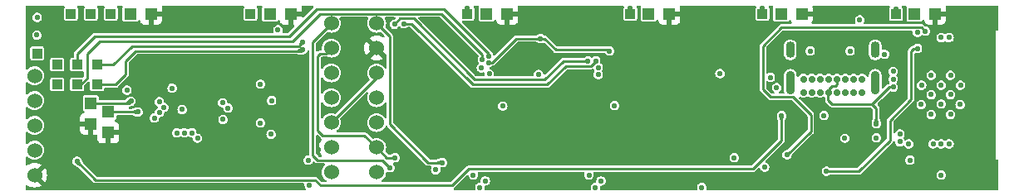
<source format=gbr>
%TF.GenerationSoftware,KiCad,Pcbnew,8.0.3*%
%TF.CreationDate,2024-06-20T21:51:27+02:00*%
%TF.ProjectId,KIA-OBD2-DISPLAY,4b49412d-4f42-4443-922d-444953504c41,rev?*%
%TF.SameCoordinates,Original*%
%TF.FileFunction,Copper,L4,Bot*%
%TF.FilePolarity,Positive*%
%FSLAX46Y46*%
G04 Gerber Fmt 4.6, Leading zero omitted, Abs format (unit mm)*
G04 Created by KiCad (PCBNEW 8.0.3) date 2024-06-20 21:51:27*
%MOMM*%
%LPD*%
G01*
G04 APERTURE LIST*
%TA.AperFunction,ComponentPad*%
%ADD10C,1.524000*%
%TD*%
%TA.AperFunction,ComponentPad*%
%ADD11R,1.000000X1.000000*%
%TD*%
%TA.AperFunction,ComponentPad*%
%ADD12C,0.700000*%
%TD*%
%TA.AperFunction,ComponentPad*%
%ADD13O,0.900000X2.400000*%
%TD*%
%TA.AperFunction,ComponentPad*%
%ADD14O,0.900000X1.700000*%
%TD*%
%TA.AperFunction,SMDPad,CuDef*%
%ADD15R,1.000000X1.000000*%
%TD*%
%TA.AperFunction,SMDPad,CuDef*%
%ADD16R,1.200000X1.200000*%
%TD*%
%TA.AperFunction,ViaPad*%
%ADD17C,0.560000*%
%TD*%
%TA.AperFunction,Conductor*%
%ADD18C,0.250000*%
%TD*%
%TA.AperFunction,Conductor*%
%ADD19C,0.254000*%
%TD*%
G04 APERTURE END LIST*
D10*
%TO.P,U8,1,VOUT*%
%TO.N,+3.3V*%
X126873000Y-95504000D03*
%TO.P,U8,2,GND*%
%TO.N,GND*%
X126873000Y-92964000D03*
%TO.P,U8,3,VIN*%
%TO.N,+12V*%
X126873000Y-90424000D03*
%TO.P,U8,4,SHDN*%
%TO.N,unconnected-(U8-SHDN-Pad4)*%
X126873000Y-87884000D03*
%TO.P,U8,5,PG*%
%TO.N,unconnected-(U8-PG-Pad5)*%
X126873000Y-85344000D03*
%TD*%
D11*
%TO.P,J14,1,Pin_1*%
%TO.N,/OBD2 CAN H*%
X131191000Y-86233000D03*
%TD*%
%TO.P,J12,1,Pin_1*%
%TO.N,Net-(J12-Pin_1)*%
X129159000Y-86233000D03*
%TD*%
D10*
%TO.P,U2,1,GND*%
%TO.N,GND*%
X161701490Y-79977439D03*
%TO.P,U2,2,+5V*%
%TO.N,+3.3V*%
X161701490Y-82517439D03*
%TO.P,U2,3,SCLK*%
%TO.N,/SCLK*%
X161701490Y-85057439D03*
%TO.P,U2,4,MOSI*%
%TO.N,/MOSI*%
X161701490Y-87597439D03*
%TO.P,U2,5,RES*%
%TO.N,/REST*%
X161701490Y-90137439D03*
%TO.P,U2,6,DC*%
%TO.N,/DC*%
X161701490Y-92677439D03*
%TO.P,U2,7,CS*%
%TO.N,/CSD2*%
X161701490Y-95217439D03*
%TD*%
D11*
%TO.P,J15,1,Pin_1*%
%TO.N,/CAN LISTEN H*%
X133223000Y-84201000D03*
%TD*%
%TO.P,J16,1,Pin_1*%
%TO.N,/CAN LISTEN L*%
X133223000Y-86233000D03*
%TD*%
D12*
%TO.P,J10,A1,GND*%
%TO.N,GND*%
X211135000Y-87037000D03*
%TO.P,J10,A4,VBUS*%
%TO.N,Net-(D10-A)*%
X210285000Y-87037000D03*
%TO.P,J10,A5,CC1*%
%TO.N,Net-(J10-CC1)*%
X209435000Y-87037000D03*
%TO.P,J10,A6,D+*%
%TO.N,Net-(D13-A1)*%
X208585000Y-87037000D03*
%TO.P,J10,A7,D-*%
%TO.N,Net-(D12-A2)*%
X207735000Y-87037000D03*
%TO.P,J10,A8,SBU1*%
%TO.N,unconnected-(J10-SBU1-PadA8)*%
X206885000Y-87037000D03*
%TO.P,J10,A9,VBUS*%
%TO.N,Net-(D10-A)*%
X206035000Y-87037000D03*
%TO.P,J10,A12,GND*%
%TO.N,GND*%
X205185000Y-87037000D03*
%TO.P,J10,B1,GND*%
X205185000Y-85687000D03*
%TO.P,J10,B4,VBUS*%
%TO.N,Net-(D10-A)*%
X206035000Y-85687000D03*
%TO.P,J10,B5,CC2*%
%TO.N,Net-(J10-CC2)*%
X206885000Y-85687000D03*
%TO.P,J10,B6,D+*%
%TO.N,Net-(D13-A1)*%
X207735000Y-85687000D03*
%TO.P,J10,B7,D-*%
%TO.N,Net-(D12-A2)*%
X208585000Y-85687000D03*
%TO.P,J10,B8,SBU2*%
%TO.N,unconnected-(J10-SBU2-PadB8)*%
X209435000Y-85687000D03*
%TO.P,J10,B9,VBUS*%
%TO.N,Net-(D10-A)*%
X210285000Y-85687000D03*
%TO.P,J10,B12,GND*%
%TO.N,GND*%
X211135000Y-85687000D03*
D13*
%TO.P,J10,S1,SHIELD*%
X212485000Y-86057000D03*
D14*
X212485000Y-82677000D03*
D13*
X203835000Y-86057000D03*
D14*
X203835000Y-82677000D03*
%TD*%
D10*
%TO.P,U1,1,GND*%
%TO.N,GND*%
X157080000Y-95220000D03*
%TO.P,U1,2,+5V*%
%TO.N,+3.3V*%
X157080000Y-92680000D03*
%TO.P,U1,3,SCLK*%
%TO.N,/SCLK*%
X157080000Y-90140000D03*
%TO.P,U1,4,MOSI*%
%TO.N,/MOSI*%
X157080000Y-87600000D03*
%TO.P,U1,5,RES*%
%TO.N,/REST*%
X157080000Y-85060000D03*
%TO.P,U1,6,DC*%
%TO.N,/DC*%
X157080000Y-82520000D03*
%TO.P,U1,7,CS*%
%TO.N,/CSD1*%
X157080000Y-79980000D03*
%TD*%
D15*
%TO.P,J8,1,Pin_1*%
%TO.N,Net-(J8-Pin_1)*%
X134620000Y-78994000D03*
%TD*%
D16*
%TO.P,D5,1,K*%
%TO.N,Net-(D5-K)*%
X150842000Y-78994000D03*
%TO.P,D5,2,A*%
%TO.N,+3.3V*%
X152942000Y-78994000D03*
%TD*%
%TO.P,D3,1,K*%
%TO.N,Net-(D3-K)*%
X189416470Y-78994000D03*
%TO.P,D3,2,A*%
%TO.N,+3.3V*%
X191516470Y-78994000D03*
%TD*%
%TO.P,D6,1,K*%
%TO.N,Net-(D6-K)*%
X136618000Y-78994000D03*
%TO.P,D6,2,A*%
%TO.N,+3.3V*%
X138718000Y-78994000D03*
%TD*%
D11*
%TO.P,J17,1,Pin_1*%
%TO.N,GND*%
X129159000Y-84201000D03*
%TD*%
D15*
%TO.P,J7,1,Pin_1*%
%TO.N,Net-(J7-Pin_1)*%
X132588000Y-78994000D03*
%TD*%
%TO.P,J4,1,Pin_1*%
%TO.N,Net-(J4-Pin_1)*%
X201000000Y-78994000D03*
%TD*%
%TO.P,J9,1,Pin_1*%
%TO.N,Net-(J9-Pin_1)*%
X148844000Y-78994000D03*
%TD*%
%TO.P,J3,1,Pin_1*%
%TO.N,Net-(J3-Pin_1)*%
X187539059Y-78994000D03*
%TD*%
D11*
%TO.P,J18,1,Pin_1*%
%TO.N,/ING12V+*%
X127127000Y-83058000D03*
%TD*%
D15*
%TO.P,J6,1,Pin_1*%
%TO.N,Net-(J6-Pin_1)*%
X130556000Y-78994000D03*
%TD*%
%TO.P,J2,1,Pin_1*%
%TO.N,Net-(J2-Pin_1)*%
X170942000Y-78994000D03*
%TD*%
%TO.P,J5,1,Pin_1*%
%TO.N,Net-(J5-Pin_1)*%
X214600000Y-78994000D03*
%TD*%
D16*
%TO.P,D4,1,K*%
%TO.N,Net-(D4-K)*%
X172906000Y-78994000D03*
%TO.P,D4,2,A*%
%TO.N,+3.3V*%
X175006000Y-78994000D03*
%TD*%
%TO.P,D2,1,K*%
%TO.N,Net-(D2-K)*%
X202899630Y-78994000D03*
%TO.P,D2,2,A*%
%TO.N,+3.3V*%
X204999630Y-78994000D03*
%TD*%
%TO.P,D8,1,K*%
%TO.N,Net-(D8-K)*%
X134366000Y-89052400D03*
%TO.P,D8,2,A*%
%TO.N,+3.3V*%
X134366000Y-91152400D03*
%TD*%
%TO.P,D7,1,K*%
%TO.N,Net-(D7-K)*%
X132588000Y-88154800D03*
%TO.P,D7,2,A*%
%TO.N,+3.3V*%
X132588000Y-90254800D03*
%TD*%
%TO.P,D1,1,K*%
%TO.N,Net-(D1-K)*%
X216488744Y-78994000D03*
%TO.P,D1,2,A*%
%TO.N,+3.3V*%
X218588744Y-78994000D03*
%TD*%
D11*
%TO.P,J13,1,Pin_1*%
%TO.N,/OBD2 CAN L*%
X131191000Y-84201000D03*
%TD*%
D17*
%TO.N,/REST*%
X172364400Y-84531200D03*
X184277000Y-84498814D03*
X201227549Y-94696938D03*
%TO.N,/SCLK*%
X202438000Y-86560613D03*
X172770800Y-96113600D03*
X184556400Y-96113600D03*
X214325200Y-84886800D03*
X146025881Y-88104908D03*
X154736800Y-93980000D03*
%TO.N,/CSD1*%
X215011000Y-92100400D03*
X163068000Y-94742000D03*
%TO.N,/MOSI*%
X183997528Y-96770000D03*
X214325200Y-85699600D03*
X154838400Y-96570800D03*
X146050000Y-89814400D03*
X194818000Y-96770000D03*
X172215183Y-96770000D03*
%TO.N,/DC*%
X218389200Y-92329000D03*
X163576000Y-93726000D03*
%TO.N,/MISO*%
X146558000Y-88646000D03*
X201803000Y-85508914D03*
X220014800Y-81432400D03*
X171551600Y-95504000D03*
X183337200Y-95504000D03*
%TO.N,+3.3V*%
X185882339Y-83858028D03*
X187833000Y-84836000D03*
X169418000Y-94869000D03*
X180086000Y-81330800D03*
X212344000Y-94615000D03*
X193548000Y-85090000D03*
X170688000Y-90932000D03*
X155782861Y-92925238D03*
X152958800Y-78943200D03*
X205028800Y-78943200D03*
X222188721Y-79519508D03*
X203708000Y-95250000D03*
X174532757Y-83844188D03*
X165004899Y-80682131D03*
X199517000Y-93726000D03*
X144576800Y-95046800D03*
X222504000Y-82931000D03*
X206629000Y-93726000D03*
X144263950Y-91079540D03*
X221589600Y-81381600D03*
X189230000Y-93980000D03*
X177292000Y-85090000D03*
X224536000Y-95148400D03*
X204597000Y-89408000D03*
X168960800Y-81381600D03*
X218592400Y-78841600D03*
X170561000Y-93726000D03*
X221107000Y-95123000D03*
X216005981Y-94873577D03*
X191516000Y-78841600D03*
X176682400Y-79603600D03*
X211074000Y-88900000D03*
X200025000Y-82550000D03*
X153162000Y-91948000D03*
X222504000Y-91948000D03*
X181864000Y-90932000D03*
X138751542Y-78901021D03*
X218567000Y-82550000D03*
%TO.N,GND*%
X209397600Y-91744800D03*
X220167200Y-89306400D03*
X207264000Y-89408000D03*
X217170000Y-88290400D03*
X219202000Y-86309200D03*
X209931000Y-82804000D03*
X127101600Y-81178400D03*
X178198908Y-85201735D03*
X219202000Y-88239600D03*
X217220800Y-86309200D03*
X212598000Y-91694000D03*
X220167200Y-87274400D03*
X221132400Y-88290400D03*
X221183200Y-86309200D03*
X167716200Y-94970600D03*
X218186000Y-85293200D03*
X198120000Y-93726000D03*
X220167200Y-85293200D03*
X141884400Y-88798400D03*
X218186000Y-87274400D03*
X218186000Y-89306400D03*
X168402000Y-94234000D03*
X219202000Y-95504000D03*
X205867000Y-82804000D03*
%TO.N,/CSD2*%
X215900000Y-92329000D03*
%TO.N,Net-(U9-EN{slash}CHIP_PU)*%
X217598621Y-80776177D03*
X203515908Y-93423472D03*
%TO.N,/INTCAN2*%
X213461600Y-83159600D03*
X185928000Y-88392000D03*
%TO.N,/CSCAN2*%
X184277000Y-85217000D03*
X220014800Y-92329000D03*
%TO.N,/CSCAN*%
X219202000Y-92329000D03*
X173173220Y-85157933D03*
%TO.N,/INTCAN*%
X174548800Y-88442800D03*
X216789000Y-80899000D03*
%TO.N,Net-(D14-A)*%
X207518000Y-95123000D03*
X216789000Y-82550000D03*
%TO.N,/CSSDCARD*%
X215011000Y-91300685D03*
X196673396Y-85115312D03*
%TO.N,/CSCAP*%
X150944945Y-91335159D03*
X216027000Y-93980000D03*
%TO.N,/INTCAP*%
X219202000Y-81432400D03*
X140868400Y-86614000D03*
%TO.N,/INTING*%
X210905640Y-79632043D03*
X127127000Y-79375000D03*
%TO.N,Net-(JP2-B)*%
X185420000Y-82804000D03*
X178396303Y-81533403D03*
X173088506Y-83991888D03*
%TO.N,+12V*%
X131191000Y-94107000D03*
X202946000Y-89408000D03*
%TO.N,/OBD2 CAN H*%
X172466000Y-83693000D03*
%TO.N,/CAN LISTEN L*%
X164465000Y-80010000D03*
X154178000Y-82677000D03*
X184023000Y-83820000D03*
%TO.N,/CAN LISTEN H*%
X163512500Y-80073500D03*
X154178000Y-81915000D03*
X183235600Y-83820000D03*
%TO.N,/OBD2 CAN L*%
X173101000Y-83312000D03*
%TO.N,Net-(D1-K)*%
X216458800Y-78841600D03*
X149860000Y-90170000D03*
%TO.N,Net-(D2-K)*%
X202895200Y-78841600D03*
X151003000Y-87884000D03*
%TO.N,Net-(D3-K)*%
X149860000Y-86207600D03*
X189433200Y-78892400D03*
%TO.N,Net-(D4-K)*%
X172821600Y-78790800D03*
X151638000Y-80645000D03*
%TO.N,Net-(D5-K)*%
X150825200Y-78892400D03*
%TO.N,Net-(D6-K)*%
X136601200Y-78943200D03*
X136271000Y-86817200D03*
%TO.N,Net-(D7-K)*%
X136674194Y-87945918D03*
%TO.N,Net-(D8-K)*%
X137404555Y-89043756D03*
%TO.N,Net-(J9-Pin_1)*%
X148844000Y-78994000D03*
X139573000Y-88011000D03*
%TO.N,Net-(J5-Pin_1)*%
X141351000Y-91186000D03*
X214630000Y-78486000D03*
%TO.N,Net-(J8-Pin_1)*%
X140034074Y-88581026D03*
X134620000Y-78994000D03*
%TO.N,Net-(J4-Pin_1)*%
X200991750Y-78434365D03*
X142113000Y-91186000D03*
%TO.N,Net-(J7-Pin_1)*%
X132588000Y-78994000D03*
X139573000Y-89109971D03*
%TO.N,Net-(J6-Pin_1)*%
X139065000Y-89662000D03*
X130556000Y-78943200D03*
%TO.N,Net-(J2-Pin_1)*%
X170939937Y-78434896D03*
X143459200Y-91744800D03*
%TO.N,Net-(J3-Pin_1)*%
X142875000Y-91186000D03*
X187551821Y-78454100D03*
%TO.N,Net-(D12-A2)*%
X212598000Y-90271600D03*
X214325200Y-86512400D03*
%TD*%
D18*
%TO.N,/SCLK*%
X157080000Y-90140000D02*
X161701490Y-85518510D01*
X161701490Y-85518510D02*
X161701490Y-85057439D01*
D19*
%TO.N,/CSD1*%
X155702000Y-93980000D02*
X155194000Y-93472000D01*
X155194000Y-81866000D02*
X157080000Y-79980000D01*
X163068000Y-94742000D02*
X162306000Y-93980000D01*
X162306000Y-93980000D02*
X155702000Y-93980000D01*
X155194000Y-93472000D02*
X155194000Y-81866000D01*
%TO.N,/DC*%
X161701490Y-92677439D02*
X160464051Y-91440000D01*
X163576000Y-93726000D02*
X162750051Y-93726000D01*
X156210000Y-91440000D02*
X155702000Y-90932000D01*
X155956000Y-83058000D02*
X156542000Y-83058000D01*
X156542000Y-83058000D02*
X157080000Y-82520000D01*
X155702000Y-90932000D02*
X155702000Y-83312000D01*
X155702000Y-83312000D02*
X155956000Y-83058000D01*
X160464051Y-91440000D02*
X156210000Y-91440000D01*
X162750051Y-93726000D02*
X161701490Y-92677439D01*
D18*
%TO.N,+3.3V*%
X176682400Y-79603600D02*
X175920400Y-78841600D01*
X175920400Y-78841600D02*
X174905700Y-78841600D01*
X174905700Y-78841600D02*
X174889325Y-78825225D01*
D19*
%TO.N,GND*%
X163068000Y-90322400D02*
X163068000Y-81343949D01*
X163068000Y-81343949D02*
X161701490Y-79977439D01*
X168402000Y-94234000D02*
X166979600Y-94234000D01*
X166979600Y-94234000D02*
X163068000Y-90322400D01*
D18*
%TO.N,Net-(U9-EN{slash}CHIP_PU)*%
X201803000Y-87503000D02*
X204089000Y-87503000D01*
X203515908Y-93423472D02*
X205930500Y-91008880D01*
X217196444Y-80374000D02*
X202963000Y-80374000D01*
X201041000Y-82296000D02*
X201041000Y-86741000D01*
X204089000Y-87503000D02*
X205930500Y-89344500D01*
X202963000Y-80374000D02*
X201041000Y-82296000D01*
X217598621Y-80776177D02*
X217196444Y-80374000D01*
X201041000Y-86741000D02*
X201803000Y-87503000D01*
X205930500Y-91008880D02*
X205930500Y-89344500D01*
%TO.N,Net-(D14-A)*%
X213995000Y-89916000D02*
X216154000Y-87757000D01*
X207518000Y-95123000D02*
X210820000Y-95123000D01*
X216154000Y-82804000D02*
X216408000Y-82550000D01*
X216154000Y-87757000D02*
X216154000Y-82804000D01*
X216408000Y-82550000D02*
X216789000Y-82550000D01*
X210820000Y-95123000D02*
X213995000Y-91948000D01*
X213995000Y-91948000D02*
X213995000Y-89916000D01*
%TO.N,Net-(JP2-B)*%
X173088506Y-83991888D02*
X173437112Y-83991888D01*
X173437112Y-83991888D02*
X175895597Y-81533403D01*
X178815403Y-81533403D02*
X179968954Y-82686954D01*
X178396303Y-81533403D02*
X178815403Y-81533403D01*
D19*
X185302954Y-82686954D02*
X185420000Y-82804000D01*
D18*
X175895597Y-81533403D02*
X178396303Y-81533403D01*
D19*
X179968954Y-82686954D02*
X185302954Y-82686954D01*
%TO.N,+12V*%
X156009000Y-96573000D02*
X169164000Y-96573000D01*
X202946000Y-89408000D02*
X202946000Y-91948000D01*
X155448000Y-96012000D02*
X133096000Y-96012000D01*
X155448000Y-96012000D02*
X156009000Y-96573000D01*
X171069000Y-94869000D02*
X169365000Y-96573000D01*
X202946000Y-91948000D02*
X200025000Y-94869000D01*
X200025000Y-94869000D02*
X171069000Y-94869000D01*
X169365000Y-96573000D02*
X169164000Y-96573000D01*
X133096000Y-96012000D02*
X131191000Y-94107000D01*
%TO.N,/OBD2 CAN H*%
X131572000Y-86233000D02*
X131191000Y-86233000D01*
X172466000Y-83185000D02*
X172339000Y-83058000D01*
X168275000Y-78994000D02*
X155956000Y-78994000D01*
X132207000Y-83058000D02*
X132207000Y-85598000D01*
X172466000Y-83693000D02*
X172466000Y-83185000D01*
X155956000Y-78994000D02*
X153162000Y-81788000D01*
X132207000Y-85598000D02*
X131572000Y-86233000D01*
X172339000Y-83058000D02*
X168275000Y-78994000D01*
X133477000Y-81788000D02*
X132207000Y-83058000D01*
X153162000Y-81788000D02*
X133477000Y-81788000D01*
%TO.N,/CAN LISTEN L*%
X135128000Y-86233000D02*
X133223000Y-86233000D01*
X164465000Y-80010000D02*
X165277800Y-80010000D01*
X137160000Y-82804000D02*
X154051000Y-82804000D01*
X136144000Y-85217000D02*
X135128000Y-86233000D01*
X136144000Y-85217000D02*
X136144000Y-83820000D01*
X183496000Y-84347000D02*
X184023000Y-83820000D01*
X180956000Y-84347000D02*
X183496000Y-84347000D01*
X171500800Y-86233000D02*
X179070000Y-86233000D01*
X165277800Y-80010000D02*
X171500800Y-86233000D01*
X136144000Y-83820000D02*
X137160000Y-82804000D01*
X179070000Y-86233000D02*
X180956000Y-84347000D01*
X154051000Y-82804000D02*
X154178000Y-82677000D01*
%TO.N,/CAN LISTEN H*%
X178417199Y-85728735D02*
X177980617Y-85728735D01*
X133223000Y-84201000D02*
X134874000Y-84201000D01*
X171704000Y-85725000D02*
X165462000Y-79483000D01*
X153797000Y-82296000D02*
X154178000Y-81915000D01*
X177980617Y-85728735D02*
X177976882Y-85725000D01*
X178420934Y-85725000D02*
X178417199Y-85728735D01*
X183235600Y-83820000D02*
X180721000Y-83820000D01*
X165462000Y-79483000D02*
X164103000Y-79483000D01*
X136779000Y-82296000D02*
X152781000Y-82296000D01*
X152781000Y-82296000D02*
X153797000Y-82296000D01*
X134874000Y-84201000D02*
X136779000Y-82296000D01*
X178816000Y-85725000D02*
X178420934Y-85725000D01*
X177976882Y-85725000D02*
X171704000Y-85725000D01*
X164103000Y-79483000D02*
X163512500Y-80073500D01*
X180721000Y-83820000D02*
X178816000Y-85725000D01*
%TO.N,/OBD2 CAN L*%
X131191000Y-84201000D02*
X131191000Y-83058000D01*
X168520000Y-78477000D02*
X169799000Y-79756000D01*
X152781000Y-81280000D02*
X155584000Y-78477000D01*
X173101000Y-83058000D02*
X173101000Y-83312000D01*
X131191000Y-83058000D02*
X132969000Y-81280000D01*
X170053000Y-80010000D02*
X173101000Y-83058000D01*
X155584000Y-78477000D02*
X160029000Y-78477000D01*
X132969000Y-81280000D02*
X152781000Y-81280000D01*
X169799000Y-79756000D02*
X170053000Y-80010000D01*
X160029000Y-78477000D02*
X168520000Y-78477000D01*
%TO.N,Net-(D7-K)*%
X136465312Y-88154800D02*
X132588000Y-88154800D01*
X136674194Y-87945918D02*
X136465312Y-88154800D01*
%TO.N,Net-(D8-K)*%
X137395911Y-89052400D02*
X134366000Y-89052400D01*
X137404555Y-89043756D02*
X137395911Y-89052400D01*
D18*
%TO.N,Net-(J5-Pin_1)*%
X214630000Y-78964000D02*
X214600000Y-78994000D01*
X214630000Y-78486000D02*
X214630000Y-78964000D01*
D19*
%TO.N,Net-(J4-Pin_1)*%
X200991750Y-78434365D02*
X200991750Y-78985750D01*
X200991750Y-78985750D02*
X201000000Y-78994000D01*
%TO.N,Net-(J2-Pin_1)*%
X170942000Y-78436959D02*
X170942000Y-78994000D01*
X170939937Y-78434896D02*
X170942000Y-78436959D01*
D18*
%TO.N,Net-(J3-Pin_1)*%
X187551821Y-78454100D02*
X187551821Y-78981238D01*
X187551821Y-78981238D02*
X187539059Y-78994000D01*
%TO.N,Net-(D12-A2)*%
X208127600Y-88239600D02*
X212191600Y-88239600D01*
X207700000Y-87000000D02*
X207700000Y-87812000D01*
X212598000Y-90271600D02*
X212598000Y-88646000D01*
X207735000Y-86698325D02*
X208074117Y-86359208D01*
X208468528Y-86359208D02*
X208585000Y-86242736D01*
X212598000Y-87833200D02*
X213918800Y-86512400D01*
X208074117Y-86359208D02*
X208468528Y-86359208D01*
X212191600Y-88239600D02*
X212598000Y-87833200D01*
X207735000Y-87037000D02*
X207735000Y-86698325D01*
X213918800Y-86512400D02*
X214274400Y-86512400D01*
X212598000Y-88646000D02*
X212191600Y-88239600D01*
X207700000Y-87812000D02*
X208127600Y-88239600D01*
X208585000Y-86242736D02*
X208585000Y-85687000D01*
%TD*%
%TA.AperFunction,Conductor*%
%TO.N,+3.3V*%
G36*
X129879432Y-78170185D02*
G01*
X129925187Y-78222989D01*
X129935131Y-78292147D01*
X129915495Y-78343391D01*
X129867132Y-78415769D01*
X129867131Y-78415770D01*
X129855500Y-78474247D01*
X129855500Y-79513752D01*
X129867131Y-79572229D01*
X129867132Y-79572230D01*
X129911447Y-79638552D01*
X129977769Y-79682867D01*
X129977770Y-79682868D01*
X130036247Y-79694499D01*
X130036250Y-79694500D01*
X130036252Y-79694500D01*
X131075750Y-79694500D01*
X131075751Y-79694499D01*
X131090568Y-79691552D01*
X131134229Y-79682868D01*
X131134229Y-79682867D01*
X131134231Y-79682867D01*
X131200552Y-79638552D01*
X131244867Y-79572231D01*
X131244867Y-79572229D01*
X131244868Y-79572229D01*
X131256499Y-79513752D01*
X131256500Y-79513750D01*
X131256500Y-78474249D01*
X131256499Y-78474247D01*
X131244868Y-78415770D01*
X131244867Y-78415769D01*
X131196505Y-78343391D01*
X131175627Y-78276714D01*
X131194111Y-78209334D01*
X131246090Y-78162643D01*
X131299607Y-78150500D01*
X131844393Y-78150500D01*
X131911432Y-78170185D01*
X131957187Y-78222989D01*
X131967131Y-78292147D01*
X131947495Y-78343391D01*
X131899132Y-78415769D01*
X131899131Y-78415770D01*
X131887500Y-78474247D01*
X131887500Y-79513752D01*
X131899131Y-79572229D01*
X131899132Y-79572230D01*
X131943447Y-79638552D01*
X132009769Y-79682867D01*
X132009770Y-79682868D01*
X132068247Y-79694499D01*
X132068250Y-79694500D01*
X132068252Y-79694500D01*
X133107750Y-79694500D01*
X133107751Y-79694499D01*
X133122568Y-79691552D01*
X133166229Y-79682868D01*
X133166229Y-79682867D01*
X133166231Y-79682867D01*
X133232552Y-79638552D01*
X133276867Y-79572231D01*
X133276867Y-79572229D01*
X133276868Y-79572229D01*
X133288499Y-79513752D01*
X133288500Y-79513750D01*
X133288500Y-78474249D01*
X133288499Y-78474247D01*
X133276868Y-78415770D01*
X133276867Y-78415769D01*
X133228505Y-78343391D01*
X133207627Y-78276714D01*
X133226111Y-78209334D01*
X133278090Y-78162643D01*
X133331607Y-78150500D01*
X133876393Y-78150500D01*
X133943432Y-78170185D01*
X133989187Y-78222989D01*
X133999131Y-78292147D01*
X133979495Y-78343391D01*
X133931132Y-78415769D01*
X133931131Y-78415770D01*
X133919500Y-78474247D01*
X133919500Y-79513752D01*
X133931131Y-79572229D01*
X133931132Y-79572230D01*
X133975447Y-79638552D01*
X134041769Y-79682867D01*
X134041770Y-79682868D01*
X134100247Y-79694499D01*
X134100250Y-79694500D01*
X134100252Y-79694500D01*
X135139750Y-79694500D01*
X135139751Y-79694499D01*
X135154568Y-79691552D01*
X135198229Y-79682868D01*
X135198229Y-79682867D01*
X135198231Y-79682867D01*
X135264552Y-79638552D01*
X135308867Y-79572231D01*
X135308867Y-79572229D01*
X135308868Y-79572229D01*
X135320499Y-79513752D01*
X135320500Y-79513750D01*
X135320500Y-78474249D01*
X135320499Y-78474247D01*
X135308868Y-78415770D01*
X135308867Y-78415769D01*
X135260505Y-78343391D01*
X135239627Y-78276714D01*
X135258111Y-78209334D01*
X135310090Y-78162643D01*
X135363607Y-78150500D01*
X135712010Y-78150500D01*
X135779049Y-78170185D01*
X135824804Y-78222989D01*
X135834748Y-78292147D01*
X135831412Y-78304307D01*
X135817500Y-78374247D01*
X135817500Y-79613752D01*
X135829131Y-79672229D01*
X135829132Y-79672230D01*
X135873447Y-79738552D01*
X135939769Y-79782867D01*
X135939770Y-79782868D01*
X135998247Y-79794499D01*
X135998250Y-79794500D01*
X135998252Y-79794500D01*
X137237750Y-79794500D01*
X137237751Y-79794499D01*
X137253750Y-79791317D01*
X137296229Y-79782868D01*
X137296229Y-79782867D01*
X137296231Y-79782867D01*
X137362552Y-79738552D01*
X137404886Y-79675194D01*
X137458496Y-79630391D01*
X137527821Y-79621684D01*
X137590849Y-79651838D01*
X137624169Y-79700753D01*
X137674646Y-79836088D01*
X137674649Y-79836093D01*
X137760809Y-79951187D01*
X137760812Y-79951190D01*
X137875906Y-80037350D01*
X137875913Y-80037354D01*
X138010620Y-80087596D01*
X138010627Y-80087598D01*
X138070155Y-80093999D01*
X138070172Y-80094000D01*
X138468000Y-80094000D01*
X138968000Y-80094000D01*
X139365828Y-80094000D01*
X139365844Y-80093999D01*
X139425372Y-80087598D01*
X139425379Y-80087596D01*
X139560086Y-80037354D01*
X139560093Y-80037350D01*
X139675187Y-79951190D01*
X139675190Y-79951187D01*
X139761350Y-79836093D01*
X139761354Y-79836086D01*
X139811596Y-79701379D01*
X139811598Y-79701372D01*
X139817999Y-79641844D01*
X139818000Y-79641827D01*
X139818000Y-79244000D01*
X138968000Y-79244000D01*
X138968000Y-80094000D01*
X138468000Y-80094000D01*
X138468000Y-78868000D01*
X138487685Y-78800961D01*
X138540489Y-78755206D01*
X138592000Y-78744000D01*
X139818000Y-78744000D01*
X139818000Y-78346172D01*
X139817999Y-78346155D01*
X139811720Y-78287756D01*
X139824125Y-78218996D01*
X139871735Y-78167859D01*
X139935009Y-78150500D01*
X148100393Y-78150500D01*
X148167432Y-78170185D01*
X148213187Y-78222989D01*
X148223131Y-78292147D01*
X148203495Y-78343391D01*
X148155132Y-78415769D01*
X148155131Y-78415770D01*
X148143500Y-78474247D01*
X148143500Y-79513752D01*
X148155131Y-79572229D01*
X148155132Y-79572230D01*
X148199447Y-79638552D01*
X148265769Y-79682867D01*
X148265770Y-79682868D01*
X148324247Y-79694499D01*
X148324250Y-79694500D01*
X148324252Y-79694500D01*
X149363750Y-79694500D01*
X149363751Y-79694499D01*
X149378568Y-79691552D01*
X149422229Y-79682868D01*
X149422229Y-79682867D01*
X149422231Y-79682867D01*
X149488552Y-79638552D01*
X149532867Y-79572231D01*
X149532867Y-79572229D01*
X149532868Y-79572229D01*
X149544499Y-79513752D01*
X149544500Y-79513750D01*
X149544500Y-78474249D01*
X149544499Y-78474247D01*
X149532868Y-78415770D01*
X149532867Y-78415769D01*
X149484505Y-78343391D01*
X149463627Y-78276714D01*
X149482111Y-78209334D01*
X149534090Y-78162643D01*
X149587607Y-78150500D01*
X149936010Y-78150500D01*
X150003049Y-78170185D01*
X150048804Y-78222989D01*
X150058748Y-78292147D01*
X150055412Y-78304307D01*
X150041500Y-78374247D01*
X150041500Y-79613752D01*
X150053131Y-79672229D01*
X150053132Y-79672230D01*
X150097447Y-79738552D01*
X150163769Y-79782867D01*
X150163770Y-79782868D01*
X150222247Y-79794499D01*
X150222250Y-79794500D01*
X150222252Y-79794500D01*
X151461750Y-79794500D01*
X151461751Y-79794499D01*
X151477750Y-79791317D01*
X151520229Y-79782868D01*
X151520229Y-79782867D01*
X151520231Y-79782867D01*
X151586552Y-79738552D01*
X151628886Y-79675194D01*
X151682496Y-79630391D01*
X151751821Y-79621684D01*
X151814849Y-79651838D01*
X151848169Y-79700753D01*
X151898646Y-79836088D01*
X151898649Y-79836093D01*
X151984809Y-79951187D01*
X151984812Y-79951190D01*
X152099906Y-80037350D01*
X152099913Y-80037354D01*
X152234620Y-80087596D01*
X152234627Y-80087598D01*
X152294155Y-80093999D01*
X152294172Y-80094000D01*
X152692000Y-80094000D01*
X152692000Y-78868000D01*
X152711685Y-78800961D01*
X152764489Y-78755206D01*
X152816000Y-78744000D01*
X154042000Y-78744000D01*
X154042000Y-78346172D01*
X154041999Y-78346155D01*
X154035720Y-78287756D01*
X154048125Y-78218996D01*
X154095735Y-78167859D01*
X154159009Y-78150500D01*
X155147983Y-78150500D01*
X155215022Y-78170185D01*
X155260777Y-78222989D01*
X155270721Y-78292147D01*
X155241696Y-78355703D01*
X155235664Y-78362181D01*
X154253681Y-79344164D01*
X154192358Y-79377649D01*
X154122666Y-79372665D01*
X154066733Y-79330793D01*
X154042316Y-79265329D01*
X154042000Y-79256483D01*
X154042000Y-79244000D01*
X153192000Y-79244000D01*
X153192000Y-80094000D01*
X153204483Y-80094000D01*
X153271522Y-80113685D01*
X153317277Y-80166489D01*
X153327221Y-80235647D01*
X153298196Y-80299203D01*
X153292164Y-80305681D01*
X152681664Y-80916181D01*
X152620341Y-80949666D01*
X152593983Y-80952500D01*
X152218753Y-80952500D01*
X152151714Y-80932815D01*
X152105959Y-80880011D01*
X152096015Y-80810853D01*
X152101995Y-80790484D01*
X152101279Y-80790274D01*
X152103775Y-80781769D01*
X152103777Y-80781765D01*
X152123441Y-80645000D01*
X152103777Y-80508235D01*
X152095677Y-80490499D01*
X152052109Y-80395099D01*
X152046379Y-80382551D01*
X151955896Y-80278128D01*
X151955893Y-80278126D01*
X151955891Y-80278124D01*
X151839661Y-80203427D01*
X151839656Y-80203425D01*
X151707087Y-80164500D01*
X151707085Y-80164500D01*
X151568915Y-80164500D01*
X151568912Y-80164500D01*
X151436343Y-80203425D01*
X151436338Y-80203427D01*
X151320108Y-80278124D01*
X151320106Y-80278126D01*
X151320104Y-80278127D01*
X151320104Y-80278128D01*
X151257721Y-80350122D01*
X151229621Y-80382551D01*
X151229620Y-80382552D01*
X151172222Y-80508234D01*
X151152559Y-80645000D01*
X151172223Y-80781766D01*
X151174721Y-80790274D01*
X151172063Y-80791054D01*
X151179985Y-80846145D01*
X151150961Y-80909702D01*
X151092183Y-80947477D01*
X151057247Y-80952500D01*
X133012116Y-80952500D01*
X132925884Y-80952500D01*
X132870354Y-80967379D01*
X132842589Y-80974819D01*
X132767911Y-81017934D01*
X132767908Y-81017936D01*
X130928936Y-82856908D01*
X130928934Y-82856911D01*
X130885819Y-82931589D01*
X130882191Y-82945128D01*
X130865727Y-83006575D01*
X130863500Y-83014885D01*
X130863500Y-83376500D01*
X130843815Y-83443539D01*
X130791011Y-83489294D01*
X130739500Y-83500500D01*
X130671247Y-83500500D01*
X130612770Y-83512131D01*
X130612769Y-83512132D01*
X130546447Y-83556447D01*
X130502132Y-83622769D01*
X130502131Y-83622770D01*
X130490500Y-83681247D01*
X130490500Y-84720752D01*
X130502131Y-84779229D01*
X130502132Y-84779230D01*
X130546447Y-84845552D01*
X130612769Y-84889867D01*
X130612770Y-84889868D01*
X130671247Y-84901499D01*
X130671250Y-84901500D01*
X130671252Y-84901500D01*
X131710747Y-84901500D01*
X131710748Y-84901500D01*
X131731308Y-84897410D01*
X131800897Y-84903636D01*
X131856075Y-84946497D01*
X131879322Y-85012386D01*
X131879500Y-85019027D01*
X131879500Y-85410981D01*
X131859815Y-85478020D01*
X131843168Y-85498675D01*
X131839839Y-85502003D01*
X131778511Y-85535479D01*
X131727985Y-85535927D01*
X131710754Y-85532500D01*
X131710748Y-85532500D01*
X130671252Y-85532500D01*
X130671247Y-85532500D01*
X130612770Y-85544131D01*
X130612769Y-85544132D01*
X130546447Y-85588447D01*
X130502132Y-85654769D01*
X130502131Y-85654770D01*
X130490500Y-85713247D01*
X130490500Y-86752752D01*
X130502131Y-86811229D01*
X130502132Y-86811230D01*
X130546447Y-86877552D01*
X130612769Y-86921867D01*
X130612770Y-86921868D01*
X130671247Y-86933499D01*
X130671250Y-86933500D01*
X130671252Y-86933500D01*
X131710750Y-86933500D01*
X131710751Y-86933499D01*
X131725568Y-86930552D01*
X131769229Y-86921868D01*
X131769229Y-86921867D01*
X131769231Y-86921867D01*
X131835552Y-86877552D01*
X131879867Y-86811231D01*
X131879867Y-86811229D01*
X131879868Y-86811229D01*
X131890182Y-86759375D01*
X131891500Y-86752748D01*
X131891500Y-86428017D01*
X131911185Y-86360978D01*
X131927819Y-86340336D01*
X132310819Y-85957336D01*
X132372142Y-85923851D01*
X132441834Y-85928835D01*
X132497767Y-85970707D01*
X132522184Y-86036171D01*
X132522500Y-86045017D01*
X132522500Y-86752752D01*
X132534131Y-86811229D01*
X132534132Y-86811230D01*
X132578447Y-86877552D01*
X132644769Y-86921867D01*
X132644770Y-86921868D01*
X132703247Y-86933499D01*
X132703250Y-86933500D01*
X132703252Y-86933500D01*
X133742750Y-86933500D01*
X133742751Y-86933499D01*
X133757568Y-86930552D01*
X133801229Y-86921868D01*
X133801229Y-86921867D01*
X133801231Y-86921867D01*
X133867552Y-86877552D01*
X133907879Y-86817200D01*
X135785559Y-86817200D01*
X135805222Y-86953965D01*
X135862620Y-87079647D01*
X135862621Y-87079649D01*
X135953104Y-87184072D01*
X135953106Y-87184073D01*
X135953108Y-87184075D01*
X136069338Y-87258772D01*
X136069343Y-87258774D01*
X136172220Y-87288980D01*
X136193489Y-87295226D01*
X136201912Y-87297699D01*
X136201914Y-87297700D01*
X136201915Y-87297700D01*
X136340084Y-87297700D01*
X136340085Y-87297700D01*
X136348497Y-87295229D01*
X136418364Y-87295226D01*
X136446660Y-87313409D01*
X136448963Y-87297399D01*
X136494716Y-87244597D01*
X136588896Y-87184072D01*
X136679379Y-87079649D01*
X136736777Y-86953965D01*
X136756441Y-86817200D01*
X136737660Y-86686575D01*
X136736777Y-86680434D01*
X136706437Y-86614000D01*
X140382959Y-86614000D01*
X140402622Y-86750765D01*
X140440099Y-86832827D01*
X140460021Y-86876449D01*
X140550504Y-86980872D01*
X140550506Y-86980873D01*
X140550508Y-86980875D01*
X140666738Y-87055572D01*
X140666743Y-87055574D01*
X140799312Y-87094499D01*
X140799314Y-87094500D01*
X140799315Y-87094500D01*
X140937486Y-87094500D01*
X140937486Y-87094499D01*
X141045875Y-87062674D01*
X141070056Y-87055574D01*
X141070057Y-87055573D01*
X141070059Y-87055573D01*
X141186296Y-86980872D01*
X141276779Y-86876449D01*
X141334177Y-86750765D01*
X141353841Y-86614000D01*
X141334177Y-86477235D01*
X141330895Y-86470049D01*
X141299334Y-86400940D01*
X141276779Y-86351551D01*
X141186296Y-86247128D01*
X141186293Y-86247126D01*
X141186291Y-86247124D01*
X141124791Y-86207600D01*
X149374559Y-86207600D01*
X149394222Y-86344365D01*
X149443462Y-86452184D01*
X149451621Y-86470049D01*
X149542104Y-86574472D01*
X149542106Y-86574473D01*
X149542108Y-86574475D01*
X149658338Y-86649172D01*
X149658343Y-86649174D01*
X149749961Y-86676075D01*
X149785721Y-86686575D01*
X149790912Y-86688099D01*
X149790914Y-86688100D01*
X149790915Y-86688100D01*
X149929086Y-86688100D01*
X149929086Y-86688099D01*
X150061659Y-86649173D01*
X150061672Y-86649165D01*
X150167475Y-86581169D01*
X150177896Y-86574472D01*
X150268379Y-86470049D01*
X150325777Y-86344365D01*
X150345441Y-86207600D01*
X150325777Y-86070835D01*
X150323784Y-86066472D01*
X150276096Y-85962049D01*
X150268379Y-85945151D01*
X150177896Y-85840728D01*
X150177893Y-85840726D01*
X150177891Y-85840724D01*
X150061661Y-85766027D01*
X150061656Y-85766025D01*
X149929087Y-85727100D01*
X149929085Y-85727100D01*
X149790915Y-85727100D01*
X149790912Y-85727100D01*
X149658343Y-85766025D01*
X149658338Y-85766027D01*
X149542108Y-85840724D01*
X149542106Y-85840726D01*
X149542104Y-85840727D01*
X149542104Y-85840728D01*
X149454071Y-85942324D01*
X149451622Y-85945150D01*
X149451620Y-85945152D01*
X149394222Y-86070834D01*
X149374559Y-86207600D01*
X141124791Y-86207600D01*
X141070061Y-86172427D01*
X141070056Y-86172425D01*
X140937487Y-86133500D01*
X140937485Y-86133500D01*
X140799315Y-86133500D01*
X140799312Y-86133500D01*
X140666743Y-86172425D01*
X140666738Y-86172427D01*
X140550508Y-86247124D01*
X140550506Y-86247126D01*
X140550504Y-86247127D01*
X140550504Y-86247128D01*
X140495023Y-86311157D01*
X140460021Y-86351551D01*
X140460020Y-86351552D01*
X140402622Y-86477234D01*
X140382959Y-86614000D01*
X136706437Y-86614000D01*
X136705205Y-86611302D01*
X136679379Y-86554751D01*
X136588896Y-86450328D01*
X136588893Y-86450326D01*
X136588891Y-86450324D01*
X136472661Y-86375627D01*
X136472656Y-86375625D01*
X136340087Y-86336700D01*
X136340085Y-86336700D01*
X136201915Y-86336700D01*
X136201912Y-86336700D01*
X136069343Y-86375625D01*
X136069338Y-86375627D01*
X135953108Y-86450324D01*
X135953106Y-86450326D01*
X135953104Y-86450327D01*
X135953104Y-86450328D01*
X135891061Y-86521930D01*
X135862621Y-86554751D01*
X135862620Y-86554752D01*
X135805222Y-86680434D01*
X135785559Y-86817200D01*
X133907879Y-86817200D01*
X133911867Y-86811231D01*
X133911867Y-86811229D01*
X133911868Y-86811229D01*
X133922182Y-86759375D01*
X133923500Y-86752748D01*
X133923500Y-86684500D01*
X133943185Y-86617461D01*
X133995989Y-86571706D01*
X134047500Y-86560500D01*
X135171114Y-86560500D01*
X135171116Y-86560500D01*
X135254410Y-86538181D01*
X135329090Y-86495065D01*
X136406065Y-85418090D01*
X136449181Y-85343410D01*
X136471500Y-85260116D01*
X136471500Y-85173884D01*
X136471500Y-84007017D01*
X136491185Y-83939978D01*
X136507819Y-83919336D01*
X137259336Y-83167819D01*
X137320659Y-83134334D01*
X137347017Y-83131500D01*
X153617104Y-83131500D01*
X153647276Y-83135227D01*
X153653534Y-83136797D01*
X153653535Y-83136797D01*
X153653543Y-83136799D01*
X154155609Y-83161643D01*
X154160399Y-83161824D01*
X154160935Y-83161838D01*
X154170791Y-83160029D01*
X154173481Y-83159536D01*
X154195859Y-83157500D01*
X154247086Y-83157500D01*
X154247086Y-83157499D01*
X154379659Y-83118573D01*
X154495896Y-83043872D01*
X154586379Y-82939449D01*
X154591267Y-82928746D01*
X154629706Y-82844577D01*
X154675460Y-82791773D01*
X154742500Y-82772088D01*
X154809539Y-82791772D01*
X154855294Y-82844576D01*
X154866500Y-82896088D01*
X154866500Y-93375500D01*
X154846815Y-93442539D01*
X154794011Y-93488294D01*
X154742500Y-93499500D01*
X154667712Y-93499500D01*
X154535143Y-93538425D01*
X154535138Y-93538427D01*
X154418908Y-93613124D01*
X154418906Y-93613126D01*
X154418904Y-93613127D01*
X154418904Y-93613128D01*
X154373587Y-93665427D01*
X154328421Y-93717551D01*
X154328420Y-93717552D01*
X154271022Y-93843234D01*
X154251359Y-93980000D01*
X154271022Y-94116765D01*
X154316542Y-94216438D01*
X154328421Y-94242449D01*
X154418904Y-94346872D01*
X154418906Y-94346873D01*
X154418908Y-94346875D01*
X154535138Y-94421572D01*
X154535143Y-94421574D01*
X154667712Y-94460499D01*
X154667714Y-94460500D01*
X154667715Y-94460500D01*
X154805886Y-94460500D01*
X154805886Y-94460499D01*
X154938459Y-94421573D01*
X155054696Y-94346872D01*
X155145179Y-94242449D01*
X155182635Y-94160431D01*
X155228388Y-94107630D01*
X155295427Y-94087945D01*
X155362467Y-94107629D01*
X155383109Y-94124264D01*
X155500910Y-94242065D01*
X155575589Y-94285181D01*
X155658884Y-94307500D01*
X156328130Y-94307500D01*
X156395169Y-94327185D01*
X156440924Y-94379989D01*
X156450868Y-94449147D01*
X156421843Y-94512703D01*
X156406796Y-94527353D01*
X156396114Y-94536119D01*
X156275838Y-94682674D01*
X156275834Y-94682681D01*
X156186466Y-94849877D01*
X156186465Y-94849880D01*
X156186464Y-94849882D01*
X156186463Y-94849885D01*
X156173071Y-94894033D01*
X156131426Y-95031318D01*
X156112843Y-95220000D01*
X156131426Y-95408681D01*
X156144294Y-95451100D01*
X156186463Y-95590115D01*
X156186464Y-95590118D01*
X156186465Y-95590119D01*
X156186466Y-95590122D01*
X156275834Y-95757318D01*
X156275838Y-95757325D01*
X156396116Y-95903883D01*
X156544485Y-96025647D01*
X156583819Y-96083393D01*
X156585690Y-96153238D01*
X156549502Y-96213006D01*
X156486746Y-96243722D01*
X156465820Y-96245500D01*
X156196017Y-96245500D01*
X156128978Y-96225815D01*
X156108336Y-96209181D01*
X155649091Y-95749936D01*
X155649090Y-95749935D01*
X155574410Y-95706819D01*
X155574411Y-95706819D01*
X155546645Y-95699379D01*
X155491116Y-95684500D01*
X155491114Y-95684500D01*
X133283017Y-95684500D01*
X133215978Y-95664815D01*
X133195336Y-95648181D01*
X131863903Y-94316748D01*
X131842907Y-94288778D01*
X131824548Y-94255364D01*
X131687270Y-94005509D01*
X131687270Y-94005508D01*
X131640115Y-93919685D01*
X131634821Y-93910049D01*
X131631148Y-93905418D01*
X131615517Y-93879890D01*
X131599379Y-93844551D01*
X131508896Y-93740128D01*
X131508893Y-93740126D01*
X131508891Y-93740124D01*
X131392661Y-93665427D01*
X131392656Y-93665425D01*
X131260087Y-93626500D01*
X131260085Y-93626500D01*
X131121915Y-93626500D01*
X131121912Y-93626500D01*
X130989343Y-93665425D01*
X130989338Y-93665427D01*
X130873108Y-93740124D01*
X130873106Y-93740126D01*
X130873104Y-93740127D01*
X130873104Y-93740128D01*
X130827787Y-93792427D01*
X130782621Y-93844551D01*
X130782620Y-93844552D01*
X130725222Y-93970234D01*
X130705559Y-94107000D01*
X130725222Y-94243765D01*
X130782620Y-94369447D01*
X130782621Y-94369449D01*
X130873104Y-94473872D01*
X130873106Y-94473873D01*
X130873108Y-94473875D01*
X130989503Y-94548678D01*
X130997015Y-94552451D01*
X131175247Y-94650379D01*
X131204985Y-94666717D01*
X131204985Y-94666718D01*
X131367713Y-94756126D01*
X131372779Y-94758909D01*
X131400750Y-94779905D01*
X132894910Y-96274065D01*
X132969590Y-96317181D01*
X133052884Y-96339500D01*
X133139116Y-96339500D01*
X154243111Y-96339500D01*
X154310150Y-96359185D01*
X154355905Y-96411989D01*
X154365849Y-96481147D01*
X154352959Y-96570799D01*
X154372622Y-96707565D01*
X154401136Y-96770000D01*
X154430021Y-96833249D01*
X154431595Y-96835065D01*
X154439595Y-96844298D01*
X154468619Y-96907854D01*
X154458675Y-96977013D01*
X154412919Y-97029816D01*
X154345881Y-97049500D01*
X126071200Y-97049500D01*
X126004161Y-97029815D01*
X125958406Y-96977011D01*
X125947200Y-96925500D01*
X125947200Y-96634567D01*
X125966885Y-96567528D01*
X126019689Y-96521773D01*
X126088847Y-96511829D01*
X126142324Y-96532993D01*
X126239582Y-96601094D01*
X126239592Y-96601100D01*
X126439715Y-96694419D01*
X126439729Y-96694424D01*
X126653013Y-96751573D01*
X126653023Y-96751575D01*
X126872999Y-96770821D01*
X126873001Y-96770821D01*
X127092976Y-96751575D01*
X127092986Y-96751573D01*
X127306270Y-96694424D01*
X127306284Y-96694419D01*
X127506407Y-96601100D01*
X127506417Y-96601094D01*
X127571188Y-96555741D01*
X126900447Y-95885000D01*
X126923160Y-95885000D01*
X127020061Y-95859036D01*
X127106940Y-95808876D01*
X127177876Y-95737940D01*
X127228036Y-95651061D01*
X127254000Y-95554160D01*
X127254000Y-95531447D01*
X127924741Y-96202188D01*
X127970094Y-96137417D01*
X127970100Y-96137407D01*
X128063419Y-95937284D01*
X128063424Y-95937270D01*
X128120573Y-95723986D01*
X128120575Y-95723976D01*
X128139821Y-95504000D01*
X128139821Y-95503999D01*
X128120575Y-95284023D01*
X128120573Y-95284013D01*
X128063424Y-95070729D01*
X128063420Y-95070720D01*
X127970096Y-94870586D01*
X127924741Y-94805811D01*
X127924740Y-94805810D01*
X127254000Y-95476551D01*
X127254000Y-95453840D01*
X127228036Y-95356939D01*
X127177876Y-95270060D01*
X127106940Y-95199124D01*
X127020061Y-95148964D01*
X126923160Y-95123000D01*
X126900447Y-95123000D01*
X127571188Y-94452258D01*
X127506411Y-94406901D01*
X127506405Y-94406898D01*
X127306284Y-94313580D01*
X127306270Y-94313575D01*
X127092986Y-94256426D01*
X127092976Y-94256424D01*
X126873001Y-94237179D01*
X126872999Y-94237179D01*
X126653023Y-94256424D01*
X126653013Y-94256426D01*
X126439729Y-94313575D01*
X126439720Y-94313579D01*
X126239591Y-94406900D01*
X126142322Y-94475008D01*
X126076116Y-94497335D01*
X126008349Y-94480323D01*
X125960537Y-94429375D01*
X125947200Y-94373432D01*
X125947200Y-93699663D01*
X125966885Y-93632624D01*
X126019689Y-93586869D01*
X126088847Y-93576925D01*
X126152403Y-93605950D01*
X126167054Y-93620999D01*
X126189117Y-93647884D01*
X126335674Y-93768161D01*
X126335681Y-93768165D01*
X126502877Y-93857533D01*
X126502878Y-93857533D01*
X126502885Y-93857537D01*
X126684317Y-93912573D01*
X126684316Y-93912573D01*
X126701233Y-93914239D01*
X126873000Y-93931157D01*
X127061683Y-93912573D01*
X127243115Y-93857537D01*
X127410324Y-93768162D01*
X127556883Y-93647883D01*
X127677162Y-93501324D01*
X127766537Y-93334115D01*
X127821573Y-93152683D01*
X127840157Y-92964000D01*
X127821573Y-92775317D01*
X127766537Y-92593885D01*
X127765235Y-92591449D01*
X127677165Y-92426681D01*
X127677161Y-92426674D01*
X127556883Y-92280116D01*
X127410325Y-92159838D01*
X127410318Y-92159834D01*
X127243122Y-92070466D01*
X127243119Y-92070465D01*
X127243118Y-92070464D01*
X127243115Y-92070463D01*
X127061683Y-92015427D01*
X127061681Y-92015426D01*
X127061683Y-92015426D01*
X126873000Y-91996843D01*
X126684318Y-92015426D01*
X126577194Y-92047921D01*
X126502885Y-92070463D01*
X126502882Y-92070464D01*
X126502880Y-92070465D01*
X126502877Y-92070466D01*
X126335681Y-92159834D01*
X126335674Y-92159838D01*
X126189116Y-92280116D01*
X126167053Y-92307001D01*
X126109307Y-92346335D01*
X126039462Y-92348206D01*
X125979694Y-92312018D01*
X125948978Y-92249262D01*
X125947200Y-92228336D01*
X125947200Y-91159663D01*
X125966885Y-91092624D01*
X126019689Y-91046869D01*
X126088847Y-91036925D01*
X126152403Y-91065950D01*
X126167051Y-91080996D01*
X126171168Y-91086012D01*
X126189117Y-91107884D01*
X126335674Y-91228161D01*
X126335681Y-91228165D01*
X126502877Y-91317533D01*
X126502878Y-91317533D01*
X126502885Y-91317537D01*
X126684317Y-91372573D01*
X126684316Y-91372573D01*
X126701233Y-91374239D01*
X126873000Y-91391157D01*
X127061683Y-91372573D01*
X127243115Y-91317537D01*
X127410324Y-91228162D01*
X127556883Y-91107883D01*
X127677162Y-90961324D01*
X127708527Y-90902644D01*
X131488000Y-90902644D01*
X131494401Y-90962172D01*
X131494403Y-90962179D01*
X131544645Y-91096886D01*
X131544649Y-91096893D01*
X131630809Y-91211987D01*
X131630812Y-91211990D01*
X131745906Y-91298150D01*
X131745913Y-91298154D01*
X131880620Y-91348396D01*
X131880627Y-91348398D01*
X131940155Y-91354799D01*
X131940172Y-91354800D01*
X132338000Y-91354800D01*
X132338000Y-90504800D01*
X131488000Y-90504800D01*
X131488000Y-90902644D01*
X127708527Y-90902644D01*
X127766537Y-90794115D01*
X127821573Y-90612683D01*
X127840157Y-90424000D01*
X127821573Y-90235317D01*
X127766537Y-90053885D01*
X127766533Y-90053877D01*
X127677165Y-89886681D01*
X127677161Y-89886674D01*
X127556883Y-89740116D01*
X127410325Y-89619838D01*
X127410318Y-89619834D01*
X127386223Y-89606955D01*
X131488000Y-89606955D01*
X131488000Y-90004800D01*
X132714000Y-90004800D01*
X132781039Y-90024485D01*
X132826794Y-90077289D01*
X132838000Y-90128800D01*
X132838000Y-91354800D01*
X133142000Y-91354800D01*
X133209039Y-91374485D01*
X133254794Y-91427289D01*
X133266000Y-91478800D01*
X133266000Y-91800244D01*
X133272401Y-91859772D01*
X133272403Y-91859779D01*
X133322645Y-91994486D01*
X133322649Y-91994493D01*
X133408809Y-92109587D01*
X133408812Y-92109590D01*
X133523906Y-92195750D01*
X133523913Y-92195754D01*
X133658620Y-92245996D01*
X133658627Y-92245998D01*
X133718155Y-92252399D01*
X133718172Y-92252400D01*
X134116000Y-92252400D01*
X134616000Y-92252400D01*
X135013828Y-92252400D01*
X135013844Y-92252399D01*
X135073372Y-92245998D01*
X135073379Y-92245996D01*
X135208086Y-92195754D01*
X135208093Y-92195750D01*
X135323187Y-92109590D01*
X135323190Y-92109587D01*
X135409350Y-91994493D01*
X135409354Y-91994486D01*
X135459596Y-91859779D01*
X135459598Y-91859772D01*
X135465999Y-91800244D01*
X135466000Y-91800227D01*
X135466000Y-91402400D01*
X134616000Y-91402400D01*
X134616000Y-92252400D01*
X134116000Y-92252400D01*
X134116000Y-91186000D01*
X140865559Y-91186000D01*
X140885222Y-91322765D01*
X140934904Y-91431551D01*
X140942621Y-91448449D01*
X141033104Y-91552872D01*
X141033106Y-91552873D01*
X141033108Y-91552875D01*
X141149338Y-91627572D01*
X141149343Y-91627574D01*
X141281912Y-91666499D01*
X141281914Y-91666500D01*
X141281915Y-91666500D01*
X141420086Y-91666500D01*
X141420086Y-91666499D01*
X141552656Y-91627574D01*
X141552657Y-91627574D01*
X141552659Y-91627573D01*
X141664961Y-91555400D01*
X141732000Y-91535716D01*
X141799036Y-91555399D01*
X141864711Y-91597606D01*
X141911342Y-91627574D01*
X142043912Y-91666499D01*
X142043914Y-91666500D01*
X142043915Y-91666500D01*
X142182086Y-91666500D01*
X142182086Y-91666499D01*
X142314656Y-91627574D01*
X142314657Y-91627574D01*
X142314659Y-91627573D01*
X142426961Y-91555400D01*
X142494000Y-91535716D01*
X142561036Y-91555399D01*
X142626711Y-91597606D01*
X142673342Y-91627574D01*
X142805912Y-91666499D01*
X142805914Y-91666500D01*
X142855054Y-91666500D01*
X142922093Y-91686185D01*
X142967848Y-91738989D01*
X142977792Y-91772853D01*
X142993422Y-91881565D01*
X143046069Y-91996843D01*
X143050821Y-92007249D01*
X143141304Y-92111672D01*
X143141306Y-92111673D01*
X143141308Y-92111675D01*
X143257538Y-92186372D01*
X143257543Y-92186374D01*
X143390112Y-92225299D01*
X143390114Y-92225300D01*
X143390115Y-92225300D01*
X143528286Y-92225300D01*
X143528286Y-92225299D01*
X143660859Y-92186373D01*
X143679336Y-92174499D01*
X143777091Y-92111675D01*
X143777090Y-92111675D01*
X143777096Y-92111672D01*
X143867579Y-92007249D01*
X143924977Y-91881565D01*
X143944641Y-91744800D01*
X143924977Y-91608035D01*
X143920215Y-91597608D01*
X143867579Y-91482352D01*
X143867579Y-91482351D01*
X143777096Y-91377928D01*
X143777093Y-91377926D01*
X143777091Y-91377924D01*
X143710548Y-91335159D01*
X150459504Y-91335159D01*
X150479167Y-91471924D01*
X150518128Y-91557235D01*
X150536566Y-91597608D01*
X150627049Y-91702031D01*
X150627051Y-91702032D01*
X150627053Y-91702034D01*
X150743283Y-91776731D01*
X150743288Y-91776733D01*
X150846165Y-91806939D01*
X150867393Y-91813173D01*
X150875857Y-91815658D01*
X150875859Y-91815659D01*
X150875860Y-91815659D01*
X151014031Y-91815659D01*
X151014031Y-91815658D01*
X151146604Y-91776732D01*
X151147193Y-91776354D01*
X151250002Y-91710282D01*
X151262841Y-91702031D01*
X151353324Y-91597608D01*
X151410722Y-91471924D01*
X151430386Y-91335159D01*
X151410722Y-91198394D01*
X151407021Y-91190291D01*
X151364365Y-91096886D01*
X151353324Y-91072710D01*
X151262841Y-90968287D01*
X151262838Y-90968285D01*
X151262836Y-90968283D01*
X151146606Y-90893586D01*
X151146601Y-90893584D01*
X151014032Y-90854659D01*
X151014030Y-90854659D01*
X150875860Y-90854659D01*
X150875857Y-90854659D01*
X150743288Y-90893584D01*
X150743283Y-90893586D01*
X150627053Y-90968283D01*
X150627051Y-90968285D01*
X150536566Y-91072710D01*
X150536565Y-91072711D01*
X150479167Y-91198393D01*
X150459504Y-91335159D01*
X143710548Y-91335159D01*
X143660861Y-91303227D01*
X143660856Y-91303225D01*
X143528287Y-91264300D01*
X143528285Y-91264300D01*
X143479145Y-91264300D01*
X143412106Y-91244615D01*
X143366351Y-91191811D01*
X143356407Y-91157946D01*
X143353465Y-91137486D01*
X143340777Y-91049235D01*
X143339696Y-91046869D01*
X143301020Y-90962179D01*
X143283379Y-90923551D01*
X143192896Y-90819128D01*
X143192893Y-90819126D01*
X143192891Y-90819124D01*
X143076661Y-90744427D01*
X143076656Y-90744425D01*
X142944087Y-90705500D01*
X142944085Y-90705500D01*
X142805915Y-90705500D01*
X142805912Y-90705500D01*
X142673343Y-90744425D01*
X142561039Y-90816599D01*
X142494000Y-90836283D01*
X142426961Y-90816599D01*
X142326598Y-90752100D01*
X142314659Y-90744427D01*
X142314657Y-90744426D01*
X142314655Y-90744425D01*
X142314656Y-90744425D01*
X142182087Y-90705500D01*
X142182085Y-90705500D01*
X142043915Y-90705500D01*
X142043912Y-90705500D01*
X141911343Y-90744425D01*
X141799039Y-90816599D01*
X141732000Y-90836283D01*
X141664961Y-90816599D01*
X141564598Y-90752100D01*
X141552659Y-90744427D01*
X141552657Y-90744426D01*
X141552655Y-90744425D01*
X141552656Y-90744425D01*
X141420087Y-90705500D01*
X141420085Y-90705500D01*
X141281915Y-90705500D01*
X141281912Y-90705500D01*
X141149343Y-90744425D01*
X141149338Y-90744427D01*
X141033108Y-90819124D01*
X141033106Y-90819126D01*
X141033104Y-90819127D01*
X141033104Y-90819128D01*
X140968588Y-90893584D01*
X140942621Y-90923551D01*
X140942620Y-90923552D01*
X140885222Y-91049234D01*
X140865559Y-91186000D01*
X134116000Y-91186000D01*
X134116000Y-91026400D01*
X134135685Y-90959361D01*
X134188489Y-90913606D01*
X134240000Y-90902400D01*
X135466000Y-90902400D01*
X135466000Y-90504572D01*
X135465999Y-90504555D01*
X135459598Y-90445027D01*
X135459596Y-90445020D01*
X135409354Y-90310313D01*
X135409350Y-90310306D01*
X135323190Y-90195212D01*
X135323187Y-90195209D01*
X135208093Y-90109049D01*
X135208088Y-90109046D01*
X135072753Y-90058569D01*
X135016820Y-90016697D01*
X134992403Y-89951233D01*
X135007255Y-89882960D01*
X135047194Y-89839286D01*
X135110552Y-89796952D01*
X135154867Y-89730631D01*
X135154867Y-89730629D01*
X135154868Y-89730629D01*
X135164510Y-89682150D01*
X135166500Y-89672148D01*
X135166500Y-89662000D01*
X138579559Y-89662000D01*
X138599222Y-89798765D01*
X138648904Y-89907551D01*
X138656621Y-89924449D01*
X138747104Y-90028872D01*
X138747106Y-90028873D01*
X138747108Y-90028875D01*
X138863338Y-90103572D01*
X138863343Y-90103574D01*
X138995912Y-90142499D01*
X138995914Y-90142500D01*
X138995915Y-90142500D01*
X139134086Y-90142500D01*
X139134086Y-90142499D01*
X139236964Y-90112292D01*
X139266656Y-90103574D01*
X139266657Y-90103573D01*
X139266659Y-90103573D01*
X139273578Y-90099127D01*
X139376107Y-90033235D01*
X139382896Y-90028872D01*
X139473379Y-89924449D01*
X139523637Y-89814400D01*
X145564559Y-89814400D01*
X145584222Y-89951165D01*
X145633273Y-90058569D01*
X145641621Y-90076849D01*
X145732104Y-90181272D01*
X145732106Y-90181273D01*
X145732108Y-90181275D01*
X145848338Y-90255972D01*
X145848343Y-90255974D01*
X145980912Y-90294899D01*
X145980914Y-90294900D01*
X145980915Y-90294900D01*
X146119086Y-90294900D01*
X146119086Y-90294899D01*
X146251659Y-90255973D01*
X146283801Y-90235317D01*
X146346205Y-90195212D01*
X146367896Y-90181272D01*
X146377663Y-90170000D01*
X149374559Y-90170000D01*
X149394222Y-90306765D01*
X149440622Y-90408365D01*
X149451621Y-90432449D01*
X149542104Y-90536872D01*
X149542106Y-90536873D01*
X149542108Y-90536875D01*
X149658338Y-90611572D01*
X149658343Y-90611574D01*
X149790912Y-90650499D01*
X149790914Y-90650500D01*
X149790915Y-90650500D01*
X149929086Y-90650500D01*
X149929086Y-90650499D01*
X150057879Y-90612683D01*
X150061656Y-90611574D01*
X150061657Y-90611573D01*
X150061659Y-90611573D01*
X150177896Y-90536872D01*
X150268379Y-90432449D01*
X150325777Y-90306765D01*
X150345441Y-90170000D01*
X150325777Y-90033235D01*
X150325271Y-90032128D01*
X150276096Y-89924449D01*
X150268379Y-89907551D01*
X150177896Y-89803128D01*
X150177893Y-89803126D01*
X150177891Y-89803124D01*
X150061661Y-89728427D01*
X150061656Y-89728425D01*
X149929087Y-89689500D01*
X149929085Y-89689500D01*
X149790915Y-89689500D01*
X149790912Y-89689500D01*
X149658343Y-89728425D01*
X149658338Y-89728427D01*
X149542108Y-89803124D01*
X149542106Y-89803126D01*
X149542104Y-89803127D01*
X149542104Y-89803128D01*
X149501860Y-89849572D01*
X149451621Y-89907551D01*
X149451620Y-89907552D01*
X149394222Y-90033234D01*
X149374559Y-90170000D01*
X146377663Y-90170000D01*
X146458379Y-90076849D01*
X146515777Y-89951165D01*
X146535441Y-89814400D01*
X146515777Y-89677635D01*
X146513784Y-89673272D01*
X146485568Y-89611486D01*
X146458379Y-89551951D01*
X146367896Y-89447528D01*
X146367893Y-89447526D01*
X146367891Y-89447524D01*
X146251661Y-89372827D01*
X146251656Y-89372825D01*
X146119087Y-89333900D01*
X146119085Y-89333900D01*
X145980915Y-89333900D01*
X145980912Y-89333900D01*
X145848343Y-89372825D01*
X145848338Y-89372827D01*
X145732108Y-89447524D01*
X145732106Y-89447526D01*
X145732104Y-89447527D01*
X145732104Y-89447528D01*
X145660239Y-89530465D01*
X145641621Y-89551951D01*
X145641620Y-89551952D01*
X145584222Y-89677634D01*
X145564559Y-89814400D01*
X139523637Y-89814400D01*
X139530777Y-89798765D01*
X139545798Y-89694291D01*
X139574823Y-89630736D01*
X139633601Y-89592962D01*
X139633602Y-89592962D01*
X139774656Y-89551545D01*
X139774657Y-89551544D01*
X139774659Y-89551544D01*
X139781066Y-89547427D01*
X139877690Y-89485330D01*
X139890896Y-89476843D01*
X139981379Y-89372420D01*
X140038777Y-89246736D01*
X140052401Y-89151977D01*
X140081426Y-89088423D01*
X140140202Y-89050649D01*
X140235733Y-89022599D01*
X140351970Y-88947898D01*
X140442453Y-88843475D01*
X140463038Y-88798400D01*
X141398959Y-88798400D01*
X141418622Y-88935165D01*
X141468215Y-89043756D01*
X141476021Y-89060849D01*
X141566504Y-89165272D01*
X141566506Y-89165273D01*
X141566508Y-89165275D01*
X141682738Y-89239972D01*
X141682743Y-89239974D01*
X141815312Y-89278899D01*
X141815314Y-89278900D01*
X141815315Y-89278900D01*
X141953486Y-89278900D01*
X141953486Y-89278899D01*
X142086059Y-89239973D01*
X142086682Y-89239573D01*
X142165583Y-89188866D01*
X142202296Y-89165272D01*
X142292779Y-89060849D01*
X142350177Y-88935165D01*
X142369841Y-88798400D01*
X142352648Y-88678826D01*
X142350177Y-88661634D01*
X142316569Y-88588043D01*
X142292779Y-88535951D01*
X142202296Y-88431528D01*
X142202293Y-88431526D01*
X142202291Y-88431524D01*
X142086061Y-88356827D01*
X142086056Y-88356825D01*
X141953487Y-88317900D01*
X141953485Y-88317900D01*
X141815315Y-88317900D01*
X141815312Y-88317900D01*
X141682743Y-88356825D01*
X141682738Y-88356827D01*
X141566508Y-88431524D01*
X141566506Y-88431526D01*
X141566504Y-88431527D01*
X141566504Y-88431528D01*
X141531625Y-88471781D01*
X141476021Y-88535951D01*
X141476020Y-88535952D01*
X141418622Y-88661634D01*
X141398959Y-88798400D01*
X140463038Y-88798400D01*
X140499851Y-88717791D01*
X140519515Y-88581026D01*
X140499851Y-88444261D01*
X140497659Y-88439462D01*
X140445648Y-88325573D01*
X140442453Y-88318577D01*
X140351970Y-88214154D01*
X140351967Y-88214152D01*
X140351965Y-88214150D01*
X140235735Y-88139453D01*
X140235732Y-88139452D01*
X140146371Y-88113213D01*
X140133448Y-88104908D01*
X145540440Y-88104908D01*
X145560103Y-88241673D01*
X145598420Y-88325574D01*
X145617502Y-88367357D01*
X145707985Y-88471780D01*
X145707987Y-88471781D01*
X145707989Y-88471783D01*
X145824219Y-88546480D01*
X145824224Y-88546482D01*
X145887636Y-88565101D01*
X145956796Y-88585408D01*
X145956800Y-88585408D01*
X145965573Y-88586670D01*
X145965375Y-88588043D01*
X146023439Y-88605093D01*
X146069194Y-88657897D01*
X146079138Y-88691761D01*
X146092222Y-88782765D01*
X146148955Y-88906990D01*
X146149621Y-88908449D01*
X146240104Y-89012872D01*
X146240106Y-89012873D01*
X146240108Y-89012875D01*
X146356338Y-89087572D01*
X146356343Y-89087574D01*
X146488912Y-89126499D01*
X146488914Y-89126500D01*
X146488915Y-89126500D01*
X146627086Y-89126500D01*
X146627086Y-89126499D01*
X146729964Y-89096292D01*
X146759656Y-89087574D01*
X146759657Y-89087573D01*
X146759659Y-89087573D01*
X146775055Y-89077679D01*
X146875891Y-89012875D01*
X146875890Y-89012875D01*
X146875896Y-89012872D01*
X146966379Y-88908449D01*
X147023777Y-88782765D01*
X147043441Y-88646000D01*
X147023777Y-88509235D01*
X147023657Y-88508973D01*
X146991911Y-88439459D01*
X146966379Y-88383551D01*
X146875896Y-88279128D01*
X146875893Y-88279126D01*
X146875891Y-88279124D01*
X146759661Y-88204427D01*
X146759656Y-88204425D01*
X146627087Y-88165500D01*
X146618308Y-88164238D01*
X146618505Y-88162864D01*
X146560442Y-88145815D01*
X146514687Y-88093011D01*
X146504743Y-88059147D01*
X146491658Y-87968142D01*
X146462959Y-87905301D01*
X146453231Y-87884000D01*
X150517559Y-87884000D01*
X150537222Y-88020765D01*
X150591426Y-88139453D01*
X150594621Y-88146449D01*
X150685104Y-88250872D01*
X150685106Y-88250873D01*
X150685108Y-88250875D01*
X150801338Y-88325572D01*
X150801343Y-88325574D01*
X150933912Y-88364499D01*
X150933914Y-88364500D01*
X150933915Y-88364500D01*
X151072086Y-88364500D01*
X151072086Y-88364499D01*
X151204659Y-88325573D01*
X151215544Y-88318578D01*
X151276935Y-88279124D01*
X151320896Y-88250872D01*
X151411379Y-88146449D01*
X151468777Y-88020765D01*
X151488441Y-87884000D01*
X151468777Y-87747235D01*
X151464574Y-87738032D01*
X151425362Y-87652169D01*
X151411379Y-87621551D01*
X151320896Y-87517128D01*
X151320893Y-87517126D01*
X151320891Y-87517124D01*
X151204661Y-87442427D01*
X151204656Y-87442425D01*
X151072087Y-87403500D01*
X151072085Y-87403500D01*
X150933915Y-87403500D01*
X150933912Y-87403500D01*
X150801343Y-87442425D01*
X150801338Y-87442427D01*
X150685108Y-87517124D01*
X150685106Y-87517126D01*
X150685104Y-87517127D01*
X150685104Y-87517128D01*
X150604175Y-87610525D01*
X150594621Y-87621551D01*
X150594620Y-87621552D01*
X150537222Y-87747234D01*
X150517559Y-87884000D01*
X146453231Y-87884000D01*
X146434260Y-87842459D01*
X146343777Y-87738036D01*
X146343774Y-87738034D01*
X146343772Y-87738032D01*
X146227542Y-87663335D01*
X146227537Y-87663333D01*
X146094968Y-87624408D01*
X146094966Y-87624408D01*
X145956796Y-87624408D01*
X145956793Y-87624408D01*
X145824224Y-87663333D01*
X145824219Y-87663335D01*
X145707989Y-87738032D01*
X145707987Y-87738034D01*
X145707985Y-87738035D01*
X145707985Y-87738036D01*
X145646363Y-87809152D01*
X145617502Y-87842459D01*
X145617501Y-87842460D01*
X145560103Y-87968142D01*
X145540440Y-88104908D01*
X140133448Y-88104908D01*
X140087593Y-88075438D01*
X140058568Y-88011883D01*
X140038777Y-87874234D01*
X139998536Y-87786120D01*
X139981379Y-87748551D01*
X139890896Y-87644128D01*
X139890893Y-87644126D01*
X139890891Y-87644124D01*
X139774661Y-87569427D01*
X139774656Y-87569425D01*
X139642087Y-87530500D01*
X139642085Y-87530500D01*
X139503915Y-87530500D01*
X139503912Y-87530500D01*
X139371343Y-87569425D01*
X139371338Y-87569427D01*
X139255108Y-87644124D01*
X139255106Y-87644126D01*
X139255104Y-87644127D01*
X139255104Y-87644128D01*
X139221015Y-87683469D01*
X139164621Y-87748551D01*
X139164620Y-87748552D01*
X139107222Y-87874234D01*
X139087559Y-88011000D01*
X139107222Y-88147765D01*
X139156302Y-88255234D01*
X139164621Y-88273449D01*
X139255104Y-88377872D01*
X139371341Y-88452573D01*
X139376937Y-88456169D01*
X139422692Y-88508973D01*
X139432636Y-88578132D01*
X139403611Y-88641688D01*
X139376938Y-88664800D01*
X139255106Y-88743097D01*
X139255104Y-88743098D01*
X139255104Y-88743099D01*
X139197418Y-88809672D01*
X139164621Y-88847522D01*
X139164620Y-88847523D01*
X139107222Y-88973205D01*
X139092201Y-89077679D01*
X139063175Y-89141235D01*
X139004398Y-89179008D01*
X138863341Y-89220426D01*
X138863338Y-89220427D01*
X138747108Y-89295124D01*
X138747106Y-89295126D01*
X138747104Y-89295127D01*
X138747104Y-89295128D01*
X138673649Y-89379900D01*
X138656621Y-89399551D01*
X138656620Y-89399552D01*
X138599222Y-89525234D01*
X138579559Y-89662000D01*
X135166500Y-89662000D01*
X135166500Y-89503900D01*
X135186185Y-89436861D01*
X135238989Y-89391106D01*
X135290500Y-89379900D01*
X136783816Y-89379900D01*
X136816444Y-89384270D01*
X136959696Y-89423340D01*
X137233419Y-89497996D01*
X137241486Y-89498824D01*
X137263745Y-89503195D01*
X137335470Y-89524256D01*
X137335471Y-89524256D01*
X137473641Y-89524256D01*
X137473641Y-89524255D01*
X137606214Y-89485329D01*
X137615554Y-89479327D01*
X137681632Y-89436861D01*
X137722451Y-89410628D01*
X137812934Y-89306205D01*
X137870332Y-89180521D01*
X137889996Y-89043756D01*
X137870542Y-88908449D01*
X137870332Y-88906990D01*
X137841324Y-88843473D01*
X137812934Y-88781307D01*
X137722451Y-88676884D01*
X137722448Y-88676882D01*
X137722446Y-88676880D01*
X137606216Y-88602183D01*
X137606211Y-88602181D01*
X137473642Y-88563256D01*
X137473640Y-88563256D01*
X137335470Y-88563256D01*
X137335468Y-88563256D01*
X137254696Y-88586972D01*
X137232795Y-88591308D01*
X137226205Y-88592004D01*
X137226204Y-88592004D01*
X136816965Y-88719304D01*
X136780134Y-88724900D01*
X136544905Y-88724900D01*
X136477866Y-88705215D01*
X136432111Y-88652411D01*
X136422167Y-88583253D01*
X136451192Y-88519697D01*
X136509970Y-88481923D01*
X136512768Y-88481137D01*
X136591722Y-88459981D01*
X136607502Y-88450869D01*
X136654967Y-88435111D01*
X136687989Y-88431215D01*
X136687994Y-88431213D01*
X136687998Y-88431213D01*
X136693036Y-88430190D01*
X136693111Y-88430561D01*
X136722150Y-88426418D01*
X136743280Y-88426418D01*
X136743280Y-88426417D01*
X136875853Y-88387491D01*
X136881983Y-88383552D01*
X136942363Y-88344747D01*
X136992090Y-88312790D01*
X137082573Y-88208367D01*
X137139971Y-88082683D01*
X137159635Y-87945918D01*
X137142142Y-87824254D01*
X137139971Y-87809152D01*
X137107491Y-87738032D01*
X137082573Y-87683469D01*
X136992090Y-87579046D01*
X136992087Y-87579044D01*
X136992085Y-87579042D01*
X136875855Y-87504345D01*
X136875850Y-87504343D01*
X136743281Y-87465418D01*
X136743279Y-87465418D01*
X136605109Y-87465418D01*
X136596690Y-87467890D01*
X136526821Y-87467889D01*
X136498532Y-87449708D01*
X136496233Y-87465710D01*
X136450482Y-87518517D01*
X136450476Y-87518520D01*
X136356300Y-87579044D01*
X136356291Y-87579052D01*
X136346971Y-87589807D01*
X136322986Y-87611141D01*
X136321506Y-87612147D01*
X136321498Y-87612153D01*
X136220201Y-87715062D01*
X136147733Y-87788683D01*
X136146154Y-87790287D01*
X136085097Y-87824254D01*
X136057784Y-87827300D01*
X133512500Y-87827300D01*
X133445461Y-87807615D01*
X133399706Y-87754811D01*
X133388500Y-87703300D01*
X133388500Y-87535049D01*
X133388499Y-87535047D01*
X133376868Y-87476570D01*
X133376867Y-87476569D01*
X133332552Y-87410247D01*
X133266230Y-87365932D01*
X133266229Y-87365931D01*
X133207752Y-87354300D01*
X133207748Y-87354300D01*
X131968252Y-87354300D01*
X131968247Y-87354300D01*
X131909770Y-87365931D01*
X131909769Y-87365932D01*
X131843447Y-87410247D01*
X131799132Y-87476569D01*
X131799131Y-87476570D01*
X131787500Y-87535047D01*
X131787500Y-88774552D01*
X131799131Y-88833029D01*
X131799132Y-88833030D01*
X131843447Y-88899352D01*
X131906803Y-88941685D01*
X131951608Y-88995297D01*
X131960315Y-89064622D01*
X131930160Y-89127650D01*
X131881246Y-89160969D01*
X131745912Y-89211446D01*
X131745906Y-89211449D01*
X131630812Y-89297609D01*
X131630809Y-89297612D01*
X131544649Y-89412706D01*
X131544645Y-89412713D01*
X131494403Y-89547420D01*
X131494401Y-89547427D01*
X131488000Y-89606955D01*
X127386223Y-89606955D01*
X127243122Y-89530466D01*
X127243119Y-89530465D01*
X127243118Y-89530464D01*
X127243115Y-89530463D01*
X127061683Y-89475427D01*
X127061681Y-89475426D01*
X127061683Y-89475426D01*
X126873000Y-89456843D01*
X126684318Y-89475426D01*
X126589032Y-89504331D01*
X126502885Y-89530463D01*
X126502882Y-89530464D01*
X126502880Y-89530465D01*
X126502877Y-89530466D01*
X126335681Y-89619834D01*
X126335674Y-89619838D01*
X126189116Y-89740116D01*
X126167053Y-89767001D01*
X126109307Y-89806335D01*
X126039462Y-89808206D01*
X125979694Y-89772018D01*
X125948978Y-89709262D01*
X125947200Y-89688336D01*
X125947200Y-88619663D01*
X125966885Y-88552624D01*
X126019689Y-88506869D01*
X126088847Y-88496925D01*
X126152403Y-88525950D01*
X126167051Y-88540996D01*
X126173270Y-88548573D01*
X126189117Y-88567884D01*
X126335674Y-88688161D01*
X126335681Y-88688165D01*
X126502877Y-88777533D01*
X126502878Y-88777533D01*
X126502885Y-88777537D01*
X126684317Y-88832573D01*
X126684316Y-88832573D01*
X126694470Y-88833573D01*
X126873000Y-88851157D01*
X127061683Y-88832573D01*
X127243115Y-88777537D01*
X127410324Y-88688162D01*
X127556883Y-88567883D01*
X127677162Y-88421324D01*
X127766537Y-88254115D01*
X127821573Y-88072683D01*
X127840157Y-87884000D01*
X127821573Y-87695317D01*
X127766537Y-87513885D01*
X127763582Y-87508356D01*
X127677165Y-87346681D01*
X127677161Y-87346674D01*
X127556883Y-87200116D01*
X127410325Y-87079838D01*
X127410318Y-87079834D01*
X127243122Y-86990466D01*
X127243119Y-86990465D01*
X127243118Y-86990464D01*
X127243115Y-86990463D01*
X127061683Y-86935427D01*
X127061681Y-86935426D01*
X127061683Y-86935426D01*
X126873000Y-86916843D01*
X126684318Y-86935426D01*
X126577194Y-86967921D01*
X126502885Y-86990463D01*
X126502882Y-86990464D01*
X126502880Y-86990465D01*
X126502877Y-86990466D01*
X126335681Y-87079834D01*
X126335674Y-87079838D01*
X126189116Y-87200116D01*
X126167053Y-87227001D01*
X126109307Y-87266335D01*
X126039462Y-87268206D01*
X125979694Y-87232018D01*
X125948978Y-87169262D01*
X125947200Y-87148336D01*
X125947200Y-86079663D01*
X125966885Y-86012624D01*
X126019689Y-85966869D01*
X126088847Y-85956925D01*
X126152403Y-85985950D01*
X126167054Y-86000999D01*
X126189117Y-86027884D01*
X126335674Y-86148161D01*
X126335681Y-86148165D01*
X126502877Y-86237533D01*
X126502878Y-86237533D01*
X126502885Y-86237537D01*
X126684317Y-86292573D01*
X126684316Y-86292573D01*
X126701233Y-86294239D01*
X126873000Y-86311157D01*
X127061683Y-86292573D01*
X127243115Y-86237537D01*
X127410324Y-86148162D01*
X127556883Y-86027883D01*
X127677162Y-85881324D01*
X127766537Y-85714115D01*
X127766800Y-85713247D01*
X128458500Y-85713247D01*
X128458500Y-86752752D01*
X128470131Y-86811229D01*
X128470132Y-86811230D01*
X128514447Y-86877552D01*
X128580769Y-86921867D01*
X128580770Y-86921868D01*
X128639247Y-86933499D01*
X128639250Y-86933500D01*
X128639252Y-86933500D01*
X129678750Y-86933500D01*
X129678751Y-86933499D01*
X129693568Y-86930552D01*
X129737229Y-86921868D01*
X129737229Y-86921867D01*
X129737231Y-86921867D01*
X129803552Y-86877552D01*
X129847867Y-86811231D01*
X129847867Y-86811229D01*
X129847868Y-86811229D01*
X129858182Y-86759375D01*
X129859500Y-86752748D01*
X129859500Y-85713252D01*
X129859500Y-85713249D01*
X129859499Y-85713247D01*
X129847868Y-85654770D01*
X129847867Y-85654769D01*
X129803552Y-85588447D01*
X129737230Y-85544132D01*
X129737229Y-85544131D01*
X129678752Y-85532500D01*
X129678748Y-85532500D01*
X128639252Y-85532500D01*
X128639247Y-85532500D01*
X128580770Y-85544131D01*
X128580769Y-85544132D01*
X128514447Y-85588447D01*
X128470132Y-85654769D01*
X128470131Y-85654770D01*
X128458500Y-85713247D01*
X127766800Y-85713247D01*
X127821573Y-85532683D01*
X127840157Y-85344000D01*
X127821573Y-85155317D01*
X127766537Y-84973885D01*
X127765942Y-84972772D01*
X127677165Y-84806681D01*
X127677161Y-84806674D01*
X127556883Y-84660116D01*
X127410325Y-84539838D01*
X127410318Y-84539834D01*
X127243122Y-84450466D01*
X127243119Y-84450465D01*
X127243118Y-84450464D01*
X127243115Y-84450463D01*
X127061683Y-84395427D01*
X127061681Y-84395426D01*
X127061683Y-84395426D01*
X126873000Y-84376843D01*
X126684318Y-84395426D01*
X126577194Y-84427921D01*
X126502885Y-84450463D01*
X126502882Y-84450464D01*
X126502880Y-84450465D01*
X126502877Y-84450466D01*
X126335681Y-84539834D01*
X126335674Y-84539838D01*
X126189116Y-84660116D01*
X126167053Y-84687001D01*
X126109307Y-84726335D01*
X126039462Y-84728206D01*
X125979694Y-84692018D01*
X125948978Y-84629262D01*
X125947200Y-84608336D01*
X125947200Y-82538247D01*
X126426500Y-82538247D01*
X126426500Y-83577752D01*
X126438131Y-83636229D01*
X126438132Y-83636230D01*
X126482447Y-83702552D01*
X126548769Y-83746867D01*
X126548770Y-83746868D01*
X126607247Y-83758499D01*
X126607250Y-83758500D01*
X126607252Y-83758500D01*
X127646750Y-83758500D01*
X127646751Y-83758499D01*
X127661568Y-83755552D01*
X127705229Y-83746868D01*
X127705229Y-83746867D01*
X127705231Y-83746867D01*
X127771552Y-83702552D01*
X127785788Y-83681247D01*
X128458500Y-83681247D01*
X128458500Y-84720752D01*
X128470131Y-84779229D01*
X128470132Y-84779230D01*
X128514447Y-84845552D01*
X128580769Y-84889867D01*
X128580770Y-84889868D01*
X128639247Y-84901499D01*
X128639250Y-84901500D01*
X128639252Y-84901500D01*
X129678750Y-84901500D01*
X129678751Y-84901499D01*
X129699310Y-84897410D01*
X129737229Y-84889868D01*
X129737229Y-84889867D01*
X129737231Y-84889867D01*
X129803552Y-84845552D01*
X129847867Y-84779231D01*
X129847867Y-84779229D01*
X129847868Y-84779229D01*
X129857554Y-84730533D01*
X129859500Y-84720748D01*
X129859500Y-83681252D01*
X129859500Y-83681249D01*
X129859499Y-83681247D01*
X129847868Y-83622770D01*
X129847867Y-83622769D01*
X129803552Y-83556447D01*
X129737230Y-83512132D01*
X129737229Y-83512131D01*
X129678752Y-83500500D01*
X129678748Y-83500500D01*
X128639252Y-83500500D01*
X128639247Y-83500500D01*
X128580770Y-83512131D01*
X128580769Y-83512132D01*
X128514447Y-83556447D01*
X128470132Y-83622769D01*
X128470131Y-83622770D01*
X128458500Y-83681247D01*
X127785788Y-83681247D01*
X127815867Y-83636231D01*
X127815867Y-83636229D01*
X127815868Y-83636229D01*
X127827499Y-83577752D01*
X127827500Y-83577750D01*
X127827500Y-82538249D01*
X127827499Y-82538247D01*
X127815868Y-82479770D01*
X127815867Y-82479769D01*
X127771552Y-82413447D01*
X127705230Y-82369132D01*
X127705229Y-82369131D01*
X127646752Y-82357500D01*
X127646748Y-82357500D01*
X126607252Y-82357500D01*
X126607247Y-82357500D01*
X126548770Y-82369131D01*
X126548769Y-82369132D01*
X126482447Y-82413447D01*
X126438132Y-82479769D01*
X126438131Y-82479770D01*
X126426500Y-82538247D01*
X125947200Y-82538247D01*
X125947200Y-81178400D01*
X126616159Y-81178400D01*
X126635822Y-81315165D01*
X126692287Y-81438803D01*
X126693221Y-81440849D01*
X126783704Y-81545272D01*
X126783706Y-81545273D01*
X126783708Y-81545275D01*
X126899938Y-81619972D01*
X126899943Y-81619974D01*
X127032512Y-81658899D01*
X127032514Y-81658900D01*
X127032515Y-81658900D01*
X127170686Y-81658900D01*
X127170686Y-81658899D01*
X127303259Y-81619973D01*
X127322668Y-81607500D01*
X127419491Y-81545275D01*
X127419490Y-81545275D01*
X127419496Y-81545272D01*
X127509979Y-81440849D01*
X127567377Y-81315165D01*
X127587041Y-81178400D01*
X127567377Y-81041635D01*
X127566002Y-81038625D01*
X127524230Y-80947156D01*
X127509979Y-80915951D01*
X127419496Y-80811528D01*
X127419493Y-80811526D01*
X127419491Y-80811524D01*
X127303261Y-80736827D01*
X127303256Y-80736825D01*
X127170687Y-80697900D01*
X127170685Y-80697900D01*
X127032515Y-80697900D01*
X127032512Y-80697900D01*
X126899943Y-80736825D01*
X126899938Y-80736827D01*
X126783708Y-80811524D01*
X126783706Y-80811526D01*
X126783704Y-80811527D01*
X126783704Y-80811528D01*
X126707910Y-80898999D01*
X126693221Y-80915951D01*
X126693220Y-80915952D01*
X126635822Y-81041634D01*
X126616159Y-81178400D01*
X125947200Y-81178400D01*
X125947200Y-79375000D01*
X126641559Y-79375000D01*
X126661222Y-79511765D01*
X126706033Y-79609885D01*
X126718621Y-79637449D01*
X126809104Y-79741872D01*
X126809106Y-79741873D01*
X126809108Y-79741875D01*
X126925338Y-79816572D01*
X126925343Y-79816574D01*
X127057912Y-79855499D01*
X127057914Y-79855500D01*
X127057915Y-79855500D01*
X127196086Y-79855500D01*
X127196086Y-79855499D01*
X127328659Y-79816573D01*
X127337252Y-79811051D01*
X127444891Y-79741875D01*
X127444890Y-79741875D01*
X127444896Y-79741872D01*
X127535379Y-79637449D01*
X127592777Y-79511765D01*
X127612441Y-79375000D01*
X127592777Y-79238235D01*
X127570963Y-79190470D01*
X127553186Y-79151543D01*
X127535379Y-79112551D01*
X127444896Y-79008128D01*
X127444893Y-79008126D01*
X127444891Y-79008124D01*
X127328661Y-78933427D01*
X127328656Y-78933425D01*
X127196087Y-78894500D01*
X127196085Y-78894500D01*
X127057915Y-78894500D01*
X127057912Y-78894500D01*
X126925343Y-78933425D01*
X126925338Y-78933427D01*
X126809108Y-79008124D01*
X126809106Y-79008126D01*
X126718621Y-79112551D01*
X126718620Y-79112552D01*
X126661222Y-79238234D01*
X126641559Y-79375000D01*
X125947200Y-79375000D01*
X125947200Y-78274500D01*
X125966885Y-78207461D01*
X126019689Y-78161706D01*
X126071200Y-78150500D01*
X129812393Y-78150500D01*
X129879432Y-78170185D01*
G37*
%TD.AperFunction*%
%TA.AperFunction,Conductor*%
G36*
X172067049Y-78170185D02*
G01*
X172112804Y-78222989D01*
X172122748Y-78292147D01*
X172119412Y-78304307D01*
X172105500Y-78374247D01*
X172105500Y-79613752D01*
X172117131Y-79672229D01*
X172117132Y-79672230D01*
X172161447Y-79738552D01*
X172227769Y-79782867D01*
X172227770Y-79782868D01*
X172286247Y-79794499D01*
X172286250Y-79794500D01*
X172286252Y-79794500D01*
X173525750Y-79794500D01*
X173525751Y-79794499D01*
X173541750Y-79791317D01*
X173584229Y-79782868D01*
X173584229Y-79782867D01*
X173584231Y-79782867D01*
X173650552Y-79738552D01*
X173692886Y-79675194D01*
X173746496Y-79630391D01*
X173815821Y-79621684D01*
X173878849Y-79651838D01*
X173912169Y-79700753D01*
X173962646Y-79836088D01*
X173962649Y-79836093D01*
X174048809Y-79951187D01*
X174048812Y-79951190D01*
X174163906Y-80037350D01*
X174163913Y-80037354D01*
X174298620Y-80087596D01*
X174298627Y-80087598D01*
X174358155Y-80093999D01*
X174358172Y-80094000D01*
X174756000Y-80094000D01*
X175256000Y-80094000D01*
X175653828Y-80094000D01*
X175653844Y-80093999D01*
X175713372Y-80087598D01*
X175713379Y-80087596D01*
X175848086Y-80037354D01*
X175848093Y-80037350D01*
X175963187Y-79951190D01*
X175963190Y-79951187D01*
X176049350Y-79836093D01*
X176049354Y-79836086D01*
X176099596Y-79701379D01*
X176099598Y-79701372D01*
X176105999Y-79641844D01*
X176106000Y-79641827D01*
X176106000Y-79244000D01*
X175256000Y-79244000D01*
X175256000Y-80094000D01*
X174756000Y-80094000D01*
X174756000Y-78868000D01*
X174775685Y-78800961D01*
X174828489Y-78755206D01*
X174880000Y-78744000D01*
X176106000Y-78744000D01*
X176106000Y-78346172D01*
X176105999Y-78346155D01*
X176099720Y-78287756D01*
X176112125Y-78218996D01*
X176159735Y-78167859D01*
X176223009Y-78150500D01*
X186795452Y-78150500D01*
X186862491Y-78170185D01*
X186908246Y-78222989D01*
X186918190Y-78292147D01*
X186898554Y-78343391D01*
X186850191Y-78415769D01*
X186850190Y-78415770D01*
X186838559Y-78474247D01*
X186838559Y-79513752D01*
X186850190Y-79572229D01*
X186850191Y-79572230D01*
X186894506Y-79638552D01*
X186960828Y-79682867D01*
X186960829Y-79682868D01*
X187019306Y-79694499D01*
X187019309Y-79694500D01*
X187019311Y-79694500D01*
X188058809Y-79694500D01*
X188058810Y-79694499D01*
X188073627Y-79691552D01*
X188117288Y-79682868D01*
X188117288Y-79682867D01*
X188117290Y-79682867D01*
X188183611Y-79638552D01*
X188227926Y-79572231D01*
X188227926Y-79572229D01*
X188227927Y-79572229D01*
X188239558Y-79513752D01*
X188239559Y-79513750D01*
X188239559Y-78474249D01*
X188239558Y-78474247D01*
X188227927Y-78415770D01*
X188227926Y-78415769D01*
X188179564Y-78343391D01*
X188158686Y-78276714D01*
X188177170Y-78209334D01*
X188229149Y-78162643D01*
X188282666Y-78150500D01*
X188510480Y-78150500D01*
X188577519Y-78170185D01*
X188623274Y-78222989D01*
X188633218Y-78292147D01*
X188629882Y-78304307D01*
X188615970Y-78374247D01*
X188615970Y-79613752D01*
X188627601Y-79672229D01*
X188627602Y-79672230D01*
X188671917Y-79738552D01*
X188738239Y-79782867D01*
X188738240Y-79782868D01*
X188796717Y-79794499D01*
X188796720Y-79794500D01*
X188796722Y-79794500D01*
X190036220Y-79794500D01*
X190036221Y-79794499D01*
X190052220Y-79791317D01*
X190094699Y-79782868D01*
X190094699Y-79782867D01*
X190094701Y-79782867D01*
X190161022Y-79738552D01*
X190203356Y-79675194D01*
X190256966Y-79630391D01*
X190326291Y-79621684D01*
X190389319Y-79651838D01*
X190422639Y-79700753D01*
X190473116Y-79836088D01*
X190473119Y-79836093D01*
X190559279Y-79951187D01*
X190559282Y-79951190D01*
X190674376Y-80037350D01*
X190674383Y-80037354D01*
X190809090Y-80087596D01*
X190809097Y-80087598D01*
X190868625Y-80093999D01*
X190868642Y-80094000D01*
X191266470Y-80094000D01*
X191766470Y-80094000D01*
X192164298Y-80094000D01*
X192164314Y-80093999D01*
X192223842Y-80087598D01*
X192223849Y-80087596D01*
X192358556Y-80037354D01*
X192358563Y-80037350D01*
X192473657Y-79951190D01*
X192473660Y-79951187D01*
X192559820Y-79836093D01*
X192559824Y-79836086D01*
X192610066Y-79701379D01*
X192610068Y-79701372D01*
X192616469Y-79641844D01*
X192616470Y-79641827D01*
X192616470Y-79244000D01*
X191766470Y-79244000D01*
X191766470Y-80094000D01*
X191266470Y-80094000D01*
X191266470Y-78868000D01*
X191286155Y-78800961D01*
X191338959Y-78755206D01*
X191390470Y-78744000D01*
X192616470Y-78744000D01*
X192616470Y-78346172D01*
X192616469Y-78346155D01*
X192610190Y-78287756D01*
X192622595Y-78218996D01*
X192670205Y-78167859D01*
X192733479Y-78150500D01*
X200256393Y-78150500D01*
X200323432Y-78170185D01*
X200369187Y-78222989D01*
X200379131Y-78292147D01*
X200359495Y-78343391D01*
X200311132Y-78415769D01*
X200311131Y-78415770D01*
X200299500Y-78474247D01*
X200299500Y-79513752D01*
X200311131Y-79572229D01*
X200311132Y-79572230D01*
X200355447Y-79638552D01*
X200421769Y-79682867D01*
X200421770Y-79682868D01*
X200480247Y-79694499D01*
X200480250Y-79694500D01*
X200480252Y-79694500D01*
X201519750Y-79694500D01*
X201519751Y-79694499D01*
X201534568Y-79691552D01*
X201578229Y-79682868D01*
X201578229Y-79682867D01*
X201578231Y-79682867D01*
X201644552Y-79638552D01*
X201688867Y-79572231D01*
X201688867Y-79572229D01*
X201688868Y-79572229D01*
X201700499Y-79513752D01*
X201700500Y-79513750D01*
X201700500Y-78474249D01*
X201700499Y-78474247D01*
X201688868Y-78415770D01*
X201688867Y-78415769D01*
X201640505Y-78343391D01*
X201619627Y-78276714D01*
X201638111Y-78209334D01*
X201690090Y-78162643D01*
X201743607Y-78150500D01*
X201993640Y-78150500D01*
X202060679Y-78170185D01*
X202106434Y-78222989D01*
X202116378Y-78292147D01*
X202113042Y-78304307D01*
X202099130Y-78374247D01*
X202099130Y-79613752D01*
X202110761Y-79672229D01*
X202110762Y-79672230D01*
X202155077Y-79738552D01*
X202221399Y-79782867D01*
X202221400Y-79782868D01*
X202279877Y-79794499D01*
X202279880Y-79794500D01*
X202279882Y-79794500D01*
X203519380Y-79794500D01*
X203519381Y-79794499D01*
X203535380Y-79791317D01*
X203577859Y-79782868D01*
X203577859Y-79782867D01*
X203577861Y-79782867D01*
X203644182Y-79738552D01*
X203686516Y-79675194D01*
X203740126Y-79630391D01*
X203809451Y-79621684D01*
X203872479Y-79651838D01*
X203905799Y-79700753D01*
X203956276Y-79836088D01*
X203956279Y-79836093D01*
X203966832Y-79850190D01*
X203991249Y-79915654D01*
X203976397Y-79983927D01*
X203926991Y-80033332D01*
X203867565Y-80048500D01*
X202920147Y-80048500D01*
X202837362Y-80070682D01*
X202837355Y-80070685D01*
X202779915Y-80103848D01*
X202763144Y-80113530D01*
X202763136Y-80113536D01*
X200780537Y-82096135D01*
X200780535Y-82096138D01*
X200737682Y-82170360D01*
X200737682Y-82170361D01*
X200737447Y-82171238D01*
X200737446Y-82171242D01*
X200737445Y-82171241D01*
X200715500Y-82253145D01*
X200715500Y-82253147D01*
X200715500Y-86698147D01*
X200715500Y-86783853D01*
X200722836Y-86811231D01*
X200737682Y-86866640D01*
X200759108Y-86903750D01*
X200780535Y-86940862D01*
X200780536Y-86940863D01*
X200780537Y-86940864D01*
X201538194Y-87698520D01*
X201538204Y-87698531D01*
X201542534Y-87702861D01*
X201542535Y-87702862D01*
X201603138Y-87763465D01*
X201603140Y-87763466D01*
X201603141Y-87763467D01*
X201618879Y-87772553D01*
X201634620Y-87781641D01*
X201677361Y-87806318D01*
X201760147Y-87828501D01*
X201760149Y-87828501D01*
X201853449Y-87828501D01*
X201853465Y-87828500D01*
X203902811Y-87828500D01*
X203969850Y-87848185D01*
X203990492Y-87864819D01*
X205568681Y-89443008D01*
X205602166Y-89504331D01*
X205605000Y-89530689D01*
X205605000Y-90822691D01*
X205585315Y-90889730D01*
X205568681Y-90910372D01*
X203572400Y-92906653D01*
X203511077Y-92940138D01*
X203484719Y-92942972D01*
X203446820Y-92942972D01*
X203314251Y-92981897D01*
X203314246Y-92981899D01*
X203198016Y-93056596D01*
X203198014Y-93056598D01*
X203198012Y-93056599D01*
X203198012Y-93056600D01*
X203173382Y-93085025D01*
X203107529Y-93161023D01*
X203107528Y-93161024D01*
X203050130Y-93286706D01*
X203030467Y-93423472D01*
X203050130Y-93560237D01*
X203107528Y-93685919D01*
X203107529Y-93685921D01*
X203198012Y-93790344D01*
X203198014Y-93790345D01*
X203198016Y-93790347D01*
X203314246Y-93865044D01*
X203314251Y-93865046D01*
X203446820Y-93903971D01*
X203446822Y-93903972D01*
X203446823Y-93903972D01*
X203584994Y-93903972D01*
X203584994Y-93903971D01*
X203717567Y-93865045D01*
X203729255Y-93857534D01*
X203784077Y-93822301D01*
X203833804Y-93790344D01*
X203924287Y-93685921D01*
X203981685Y-93560237D01*
X203999693Y-93434988D01*
X204028716Y-93371435D01*
X204034735Y-93364970D01*
X205654904Y-91744800D01*
X208912159Y-91744800D01*
X208931822Y-91881565D01*
X208984469Y-91996843D01*
X208989221Y-92007249D01*
X209079704Y-92111672D01*
X209079706Y-92111673D01*
X209079708Y-92111675D01*
X209195938Y-92186372D01*
X209195943Y-92186374D01*
X209328512Y-92225299D01*
X209328514Y-92225300D01*
X209328515Y-92225300D01*
X209466686Y-92225300D01*
X209466686Y-92225299D01*
X209599259Y-92186373D01*
X209617736Y-92174499D01*
X209715491Y-92111675D01*
X209715490Y-92111675D01*
X209715496Y-92111672D01*
X209805979Y-92007249D01*
X209863377Y-91881565D01*
X209883041Y-91744800D01*
X209875737Y-91694000D01*
X212112559Y-91694000D01*
X212132222Y-91830765D01*
X212189620Y-91956447D01*
X212189621Y-91956449D01*
X212280104Y-92060872D01*
X212280106Y-92060873D01*
X212280108Y-92060875D01*
X212396338Y-92135572D01*
X212396343Y-92135574D01*
X212528912Y-92174499D01*
X212528914Y-92174500D01*
X212528915Y-92174500D01*
X212667086Y-92174500D01*
X212667086Y-92174499D01*
X212799659Y-92135573D01*
X212840090Y-92109590D01*
X212894830Y-92074410D01*
X212915896Y-92060872D01*
X213006379Y-91956449D01*
X213063777Y-91830765D01*
X213083441Y-91694000D01*
X213063777Y-91557235D01*
X213062939Y-91555401D01*
X213014096Y-91448449D01*
X213006379Y-91431551D01*
X212915896Y-91327128D01*
X212915893Y-91327126D01*
X212915891Y-91327124D01*
X212799661Y-91252427D01*
X212799656Y-91252425D01*
X212667087Y-91213500D01*
X212667085Y-91213500D01*
X212528915Y-91213500D01*
X212528912Y-91213500D01*
X212396343Y-91252425D01*
X212396338Y-91252427D01*
X212280108Y-91327124D01*
X212280106Y-91327126D01*
X212280104Y-91327127D01*
X212280104Y-91327128D01*
X212214707Y-91402600D01*
X212189621Y-91431551D01*
X212189620Y-91431552D01*
X212132222Y-91557234D01*
X212112559Y-91694000D01*
X209875737Y-91694000D01*
X209863377Y-91608035D01*
X209858615Y-91597608D01*
X209805979Y-91482352D01*
X209805979Y-91482351D01*
X209715496Y-91377928D01*
X209715493Y-91377926D01*
X209715491Y-91377924D01*
X209599261Y-91303227D01*
X209599256Y-91303225D01*
X209466687Y-91264300D01*
X209466685Y-91264300D01*
X209328515Y-91264300D01*
X209328512Y-91264300D01*
X209195943Y-91303225D01*
X209195938Y-91303227D01*
X209079708Y-91377924D01*
X209079706Y-91377926D01*
X209079704Y-91377927D01*
X209079704Y-91377928D01*
X208998256Y-91471924D01*
X208989221Y-91482351D01*
X208989220Y-91482352D01*
X208931822Y-91608034D01*
X208912159Y-91744800D01*
X205654904Y-91744800D01*
X206120152Y-91279552D01*
X206120157Y-91279549D01*
X206130360Y-91269345D01*
X206130362Y-91269345D01*
X206190965Y-91208742D01*
X206216843Y-91163920D01*
X206233818Y-91134519D01*
X206256001Y-91051733D01*
X206256001Y-90966027D01*
X206256001Y-90958432D01*
X206256000Y-90958414D01*
X206256000Y-89408000D01*
X206778559Y-89408000D01*
X206798222Y-89544765D01*
X206853116Y-89664964D01*
X206855621Y-89670449D01*
X206946104Y-89774872D01*
X206946106Y-89774873D01*
X206946108Y-89774875D01*
X207062338Y-89849572D01*
X207062343Y-89849574D01*
X207142620Y-89873145D01*
X207176047Y-89882960D01*
X207194912Y-89888499D01*
X207194914Y-89888500D01*
X207194915Y-89888500D01*
X207333086Y-89888500D01*
X207333086Y-89888499D01*
X207465659Y-89849573D01*
X207478584Y-89841267D01*
X207554315Y-89792597D01*
X207581896Y-89774872D01*
X207672379Y-89670449D01*
X207729777Y-89544765D01*
X207749441Y-89408000D01*
X207729777Y-89271235D01*
X207723056Y-89256519D01*
X207683377Y-89169634D01*
X207672379Y-89145551D01*
X207581896Y-89041128D01*
X207581893Y-89041126D01*
X207581891Y-89041124D01*
X207465661Y-88966427D01*
X207465656Y-88966425D01*
X207333087Y-88927500D01*
X207333085Y-88927500D01*
X207194915Y-88927500D01*
X207194912Y-88927500D01*
X207062343Y-88966425D01*
X207062338Y-88966427D01*
X206946108Y-89041124D01*
X206946106Y-89041126D01*
X206946104Y-89041127D01*
X206946104Y-89041128D01*
X206905860Y-89087572D01*
X206855621Y-89145551D01*
X206855620Y-89145552D01*
X206798222Y-89271234D01*
X206778559Y-89408000D01*
X206256000Y-89408000D01*
X206256000Y-89301649D01*
X206255999Y-89301645D01*
X206254918Y-89297612D01*
X206243905Y-89256508D01*
X206233818Y-89218861D01*
X206190965Y-89144638D01*
X204761389Y-87715062D01*
X204727904Y-87653739D01*
X204732888Y-87584047D01*
X204774760Y-87528114D01*
X204840224Y-87503697D01*
X204899136Y-87516512D01*
X204899866Y-87514751D01*
X204948866Y-87535047D01*
X205041291Y-87573330D01*
X205166444Y-87589807D01*
X205184999Y-87592250D01*
X205185000Y-87592250D01*
X205185001Y-87592250D01*
X205203556Y-87589807D01*
X205328709Y-87573330D01*
X205462625Y-87517861D01*
X205534513Y-87462698D01*
X205599682Y-87437504D01*
X205668127Y-87451542D01*
X205685487Y-87462699D01*
X205757373Y-87517860D01*
X205757374Y-87517860D01*
X205757375Y-87517861D01*
X205891291Y-87573330D01*
X206016444Y-87589807D01*
X206034999Y-87592250D01*
X206035000Y-87592250D01*
X206035001Y-87592250D01*
X206053556Y-87589807D01*
X206178709Y-87573330D01*
X206312625Y-87517861D01*
X206384513Y-87462698D01*
X206449682Y-87437504D01*
X206518127Y-87451542D01*
X206535487Y-87462699D01*
X206607373Y-87517860D01*
X206607374Y-87517860D01*
X206607375Y-87517861D01*
X206741291Y-87573330D01*
X206866444Y-87589807D01*
X206884999Y-87592250D01*
X206885000Y-87592250D01*
X206885001Y-87592250D01*
X206903556Y-87589807D01*
X207028709Y-87573330D01*
X207162625Y-87517861D01*
X207175012Y-87508355D01*
X207240180Y-87483160D01*
X207308625Y-87497197D01*
X207358616Y-87546010D01*
X207374500Y-87606730D01*
X207374500Y-87769147D01*
X207374500Y-87854853D01*
X207381945Y-87882639D01*
X207396682Y-87937640D01*
X207414293Y-87968142D01*
X207439535Y-88011862D01*
X207439536Y-88011863D01*
X207439537Y-88011864D01*
X207862794Y-88435120D01*
X207862804Y-88435131D01*
X207867134Y-88439461D01*
X207867135Y-88439462D01*
X207927738Y-88500065D01*
X207927740Y-88500066D01*
X207927741Y-88500067D01*
X207957594Y-88517302D01*
X207957595Y-88517303D01*
X207966971Y-88522716D01*
X208001961Y-88542918D01*
X208084747Y-88565101D01*
X208084749Y-88565101D01*
X208178049Y-88565101D01*
X208178065Y-88565100D01*
X212005411Y-88565100D01*
X212072450Y-88584785D01*
X212093092Y-88601419D01*
X212236181Y-88744508D01*
X212269666Y-88805831D01*
X212272500Y-88832189D01*
X212272500Y-89647042D01*
X212267426Y-89682150D01*
X212145193Y-90096200D01*
X212144205Y-90101014D01*
X212135536Y-90127580D01*
X212132222Y-90134835D01*
X212112559Y-90271600D01*
X212132222Y-90408365D01*
X212178694Y-90510122D01*
X212189621Y-90534049D01*
X212280104Y-90638472D01*
X212280106Y-90638473D01*
X212280108Y-90638475D01*
X212396338Y-90713172D01*
X212396343Y-90713174D01*
X212528912Y-90752099D01*
X212528914Y-90752100D01*
X212528915Y-90752100D01*
X212667086Y-90752100D01*
X212667086Y-90752099D01*
X212799659Y-90713173D01*
X212811599Y-90705500D01*
X212897180Y-90650500D01*
X212915896Y-90638472D01*
X213006379Y-90534049D01*
X213063777Y-90408365D01*
X213083441Y-90271600D01*
X213063777Y-90134835D01*
X213060367Y-90127367D01*
X213051364Y-90099127D01*
X213050804Y-90096195D01*
X212928574Y-89682151D01*
X212923500Y-89647043D01*
X212923500Y-88603149D01*
X212923500Y-88603147D01*
X212901318Y-88520362D01*
X212900934Y-88519697D01*
X212858469Y-88446144D01*
X212858463Y-88446136D01*
X212739608Y-88327281D01*
X212706123Y-88265958D01*
X212711107Y-88196266D01*
X212739608Y-88151919D01*
X212858465Y-88033062D01*
X213128062Y-87763465D01*
X213939661Y-86951864D01*
X214000982Y-86918381D01*
X214070673Y-86923365D01*
X214094379Y-86935231D01*
X214123539Y-86953972D01*
X214123543Y-86953974D01*
X214215161Y-86980875D01*
X214247815Y-86990463D01*
X214256112Y-86992899D01*
X214256114Y-86992900D01*
X214256115Y-86992900D01*
X214394286Y-86992900D01*
X214394286Y-86992899D01*
X214526859Y-86953973D01*
X214526872Y-86953965D01*
X214621282Y-86893291D01*
X214643096Y-86879272D01*
X214733579Y-86774849D01*
X214790977Y-86649165D01*
X214810641Y-86512400D01*
X214790977Y-86375635D01*
X214790973Y-86375627D01*
X214760637Y-86309200D01*
X214733579Y-86249951D01*
X214679206Y-86187201D01*
X214650182Y-86123647D01*
X214660125Y-86054489D01*
X214679205Y-86024799D01*
X214733579Y-85962049D01*
X214790977Y-85836365D01*
X214810641Y-85699600D01*
X214790977Y-85562835D01*
X214788260Y-85556886D01*
X214752243Y-85478020D01*
X214733579Y-85437151D01*
X214679206Y-85374401D01*
X214650182Y-85310847D01*
X214660125Y-85241689D01*
X214679205Y-85211999D01*
X214733579Y-85149249D01*
X214790977Y-85023565D01*
X214810641Y-84886800D01*
X214790977Y-84750035D01*
X214777824Y-84721235D01*
X214757821Y-84677433D01*
X214733579Y-84624351D01*
X214643096Y-84519928D01*
X214643093Y-84519926D01*
X214643091Y-84519924D01*
X214526861Y-84445227D01*
X214526856Y-84445225D01*
X214394287Y-84406300D01*
X214394285Y-84406300D01*
X214256115Y-84406300D01*
X214256112Y-84406300D01*
X214123543Y-84445225D01*
X214123538Y-84445227D01*
X214007308Y-84519924D01*
X214007306Y-84519926D01*
X214007304Y-84519927D01*
X214007304Y-84519928D01*
X213930698Y-84608336D01*
X213916821Y-84624351D01*
X213916820Y-84624352D01*
X213859422Y-84750034D01*
X213839759Y-84886800D01*
X213859422Y-85023565D01*
X213916820Y-85149247D01*
X213916823Y-85149253D01*
X213971192Y-85211998D01*
X214000217Y-85275554D01*
X213990273Y-85344712D01*
X213971192Y-85374402D01*
X213916823Y-85437146D01*
X213916820Y-85437152D01*
X213859422Y-85562834D01*
X213839759Y-85699600D01*
X213859422Y-85836365D01*
X213916820Y-85962047D01*
X213916821Y-85962049D01*
X213933746Y-85981582D01*
X213937519Y-85985936D01*
X213966543Y-86049492D01*
X213956599Y-86118651D01*
X213910843Y-86171454D01*
X213875899Y-86186912D01*
X213793161Y-86209082D01*
X213793159Y-86209082D01*
X213793159Y-86209083D01*
X213718938Y-86251935D01*
X213718935Y-86251937D01*
X213347181Y-86623692D01*
X213285858Y-86657177D01*
X213216166Y-86652193D01*
X213160233Y-86610321D01*
X213135816Y-86544857D01*
X213135500Y-86536011D01*
X213135500Y-85242928D01*
X213110502Y-85117261D01*
X213110501Y-85117260D01*
X213110501Y-85117256D01*
X213061465Y-84998873D01*
X213061464Y-84998872D01*
X213061461Y-84998866D01*
X212990276Y-84892331D01*
X212990273Y-84892327D01*
X212899672Y-84801726D01*
X212899668Y-84801723D01*
X212793133Y-84730538D01*
X212793124Y-84730533D01*
X212674744Y-84681499D01*
X212674738Y-84681497D01*
X212549071Y-84656500D01*
X212549069Y-84656500D01*
X212420931Y-84656500D01*
X212420929Y-84656500D01*
X212295261Y-84681497D01*
X212295255Y-84681499D01*
X212176875Y-84730533D01*
X212176866Y-84730538D01*
X212070331Y-84801723D01*
X212070327Y-84801726D01*
X211979726Y-84892327D01*
X211979723Y-84892331D01*
X211908538Y-84998866D01*
X211908533Y-84998875D01*
X211859499Y-85117255D01*
X211859497Y-85117261D01*
X211834500Y-85242928D01*
X211834500Y-85329018D01*
X211814815Y-85396057D01*
X211762011Y-85441812D01*
X211692853Y-85451756D01*
X211629297Y-85422731D01*
X211612125Y-85404505D01*
X211557047Y-85332728D01*
X211527621Y-85294379D01*
X211412625Y-85206139D01*
X211412624Y-85206138D01*
X211412622Y-85206137D01*
X211278712Y-85150671D01*
X211278710Y-85150670D01*
X211278709Y-85150670D01*
X211206854Y-85141210D01*
X211135001Y-85131750D01*
X211134999Y-85131750D01*
X210991291Y-85150670D01*
X210991287Y-85150671D01*
X210857376Y-85206138D01*
X210857374Y-85206139D01*
X210785486Y-85261301D01*
X210720317Y-85286495D01*
X210651872Y-85272456D01*
X210634514Y-85261301D01*
X210562625Y-85206139D01*
X210562623Y-85206138D01*
X210428712Y-85150671D01*
X210428710Y-85150670D01*
X210428709Y-85150670D01*
X210356854Y-85141210D01*
X210285001Y-85131750D01*
X210284999Y-85131750D01*
X210141291Y-85150670D01*
X210141287Y-85150671D01*
X210007376Y-85206138D01*
X210007374Y-85206139D01*
X209935486Y-85261301D01*
X209870317Y-85286495D01*
X209801872Y-85272456D01*
X209784514Y-85261301D01*
X209712625Y-85206139D01*
X209712623Y-85206138D01*
X209578712Y-85150671D01*
X209578710Y-85150670D01*
X209578709Y-85150670D01*
X209506854Y-85141210D01*
X209435001Y-85131750D01*
X209434999Y-85131750D01*
X209291291Y-85150670D01*
X209291287Y-85150671D01*
X209157376Y-85206138D01*
X209157374Y-85206139D01*
X209085486Y-85261301D01*
X209020317Y-85286495D01*
X208951872Y-85272456D01*
X208934514Y-85261301D01*
X208862625Y-85206139D01*
X208862623Y-85206138D01*
X208728712Y-85150671D01*
X208728710Y-85150670D01*
X208728709Y-85150670D01*
X208656854Y-85141210D01*
X208585001Y-85131750D01*
X208584999Y-85131750D01*
X208441291Y-85150670D01*
X208441287Y-85150671D01*
X208307376Y-85206138D01*
X208307374Y-85206139D01*
X208235486Y-85261301D01*
X208170317Y-85286495D01*
X208101872Y-85272456D01*
X208084514Y-85261301D01*
X208012625Y-85206139D01*
X208012623Y-85206138D01*
X207878712Y-85150671D01*
X207878710Y-85150670D01*
X207878709Y-85150670D01*
X207806854Y-85141210D01*
X207735001Y-85131750D01*
X207734999Y-85131750D01*
X207591291Y-85150670D01*
X207591287Y-85150671D01*
X207457376Y-85206138D01*
X207457374Y-85206139D01*
X207385486Y-85261301D01*
X207320317Y-85286495D01*
X207251872Y-85272456D01*
X207234514Y-85261301D01*
X207162625Y-85206139D01*
X207162623Y-85206138D01*
X207028712Y-85150671D01*
X207028710Y-85150670D01*
X207028709Y-85150670D01*
X206956854Y-85141210D01*
X206885001Y-85131750D01*
X206884999Y-85131750D01*
X206741291Y-85150670D01*
X206741287Y-85150671D01*
X206607376Y-85206138D01*
X206607374Y-85206139D01*
X206535486Y-85261301D01*
X206470317Y-85286495D01*
X206401872Y-85272456D01*
X206384514Y-85261301D01*
X206312625Y-85206139D01*
X206312623Y-85206138D01*
X206178712Y-85150671D01*
X206178710Y-85150670D01*
X206178709Y-85150670D01*
X206106854Y-85141210D01*
X206035001Y-85131750D01*
X206034999Y-85131750D01*
X205891291Y-85150670D01*
X205891287Y-85150671D01*
X205757376Y-85206138D01*
X205757374Y-85206139D01*
X205685486Y-85261301D01*
X205620317Y-85286495D01*
X205551872Y-85272456D01*
X205534514Y-85261301D01*
X205462625Y-85206139D01*
X205462623Y-85206138D01*
X205328712Y-85150671D01*
X205328710Y-85150670D01*
X205328709Y-85150670D01*
X205256854Y-85141210D01*
X205185001Y-85131750D01*
X205184999Y-85131750D01*
X205041291Y-85150670D01*
X205041287Y-85150671D01*
X204907377Y-85206137D01*
X204859431Y-85242928D01*
X204792379Y-85294379D01*
X204792378Y-85294380D01*
X204792377Y-85294381D01*
X204707875Y-85404505D01*
X204651447Y-85445708D01*
X204581701Y-85449862D01*
X204520781Y-85415649D01*
X204488029Y-85353931D01*
X204485500Y-85329018D01*
X204485500Y-85242928D01*
X204460502Y-85117261D01*
X204460501Y-85117260D01*
X204460501Y-85117256D01*
X204411465Y-84998873D01*
X204411464Y-84998872D01*
X204411461Y-84998866D01*
X204340276Y-84892331D01*
X204340273Y-84892327D01*
X204249672Y-84801726D01*
X204249668Y-84801723D01*
X204143133Y-84730538D01*
X204143124Y-84730533D01*
X204024744Y-84681499D01*
X204024738Y-84681497D01*
X203899071Y-84656500D01*
X203899069Y-84656500D01*
X203770931Y-84656500D01*
X203770929Y-84656500D01*
X203645261Y-84681497D01*
X203645255Y-84681499D01*
X203526875Y-84730533D01*
X203526866Y-84730538D01*
X203420331Y-84801723D01*
X203420327Y-84801726D01*
X203329726Y-84892327D01*
X203329723Y-84892331D01*
X203258538Y-84998866D01*
X203258533Y-84998875D01*
X203209499Y-85117255D01*
X203209497Y-85117261D01*
X203184500Y-85242928D01*
X203184500Y-85242931D01*
X203184500Y-86871069D01*
X203184500Y-86871071D01*
X203184499Y-86871071D01*
X203209497Y-86996738D01*
X203209499Y-86996744D01*
X203213352Y-87006045D01*
X203220822Y-87075514D01*
X203189549Y-87137994D01*
X203129461Y-87173648D01*
X203098792Y-87177500D01*
X202789170Y-87177500D01*
X202722131Y-87157815D01*
X202676376Y-87105011D01*
X202666432Y-87035853D01*
X202695457Y-86972297D01*
X202722128Y-86949185D01*
X202755896Y-86927485D01*
X202846379Y-86823062D01*
X202903777Y-86697378D01*
X202923441Y-86560613D01*
X202906248Y-86441039D01*
X202903777Y-86423847D01*
X202863978Y-86336700D01*
X202846379Y-86298164D01*
X202755896Y-86193741D01*
X202755893Y-86193739D01*
X202755891Y-86193737D01*
X202639661Y-86119040D01*
X202639656Y-86119038D01*
X202507087Y-86080113D01*
X202507085Y-86080113D01*
X202368915Y-86080113D01*
X202368912Y-86080113D01*
X202236343Y-86119038D01*
X202236338Y-86119040D01*
X202120108Y-86193737D01*
X202120106Y-86193739D01*
X202120104Y-86193740D01*
X202120104Y-86193741D01*
X202073846Y-86247126D01*
X202029621Y-86298164D01*
X202029620Y-86298165D01*
X201972222Y-86423847D01*
X201952559Y-86560613D01*
X201972222Y-86697378D01*
X202024218Y-86811231D01*
X202029621Y-86823062D01*
X202120104Y-86927485D01*
X202153869Y-86949185D01*
X202199624Y-87001988D01*
X202209568Y-87071146D01*
X202180543Y-87134702D01*
X202121766Y-87172477D01*
X202086830Y-87177500D01*
X201989188Y-87177500D01*
X201922149Y-87157815D01*
X201901507Y-87141181D01*
X201402819Y-86642492D01*
X201369334Y-86581169D01*
X201366500Y-86554811D01*
X201366500Y-86026652D01*
X201386185Y-85959613D01*
X201438989Y-85913858D01*
X201508147Y-85903914D01*
X201557535Y-85922335D01*
X201601341Y-85950487D01*
X201694845Y-85977942D01*
X201733912Y-85989413D01*
X201733914Y-85989414D01*
X201733915Y-85989414D01*
X201872086Y-85989414D01*
X201872086Y-85989413D01*
X201994285Y-85953533D01*
X202004656Y-85950488D01*
X202004657Y-85950487D01*
X202004659Y-85950487D01*
X202012961Y-85945152D01*
X202079070Y-85902666D01*
X202120896Y-85875786D01*
X202211379Y-85771363D01*
X202268777Y-85645679D01*
X202288441Y-85508914D01*
X202268777Y-85372149D01*
X202260381Y-85353765D01*
X202233406Y-85294698D01*
X202211379Y-85246465D01*
X202120896Y-85142042D01*
X202120893Y-85142040D01*
X202120891Y-85142038D01*
X202004661Y-85067341D01*
X202004656Y-85067339D01*
X201872087Y-85028414D01*
X201872085Y-85028414D01*
X201733915Y-85028414D01*
X201733912Y-85028414D01*
X201601343Y-85067339D01*
X201581265Y-85080243D01*
X201557541Y-85095490D01*
X201557539Y-85095491D01*
X201490500Y-85115175D01*
X201423460Y-85095490D01*
X201377706Y-85042686D01*
X201366500Y-84991175D01*
X201366500Y-83141071D01*
X203184499Y-83141071D01*
X203209497Y-83266738D01*
X203209499Y-83266744D01*
X203258533Y-83385124D01*
X203258538Y-83385133D01*
X203329723Y-83491668D01*
X203329726Y-83491672D01*
X203420327Y-83582273D01*
X203420331Y-83582276D01*
X203526866Y-83653461D01*
X203526872Y-83653464D01*
X203526873Y-83653465D01*
X203645256Y-83702501D01*
X203645260Y-83702501D01*
X203645261Y-83702502D01*
X203770928Y-83727500D01*
X203770931Y-83727500D01*
X203899071Y-83727500D01*
X203997813Y-83707858D01*
X204024744Y-83702501D01*
X204143127Y-83653465D01*
X204249669Y-83582276D01*
X204340276Y-83491669D01*
X204411465Y-83385127D01*
X204460501Y-83266744D01*
X204475040Y-83193655D01*
X204485500Y-83141071D01*
X204485500Y-82804000D01*
X205381559Y-82804000D01*
X205401222Y-82940765D01*
X205448310Y-83043872D01*
X205458621Y-83066449D01*
X205549104Y-83170872D01*
X205549106Y-83170873D01*
X205549108Y-83170875D01*
X205665338Y-83245572D01*
X205665343Y-83245574D01*
X205797912Y-83284499D01*
X205797914Y-83284500D01*
X205797915Y-83284500D01*
X205936086Y-83284500D01*
X205936086Y-83284499D01*
X206068659Y-83245573D01*
X206069525Y-83245017D01*
X206184891Y-83170875D01*
X206184890Y-83170875D01*
X206184896Y-83170872D01*
X206275379Y-83066449D01*
X206332777Y-82940765D01*
X206352441Y-82804000D01*
X209445559Y-82804000D01*
X209465222Y-82940765D01*
X209512310Y-83043872D01*
X209522621Y-83066449D01*
X209613104Y-83170872D01*
X209613106Y-83170873D01*
X209613108Y-83170875D01*
X209729338Y-83245572D01*
X209729343Y-83245574D01*
X209861912Y-83284499D01*
X209861914Y-83284500D01*
X209861915Y-83284500D01*
X210000086Y-83284500D01*
X210000086Y-83284499D01*
X210132659Y-83245573D01*
X210133525Y-83245017D01*
X210248891Y-83170875D01*
X210248890Y-83170875D01*
X210248896Y-83170872D01*
X210274719Y-83141071D01*
X211834499Y-83141071D01*
X211859497Y-83266738D01*
X211859499Y-83266744D01*
X211908533Y-83385124D01*
X211908538Y-83385133D01*
X211979723Y-83491668D01*
X211979726Y-83491672D01*
X212070327Y-83582273D01*
X212070331Y-83582276D01*
X212176866Y-83653461D01*
X212176872Y-83653464D01*
X212176873Y-83653465D01*
X212295256Y-83702501D01*
X212295260Y-83702501D01*
X212295261Y-83702502D01*
X212420928Y-83727500D01*
X212420931Y-83727500D01*
X212549071Y-83727500D01*
X212647813Y-83707858D01*
X212674744Y-83702501D01*
X212793127Y-83653465D01*
X212899669Y-83582276D01*
X212962145Y-83519799D01*
X213023464Y-83486316D01*
X213093156Y-83491300D01*
X213136421Y-83521338D01*
X213137004Y-83520666D01*
X213143252Y-83526080D01*
X213143534Y-83526276D01*
X213143702Y-83526470D01*
X213143708Y-83526475D01*
X213259938Y-83601172D01*
X213259943Y-83601174D01*
X213333494Y-83622770D01*
X213379338Y-83636231D01*
X213392512Y-83640099D01*
X213392514Y-83640100D01*
X213392515Y-83640100D01*
X213530686Y-83640100D01*
X213530686Y-83640099D01*
X213663259Y-83601173D01*
X213692664Y-83582276D01*
X213779491Y-83526475D01*
X213779490Y-83526475D01*
X213779496Y-83526472D01*
X213869979Y-83422049D01*
X213927377Y-83296365D01*
X213947041Y-83159600D01*
X213927377Y-83022835D01*
X213924180Y-83015835D01*
X213898678Y-82959993D01*
X213869979Y-82897151D01*
X213779496Y-82792728D01*
X213779493Y-82792726D01*
X213779491Y-82792724D01*
X213663261Y-82718027D01*
X213663256Y-82718025D01*
X213530687Y-82679100D01*
X213530685Y-82679100D01*
X213392515Y-82679100D01*
X213392512Y-82679100D01*
X213294434Y-82707898D01*
X213224564Y-82707898D01*
X213165787Y-82670123D01*
X213136762Y-82606567D01*
X213135500Y-82588921D01*
X213135500Y-82212928D01*
X213110502Y-82087261D01*
X213110501Y-82087260D01*
X213110501Y-82087256D01*
X213068550Y-81985977D01*
X213061466Y-81968875D01*
X213061461Y-81968866D01*
X212990276Y-81862331D01*
X212990273Y-81862327D01*
X212899672Y-81771726D01*
X212899668Y-81771723D01*
X212793133Y-81700538D01*
X212793124Y-81700533D01*
X212674744Y-81651499D01*
X212674738Y-81651497D01*
X212549071Y-81626500D01*
X212549069Y-81626500D01*
X212420931Y-81626500D01*
X212420929Y-81626500D01*
X212295261Y-81651497D01*
X212295255Y-81651499D01*
X212176875Y-81700533D01*
X212176866Y-81700538D01*
X212070331Y-81771723D01*
X212070327Y-81771726D01*
X211979726Y-81862327D01*
X211979723Y-81862331D01*
X211908538Y-81968866D01*
X211908533Y-81968875D01*
X211859499Y-82087255D01*
X211859497Y-82087261D01*
X211834500Y-82212928D01*
X211834500Y-82212931D01*
X211834500Y-83141069D01*
X211834500Y-83141071D01*
X211834499Y-83141071D01*
X210274719Y-83141071D01*
X210339379Y-83066449D01*
X210396777Y-82940765D01*
X210416441Y-82804000D01*
X210396777Y-82667235D01*
X210339379Y-82541551D01*
X210248896Y-82437128D01*
X210248893Y-82437126D01*
X210248891Y-82437124D01*
X210132661Y-82362427D01*
X210132656Y-82362425D01*
X210000087Y-82323500D01*
X210000085Y-82323500D01*
X209861915Y-82323500D01*
X209861912Y-82323500D01*
X209729343Y-82362425D01*
X209729338Y-82362427D01*
X209613108Y-82437124D01*
X209613106Y-82437126D01*
X209613104Y-82437127D01*
X209613104Y-82437128D01*
X209550460Y-82509423D01*
X209522621Y-82541551D01*
X209522620Y-82541552D01*
X209465222Y-82667234D01*
X209445559Y-82804000D01*
X206352441Y-82804000D01*
X206332777Y-82667235D01*
X206275379Y-82541551D01*
X206184896Y-82437128D01*
X206184893Y-82437126D01*
X206184891Y-82437124D01*
X206068661Y-82362427D01*
X206068656Y-82362425D01*
X205936087Y-82323500D01*
X205936085Y-82323500D01*
X205797915Y-82323500D01*
X205797912Y-82323500D01*
X205665343Y-82362425D01*
X205665338Y-82362427D01*
X205549108Y-82437124D01*
X205549106Y-82437126D01*
X205549104Y-82437127D01*
X205549104Y-82437128D01*
X205486460Y-82509423D01*
X205458621Y-82541551D01*
X205458620Y-82541552D01*
X205401222Y-82667234D01*
X205381559Y-82804000D01*
X204485500Y-82804000D01*
X204485500Y-82212928D01*
X204460502Y-82087261D01*
X204460501Y-82087260D01*
X204460501Y-82087256D01*
X204418550Y-81985977D01*
X204411466Y-81968875D01*
X204411461Y-81968866D01*
X204340276Y-81862331D01*
X204340273Y-81862327D01*
X204249672Y-81771726D01*
X204249668Y-81771723D01*
X204143133Y-81700538D01*
X204143124Y-81700533D01*
X204024744Y-81651499D01*
X204024738Y-81651497D01*
X203899071Y-81626500D01*
X203899069Y-81626500D01*
X203770931Y-81626500D01*
X203770929Y-81626500D01*
X203645261Y-81651497D01*
X203645255Y-81651499D01*
X203526875Y-81700533D01*
X203526866Y-81700538D01*
X203420331Y-81771723D01*
X203420327Y-81771726D01*
X203329726Y-81862327D01*
X203329723Y-81862331D01*
X203258538Y-81968866D01*
X203258533Y-81968875D01*
X203209499Y-82087255D01*
X203209497Y-82087261D01*
X203184500Y-82212928D01*
X203184500Y-82212931D01*
X203184500Y-83141069D01*
X203184500Y-83141071D01*
X203184499Y-83141071D01*
X201366500Y-83141071D01*
X201366500Y-82482189D01*
X201386185Y-82415150D01*
X201402819Y-82394508D01*
X202364927Y-81432400D01*
X218716559Y-81432400D01*
X218736222Y-81569165D01*
X218793620Y-81694847D01*
X218793621Y-81694849D01*
X218884104Y-81799272D01*
X218884106Y-81799273D01*
X218884108Y-81799275D01*
X219000338Y-81873972D01*
X219000343Y-81873974D01*
X219132912Y-81912899D01*
X219132914Y-81912900D01*
X219132915Y-81912900D01*
X219271086Y-81912900D01*
X219271086Y-81912899D01*
X219403659Y-81873973D01*
X219403661Y-81873972D01*
X219519895Y-81799273D01*
X219526601Y-81793463D01*
X219528925Y-81796146D01*
X219573391Y-81767531D01*
X219643261Y-81767487D01*
X219687889Y-81796128D01*
X219690199Y-81793463D01*
X219696904Y-81799273D01*
X219813138Y-81873972D01*
X219813143Y-81873974D01*
X219945712Y-81912899D01*
X219945714Y-81912900D01*
X219945715Y-81912900D01*
X220083886Y-81912900D01*
X220083886Y-81912899D01*
X220216459Y-81873973D01*
X220234575Y-81862331D01*
X220301610Y-81819250D01*
X220332696Y-81799272D01*
X220423179Y-81694849D01*
X220480577Y-81569165D01*
X220500241Y-81432400D01*
X220480577Y-81295635D01*
X220468807Y-81269863D01*
X220448681Y-81225792D01*
X220423179Y-81169951D01*
X220332696Y-81065528D01*
X220332693Y-81065526D01*
X220332691Y-81065524D01*
X220216461Y-80990827D01*
X220216456Y-80990825D01*
X220083887Y-80951900D01*
X220083885Y-80951900D01*
X219945715Y-80951900D01*
X219945712Y-80951900D01*
X219813143Y-80990825D01*
X219813138Y-80990827D01*
X219696908Y-81065524D01*
X219690204Y-81071334D01*
X219687888Y-81068662D01*
X219643311Y-81097298D01*
X219573441Y-81097284D01*
X219528908Y-81068664D01*
X219526596Y-81071334D01*
X219519891Y-81065524D01*
X219403661Y-80990827D01*
X219403656Y-80990825D01*
X219271087Y-80951900D01*
X219271085Y-80951900D01*
X219132915Y-80951900D01*
X219132912Y-80951900D01*
X219000343Y-80990825D01*
X219000338Y-80990827D01*
X218884108Y-81065524D01*
X218884106Y-81065526D01*
X218884104Y-81065527D01*
X218884104Y-81065528D01*
X218816932Y-81143049D01*
X218793621Y-81169951D01*
X218793620Y-81169952D01*
X218736222Y-81295634D01*
X218716559Y-81432400D01*
X202364927Y-81432400D01*
X203061508Y-80735819D01*
X203122831Y-80702334D01*
X203149189Y-80699500D01*
X216189139Y-80699500D01*
X216256178Y-80719185D01*
X216301933Y-80771989D01*
X216311877Y-80841147D01*
X216303559Y-80898999D01*
X216323222Y-81035765D01*
X216380620Y-81161447D01*
X216380621Y-81161449D01*
X216471104Y-81265872D01*
X216471106Y-81265873D01*
X216471108Y-81265875D01*
X216587338Y-81340572D01*
X216587343Y-81340574D01*
X216719912Y-81379499D01*
X216719914Y-81379500D01*
X216719915Y-81379500D01*
X216858086Y-81379500D01*
X216858086Y-81379499D01*
X216990659Y-81340573D01*
X217011750Y-81327019D01*
X217095901Y-81272938D01*
X217106896Y-81265872D01*
X217167069Y-81196428D01*
X217225845Y-81158654D01*
X217295715Y-81158654D01*
X217327819Y-81173314D01*
X217396962Y-81217750D01*
X217396965Y-81217751D01*
X217396964Y-81217751D01*
X217529533Y-81256676D01*
X217529535Y-81256677D01*
X217529536Y-81256677D01*
X217667707Y-81256677D01*
X217667707Y-81256676D01*
X217800280Y-81217750D01*
X217800609Y-81217539D01*
X217879978Y-81166531D01*
X217916517Y-81143049D01*
X218007000Y-81038626D01*
X218064398Y-80912942D01*
X218084062Y-80776177D01*
X218066869Y-80656603D01*
X218064398Y-80639411D01*
X218035439Y-80576000D01*
X218007000Y-80513728D01*
X217916517Y-80409305D01*
X217916514Y-80409303D01*
X217916512Y-80409301D01*
X217800282Y-80334604D01*
X217800277Y-80334602D01*
X217667708Y-80295677D01*
X217667706Y-80295677D01*
X217629810Y-80295677D01*
X217562771Y-80275992D01*
X217542129Y-80259358D01*
X217396308Y-80113537D01*
X217396306Y-80113535D01*
X217351379Y-80087596D01*
X217322084Y-80070682D01*
X217280690Y-80059591D01*
X217239297Y-80048500D01*
X217239296Y-80048500D01*
X211436634Y-80048500D01*
X211369595Y-80028815D01*
X211323840Y-79976011D01*
X211313896Y-79906853D01*
X211323840Y-79872988D01*
X211371417Y-79768808D01*
X211380357Y-79706626D01*
X211391081Y-79632043D01*
X211372664Y-79503953D01*
X211371417Y-79495277D01*
X211323863Y-79391149D01*
X211314019Y-79369594D01*
X211223536Y-79265171D01*
X211223533Y-79265169D01*
X211223531Y-79265167D01*
X211107301Y-79190470D01*
X211107296Y-79190468D01*
X210974727Y-79151543D01*
X210974725Y-79151543D01*
X210836555Y-79151543D01*
X210836552Y-79151543D01*
X210703983Y-79190468D01*
X210703978Y-79190470D01*
X210587748Y-79265167D01*
X210587746Y-79265169D01*
X210497261Y-79369594D01*
X210497260Y-79369595D01*
X210439862Y-79495277D01*
X210420199Y-79632043D01*
X210439862Y-79768808D01*
X210487440Y-79872988D01*
X210497384Y-79942147D01*
X210468359Y-80005703D01*
X210409581Y-80043477D01*
X210374646Y-80048500D01*
X206131695Y-80048500D01*
X206064656Y-80028815D01*
X206018901Y-79976011D01*
X206008957Y-79906853D01*
X206032428Y-79850190D01*
X206042980Y-79836093D01*
X206042984Y-79836086D01*
X206093226Y-79701379D01*
X206093228Y-79701372D01*
X206099629Y-79641844D01*
X206099630Y-79641827D01*
X206099630Y-79244000D01*
X204873630Y-79244000D01*
X204806591Y-79224315D01*
X204760836Y-79171511D01*
X204749630Y-79120000D01*
X204749630Y-78868000D01*
X204769315Y-78800961D01*
X204822119Y-78755206D01*
X204873630Y-78744000D01*
X206099630Y-78744000D01*
X206099630Y-78346172D01*
X206099629Y-78346155D01*
X206093350Y-78287756D01*
X206105755Y-78218996D01*
X206153365Y-78167859D01*
X206216639Y-78150500D01*
X213856393Y-78150500D01*
X213923432Y-78170185D01*
X213969187Y-78222989D01*
X213979131Y-78292147D01*
X213959495Y-78343391D01*
X213911132Y-78415769D01*
X213911131Y-78415770D01*
X213899500Y-78474247D01*
X213899500Y-79513752D01*
X213911131Y-79572229D01*
X213911132Y-79572230D01*
X213955447Y-79638552D01*
X214021769Y-79682867D01*
X214021770Y-79682868D01*
X214080247Y-79694499D01*
X214080250Y-79694500D01*
X214080252Y-79694500D01*
X215119750Y-79694500D01*
X215119751Y-79694499D01*
X215134568Y-79691552D01*
X215178229Y-79682868D01*
X215178229Y-79682867D01*
X215178231Y-79682867D01*
X215244552Y-79638552D01*
X215288867Y-79572231D01*
X215288867Y-79572229D01*
X215288868Y-79572229D01*
X215300499Y-79513752D01*
X215300500Y-79513750D01*
X215300500Y-78474249D01*
X215300499Y-78474247D01*
X215288868Y-78415770D01*
X215288867Y-78415769D01*
X215240505Y-78343391D01*
X215219627Y-78276714D01*
X215238111Y-78209334D01*
X215290090Y-78162643D01*
X215343607Y-78150500D01*
X215582754Y-78150500D01*
X215649793Y-78170185D01*
X215695548Y-78222989D01*
X215705492Y-78292147D01*
X215702156Y-78304307D01*
X215688244Y-78374247D01*
X215688244Y-79613752D01*
X215699875Y-79672229D01*
X215699876Y-79672230D01*
X215744191Y-79738552D01*
X215810513Y-79782867D01*
X215810514Y-79782868D01*
X215868991Y-79794499D01*
X215868994Y-79794500D01*
X215868996Y-79794500D01*
X217108494Y-79794500D01*
X217108495Y-79794499D01*
X217124494Y-79791317D01*
X217166973Y-79782868D01*
X217166973Y-79782867D01*
X217166975Y-79782867D01*
X217233296Y-79738552D01*
X217275630Y-79675194D01*
X217329240Y-79630391D01*
X217398565Y-79621684D01*
X217461593Y-79651838D01*
X217494913Y-79700753D01*
X217545390Y-79836088D01*
X217545393Y-79836093D01*
X217631553Y-79951187D01*
X217631556Y-79951190D01*
X217746650Y-80037350D01*
X217746657Y-80037354D01*
X217881364Y-80087596D01*
X217881371Y-80087598D01*
X217940899Y-80093999D01*
X217940916Y-80094000D01*
X218338744Y-80094000D01*
X218838744Y-80094000D01*
X219236572Y-80094000D01*
X219236588Y-80093999D01*
X219296116Y-80087598D01*
X219296123Y-80087596D01*
X219430830Y-80037354D01*
X219430837Y-80037350D01*
X219545931Y-79951190D01*
X219545934Y-79951187D01*
X219632094Y-79836093D01*
X219632098Y-79836086D01*
X219682340Y-79701379D01*
X219682342Y-79701372D01*
X219688743Y-79641844D01*
X219688744Y-79641827D01*
X219688744Y-79244000D01*
X218838744Y-79244000D01*
X218838744Y-80094000D01*
X218338744Y-80094000D01*
X218338744Y-78868000D01*
X218358429Y-78800961D01*
X218411233Y-78755206D01*
X218462744Y-78744000D01*
X219688744Y-78744000D01*
X219688744Y-78346172D01*
X219688743Y-78346155D01*
X219682464Y-78287756D01*
X219694869Y-78218996D01*
X219742479Y-78167859D01*
X219805753Y-78150500D01*
X224925500Y-78150500D01*
X224992539Y-78170185D01*
X225038294Y-78222989D01*
X225049500Y-78274500D01*
X225049500Y-80576000D01*
X225029815Y-80643039D01*
X224977011Y-80688794D01*
X224925500Y-80700000D01*
X224800000Y-80700000D01*
X224800000Y-93900000D01*
X224925500Y-93900000D01*
X224992539Y-93919685D01*
X225038294Y-93972489D01*
X225049500Y-94024000D01*
X225049500Y-96925500D01*
X225029815Y-96992539D01*
X224977011Y-97038294D01*
X224925500Y-97049500D01*
X195406359Y-97049500D01*
X195339320Y-97029815D01*
X195293565Y-96977011D01*
X195283621Y-96907853D01*
X195292758Y-96844298D01*
X195303441Y-96770000D01*
X195283777Y-96633235D01*
X195274894Y-96613785D01*
X195253770Y-96567528D01*
X195226379Y-96507551D01*
X195135896Y-96403128D01*
X195135893Y-96403126D01*
X195135891Y-96403124D01*
X195019661Y-96328427D01*
X195019656Y-96328425D01*
X194887087Y-96289500D01*
X194887085Y-96289500D01*
X194748915Y-96289500D01*
X194748912Y-96289500D01*
X194616343Y-96328425D01*
X194616338Y-96328427D01*
X194500108Y-96403124D01*
X194500106Y-96403126D01*
X194500104Y-96403127D01*
X194500104Y-96403128D01*
X194432500Y-96481147D01*
X194409621Y-96507551D01*
X194409620Y-96507552D01*
X194352222Y-96633234D01*
X194332559Y-96770000D01*
X194352379Y-96907853D01*
X194342435Y-96977012D01*
X194296680Y-97029816D01*
X194229641Y-97049500D01*
X184585887Y-97049500D01*
X184518848Y-97029815D01*
X184473093Y-96977011D01*
X184463149Y-96907853D01*
X184472286Y-96844298D01*
X184482969Y-96770000D01*
X184478044Y-96735746D01*
X184487988Y-96666589D01*
X184533742Y-96613785D01*
X184600782Y-96594100D01*
X184625486Y-96594100D01*
X184625486Y-96594099D01*
X184758059Y-96555173D01*
X184760210Y-96553791D01*
X184832160Y-96507551D01*
X184874296Y-96480472D01*
X184964779Y-96376049D01*
X185022177Y-96250365D01*
X185041841Y-96113600D01*
X185022177Y-95976835D01*
X184964779Y-95851151D01*
X184874296Y-95746728D01*
X184874293Y-95746726D01*
X184874291Y-95746724D01*
X184758061Y-95672027D01*
X184758056Y-95672025D01*
X184625487Y-95633100D01*
X184625485Y-95633100D01*
X184487315Y-95633100D01*
X184487312Y-95633100D01*
X184354743Y-95672025D01*
X184354738Y-95672027D01*
X184238508Y-95746724D01*
X184238506Y-95746726D01*
X184238504Y-95746727D01*
X184238504Y-95746728D01*
X184148021Y-95851151D01*
X184148020Y-95851152D01*
X184090622Y-95976834D01*
X184083318Y-96027640D01*
X184070959Y-96113600D01*
X184074943Y-96141311D01*
X184075884Y-96147853D01*
X184065940Y-96217011D01*
X184020186Y-96269815D01*
X183953146Y-96289500D01*
X183928440Y-96289500D01*
X183795871Y-96328425D01*
X183795866Y-96328427D01*
X183679636Y-96403124D01*
X183679634Y-96403126D01*
X183679632Y-96403127D01*
X183679632Y-96403128D01*
X183612028Y-96481147D01*
X183589149Y-96507551D01*
X183589148Y-96507552D01*
X183531750Y-96633234D01*
X183512087Y-96770000D01*
X183531907Y-96907853D01*
X183521963Y-96977012D01*
X183476208Y-97029816D01*
X183409169Y-97049500D01*
X172803542Y-97049500D01*
X172736503Y-97029815D01*
X172690748Y-96977011D01*
X172680804Y-96907853D01*
X172689941Y-96844298D01*
X172700624Y-96770000D01*
X172695699Y-96735746D01*
X172705643Y-96666589D01*
X172751397Y-96613785D01*
X172818437Y-96594100D01*
X172839886Y-96594100D01*
X172839886Y-96594099D01*
X172972459Y-96555173D01*
X172974610Y-96553791D01*
X173046560Y-96507551D01*
X173088696Y-96480472D01*
X173179179Y-96376049D01*
X173236577Y-96250365D01*
X173256241Y-96113600D01*
X173236577Y-95976835D01*
X173179179Y-95851151D01*
X173088696Y-95746728D01*
X173088693Y-95746726D01*
X173088691Y-95746724D01*
X172972461Y-95672027D01*
X172972456Y-95672025D01*
X172839887Y-95633100D01*
X172839885Y-95633100D01*
X172701715Y-95633100D01*
X172701712Y-95633100D01*
X172569143Y-95672025D01*
X172569138Y-95672027D01*
X172452908Y-95746724D01*
X172452906Y-95746726D01*
X172452904Y-95746727D01*
X172452904Y-95746728D01*
X172362421Y-95851151D01*
X172362420Y-95851152D01*
X172305022Y-95976834D01*
X172297718Y-96027640D01*
X172285359Y-96113600D01*
X172289343Y-96141311D01*
X172290284Y-96147853D01*
X172280340Y-96217011D01*
X172234586Y-96269815D01*
X172167546Y-96289500D01*
X172146095Y-96289500D01*
X172013526Y-96328425D01*
X172013521Y-96328427D01*
X171897291Y-96403124D01*
X171897289Y-96403126D01*
X171897287Y-96403127D01*
X171897287Y-96403128D01*
X171829683Y-96481147D01*
X171806804Y-96507551D01*
X171806803Y-96507552D01*
X171749405Y-96633234D01*
X171729742Y-96770000D01*
X171749562Y-96907853D01*
X171739618Y-96977012D01*
X171693863Y-97029816D01*
X171626824Y-97049500D01*
X169651017Y-97049500D01*
X169583978Y-97029815D01*
X169538223Y-96977011D01*
X169528279Y-96907853D01*
X169557304Y-96844297D01*
X169563336Y-96837819D01*
X169889326Y-96511829D01*
X170869751Y-95531402D01*
X170931072Y-95497919D01*
X171000763Y-95502903D01*
X171056697Y-95544774D01*
X171080168Y-95601437D01*
X171085822Y-95640765D01*
X171139051Y-95757318D01*
X171143221Y-95766449D01*
X171233704Y-95870872D01*
X171233706Y-95870873D01*
X171233708Y-95870875D01*
X171349938Y-95945572D01*
X171349943Y-95945574D01*
X171482512Y-95984499D01*
X171482514Y-95984500D01*
X171482515Y-95984500D01*
X171620686Y-95984500D01*
X171620686Y-95984499D01*
X171753259Y-95945573D01*
X171869496Y-95870872D01*
X171959979Y-95766449D01*
X172017377Y-95640765D01*
X172037041Y-95504000D01*
X172017377Y-95367235D01*
X172017375Y-95367232D01*
X172014879Y-95358726D01*
X172017536Y-95357945D01*
X172009615Y-95302855D01*
X172038639Y-95239298D01*
X172097417Y-95201523D01*
X172132353Y-95196500D01*
X182756447Y-95196500D01*
X182823486Y-95216185D01*
X182869241Y-95268989D01*
X182879185Y-95338147D01*
X182873204Y-95358515D01*
X182873921Y-95358726D01*
X182871423Y-95367233D01*
X182851759Y-95504000D01*
X182871422Y-95640765D01*
X182924651Y-95757318D01*
X182928821Y-95766449D01*
X183019304Y-95870872D01*
X183019306Y-95870873D01*
X183019308Y-95870875D01*
X183135538Y-95945572D01*
X183135543Y-95945574D01*
X183268112Y-95984499D01*
X183268114Y-95984500D01*
X183268115Y-95984500D01*
X183406286Y-95984500D01*
X183406286Y-95984499D01*
X183538859Y-95945573D01*
X183655096Y-95870872D01*
X183745579Y-95766449D01*
X183802977Y-95640765D01*
X183822641Y-95504000D01*
X183802977Y-95367235D01*
X183802975Y-95367232D01*
X183800479Y-95358726D01*
X183803136Y-95357945D01*
X183795215Y-95302855D01*
X183824239Y-95239298D01*
X183883017Y-95201523D01*
X183917953Y-95196500D01*
X200068114Y-95196500D01*
X200068116Y-95196500D01*
X200151410Y-95174181D01*
X200226090Y-95131065D01*
X200560771Y-94796382D01*
X200622094Y-94762898D01*
X200691785Y-94767882D01*
X200747719Y-94809753D01*
X200761246Y-94832552D01*
X200778616Y-94870586D01*
X200819170Y-94959387D01*
X200909653Y-95063810D01*
X200909655Y-95063811D01*
X200909657Y-95063813D01*
X201025887Y-95138510D01*
X201025892Y-95138512D01*
X201158461Y-95177437D01*
X201158463Y-95177438D01*
X201158464Y-95177438D01*
X201296635Y-95177438D01*
X201296635Y-95177437D01*
X201429208Y-95138511D01*
X201431364Y-95137126D01*
X201453344Y-95123000D01*
X207032559Y-95123000D01*
X207052222Y-95259765D01*
X207108714Y-95383464D01*
X207109621Y-95385449D01*
X207200104Y-95489872D01*
X207200106Y-95489873D01*
X207200108Y-95489875D01*
X207316338Y-95564572D01*
X207316343Y-95564574D01*
X207448912Y-95603499D01*
X207448914Y-95603500D01*
X207448915Y-95603500D01*
X207587086Y-95603500D01*
X207587086Y-95603499D01*
X207719659Y-95564573D01*
X207813912Y-95504000D01*
X218716559Y-95504000D01*
X218736222Y-95640765D01*
X218789451Y-95757318D01*
X218793621Y-95766449D01*
X218884104Y-95870872D01*
X218884106Y-95870873D01*
X218884108Y-95870875D01*
X219000338Y-95945572D01*
X219000343Y-95945574D01*
X219132912Y-95984499D01*
X219132914Y-95984500D01*
X219132915Y-95984500D01*
X219271086Y-95984500D01*
X219271086Y-95984499D01*
X219403659Y-95945573D01*
X219519896Y-95870872D01*
X219610379Y-95766449D01*
X219667777Y-95640765D01*
X219687441Y-95504000D01*
X219667777Y-95367235D01*
X219667776Y-95367233D01*
X219624149Y-95271704D01*
X219610379Y-95241551D01*
X219519896Y-95137128D01*
X219519893Y-95137126D01*
X219519891Y-95137124D01*
X219403661Y-95062427D01*
X219403656Y-95062425D01*
X219271087Y-95023500D01*
X219271085Y-95023500D01*
X219132915Y-95023500D01*
X219132912Y-95023500D01*
X219000343Y-95062425D01*
X219000338Y-95062427D01*
X218884108Y-95137124D01*
X218884106Y-95137126D01*
X218884104Y-95137127D01*
X218884104Y-95137128D01*
X218826944Y-95203094D01*
X218793621Y-95241551D01*
X218793620Y-95241552D01*
X218736222Y-95367234D01*
X218716559Y-95504000D01*
X207813912Y-95504000D01*
X207835896Y-95489872D01*
X207835900Y-95489866D01*
X207842596Y-95484066D01*
X207843781Y-95485434D01*
X207893445Y-95453521D01*
X207928374Y-95448500D01*
X210862851Y-95448500D01*
X210862853Y-95448500D01*
X210945639Y-95426318D01*
X211019862Y-95383465D01*
X212423327Y-93980000D01*
X215541559Y-93980000D01*
X215561222Y-94116765D01*
X215606742Y-94216438D01*
X215618621Y-94242449D01*
X215709104Y-94346872D01*
X215709106Y-94346873D01*
X215709108Y-94346875D01*
X215825338Y-94421572D01*
X215825343Y-94421574D01*
X215957912Y-94460499D01*
X215957914Y-94460500D01*
X215957915Y-94460500D01*
X216096086Y-94460500D01*
X216096086Y-94460499D01*
X216228659Y-94421573D01*
X216344896Y-94346872D01*
X216435379Y-94242449D01*
X216492777Y-94116765D01*
X216512441Y-93980000D01*
X216492777Y-93843235D01*
X216468622Y-93790344D01*
X216451796Y-93753500D01*
X216435379Y-93717551D01*
X216344896Y-93613128D01*
X216344893Y-93613126D01*
X216344891Y-93613124D01*
X216228661Y-93538427D01*
X216228656Y-93538425D01*
X216096087Y-93499500D01*
X216096085Y-93499500D01*
X215957915Y-93499500D01*
X215957912Y-93499500D01*
X215825343Y-93538425D01*
X215825338Y-93538427D01*
X215709108Y-93613124D01*
X215709106Y-93613126D01*
X215709104Y-93613127D01*
X215709104Y-93613128D01*
X215663787Y-93665427D01*
X215618621Y-93717551D01*
X215618620Y-93717552D01*
X215561222Y-93843234D01*
X215541559Y-93980000D01*
X212423327Y-93980000D01*
X214255465Y-92147862D01*
X214298034Y-92074131D01*
X214348601Y-92025915D01*
X214417208Y-92012693D01*
X214482073Y-92038661D01*
X214522601Y-92095575D01*
X214528159Y-92118484D01*
X214545222Y-92237165D01*
X214588626Y-92332204D01*
X214602621Y-92362849D01*
X214693104Y-92467272D01*
X214693106Y-92467273D01*
X214693108Y-92467275D01*
X214809338Y-92541972D01*
X214809343Y-92541974D01*
X214941912Y-92580899D01*
X214941914Y-92580900D01*
X214941915Y-92580900D01*
X215080086Y-92580900D01*
X215080086Y-92580899D01*
X215182964Y-92550692D01*
X215212656Y-92541974D01*
X215212657Y-92541974D01*
X215212659Y-92541973D01*
X215290470Y-92491966D01*
X215357508Y-92472282D01*
X215424548Y-92491966D01*
X215470303Y-92544770D01*
X215491621Y-92591449D01*
X215582104Y-92695872D01*
X215582106Y-92695873D01*
X215582108Y-92695875D01*
X215698338Y-92770572D01*
X215698343Y-92770574D01*
X215830912Y-92809499D01*
X215830914Y-92809500D01*
X215830915Y-92809500D01*
X215969086Y-92809500D01*
X215969086Y-92809499D01*
X216085499Y-92775318D01*
X216101656Y-92770574D01*
X216101657Y-92770573D01*
X216101659Y-92770573D01*
X216217896Y-92695872D01*
X216308379Y-92591449D01*
X216365777Y-92465765D01*
X216385441Y-92329000D01*
X217903759Y-92329000D01*
X217923422Y-92465765D01*
X217959503Y-92544770D01*
X217980821Y-92591449D01*
X218071304Y-92695872D01*
X218071306Y-92695873D01*
X218071308Y-92695875D01*
X218187538Y-92770572D01*
X218187543Y-92770574D01*
X218320112Y-92809499D01*
X218320114Y-92809500D01*
X218320115Y-92809500D01*
X218458286Y-92809500D01*
X218458286Y-92809499D01*
X218574699Y-92775318D01*
X218590856Y-92770574D01*
X218590857Y-92770573D01*
X218590859Y-92770573D01*
X218700295Y-92700243D01*
X218707095Y-92695873D01*
X218713801Y-92690063D01*
X218716125Y-92692746D01*
X218760591Y-92664131D01*
X218830461Y-92664087D01*
X218875089Y-92692728D01*
X218877399Y-92690063D01*
X218884104Y-92695873D01*
X219000338Y-92770572D01*
X219000343Y-92770574D01*
X219132912Y-92809499D01*
X219132914Y-92809500D01*
X219132915Y-92809500D01*
X219271086Y-92809500D01*
X219271086Y-92809499D01*
X219387499Y-92775318D01*
X219403656Y-92770574D01*
X219403657Y-92770573D01*
X219403659Y-92770573D01*
X219513095Y-92700243D01*
X219519895Y-92695873D01*
X219526601Y-92690063D01*
X219528925Y-92692746D01*
X219573391Y-92664131D01*
X219643261Y-92664087D01*
X219687889Y-92692728D01*
X219690199Y-92690063D01*
X219696904Y-92695873D01*
X219813138Y-92770572D01*
X219813143Y-92770574D01*
X219945712Y-92809499D01*
X219945714Y-92809500D01*
X219945715Y-92809500D01*
X220083886Y-92809500D01*
X220083886Y-92809499D01*
X220200299Y-92775318D01*
X220216456Y-92770574D01*
X220216457Y-92770573D01*
X220216459Y-92770573D01*
X220332696Y-92695872D01*
X220423179Y-92591449D01*
X220480577Y-92465765D01*
X220500241Y-92329000D01*
X220480577Y-92192235D01*
X220477900Y-92186374D01*
X220443786Y-92111675D01*
X220423179Y-92066551D01*
X220332696Y-91962128D01*
X220332693Y-91962126D01*
X220332691Y-91962124D01*
X220216461Y-91887427D01*
X220216456Y-91887425D01*
X220083887Y-91848500D01*
X220083885Y-91848500D01*
X219945715Y-91848500D01*
X219945712Y-91848500D01*
X219813143Y-91887425D01*
X219813138Y-91887427D01*
X219696908Y-91962124D01*
X219690204Y-91967934D01*
X219687888Y-91965262D01*
X219643311Y-91993898D01*
X219573441Y-91993884D01*
X219528908Y-91965264D01*
X219526596Y-91967934D01*
X219519891Y-91962124D01*
X219403661Y-91887427D01*
X219403656Y-91887425D01*
X219271087Y-91848500D01*
X219271085Y-91848500D01*
X219132915Y-91848500D01*
X219132912Y-91848500D01*
X219000343Y-91887425D01*
X219000338Y-91887427D01*
X218884108Y-91962124D01*
X218877404Y-91967934D01*
X218875088Y-91965262D01*
X218830511Y-91993898D01*
X218760641Y-91993884D01*
X218716108Y-91965264D01*
X218713796Y-91967934D01*
X218707091Y-91962124D01*
X218590861Y-91887427D01*
X218590856Y-91887425D01*
X218458287Y-91848500D01*
X218458285Y-91848500D01*
X218320115Y-91848500D01*
X218320112Y-91848500D01*
X218187543Y-91887425D01*
X218187538Y-91887427D01*
X218071308Y-91962124D01*
X218071306Y-91962126D01*
X218071304Y-91962127D01*
X218071304Y-91962128D01*
X218030091Y-92009690D01*
X217980821Y-92066551D01*
X217980820Y-92066552D01*
X217923422Y-92192234D01*
X217903759Y-92329000D01*
X216385441Y-92329000D01*
X216365777Y-92192235D01*
X216363100Y-92186374D01*
X216328986Y-92111675D01*
X216308379Y-92066551D01*
X216217896Y-91962128D01*
X216217893Y-91962126D01*
X216217891Y-91962124D01*
X216101661Y-91887427D01*
X216101656Y-91887425D01*
X215969087Y-91848500D01*
X215969085Y-91848500D01*
X215830915Y-91848500D01*
X215830912Y-91848500D01*
X215698343Y-91887425D01*
X215620529Y-91937433D01*
X215553489Y-91957117D01*
X215486450Y-91937432D01*
X215440696Y-91884629D01*
X215419379Y-91837951D01*
X215370675Y-91781744D01*
X215341651Y-91718189D01*
X215351595Y-91649031D01*
X215370674Y-91619342D01*
X215419379Y-91563134D01*
X215476777Y-91437450D01*
X215496441Y-91300685D01*
X215476777Y-91163920D01*
X215464705Y-91137487D01*
X215442367Y-91088573D01*
X215419379Y-91038236D01*
X215328896Y-90933813D01*
X215328893Y-90933811D01*
X215328891Y-90933809D01*
X215212661Y-90859112D01*
X215212656Y-90859110D01*
X215080087Y-90820185D01*
X215080085Y-90820185D01*
X214941915Y-90820185D01*
X214941912Y-90820185D01*
X214809343Y-90859110D01*
X214809338Y-90859112D01*
X214693108Y-90933809D01*
X214693106Y-90933811D01*
X214693104Y-90933812D01*
X214693104Y-90933813D01*
X214663236Y-90968283D01*
X214602621Y-91038236D01*
X214602620Y-91038237D01*
X214557294Y-91137487D01*
X214511539Y-91190291D01*
X214444500Y-91209975D01*
X214377460Y-91190290D01*
X214331705Y-91137486D01*
X214320500Y-91085975D01*
X214320500Y-90102189D01*
X214340185Y-90035150D01*
X214356819Y-90014508D01*
X215064927Y-89306400D01*
X217700559Y-89306400D01*
X217720222Y-89443165D01*
X217769746Y-89551606D01*
X217777621Y-89568849D01*
X217868104Y-89673272D01*
X217868106Y-89673273D01*
X217868108Y-89673275D01*
X217984338Y-89747972D01*
X217984343Y-89747974D01*
X218116912Y-89786899D01*
X218116914Y-89786900D01*
X218116915Y-89786900D01*
X218255086Y-89786900D01*
X218255086Y-89786899D01*
X218387659Y-89747973D01*
X218399884Y-89740117D01*
X218490080Y-89682151D01*
X218503896Y-89673272D01*
X218594379Y-89568849D01*
X218651777Y-89443165D01*
X218671441Y-89306400D01*
X219681759Y-89306400D01*
X219701422Y-89443165D01*
X219750946Y-89551606D01*
X219758821Y-89568849D01*
X219849304Y-89673272D01*
X219849306Y-89673273D01*
X219849308Y-89673275D01*
X219965538Y-89747972D01*
X219965543Y-89747974D01*
X220098112Y-89786899D01*
X220098114Y-89786900D01*
X220098115Y-89786900D01*
X220236286Y-89786900D01*
X220236286Y-89786899D01*
X220368859Y-89747973D01*
X220381084Y-89740117D01*
X220471280Y-89682151D01*
X220485096Y-89673272D01*
X220575579Y-89568849D01*
X220632977Y-89443165D01*
X220652641Y-89306400D01*
X220632977Y-89169635D01*
X220630984Y-89165272D01*
X220595501Y-89087574D01*
X220575579Y-89043951D01*
X220485096Y-88939528D01*
X220485093Y-88939526D01*
X220485091Y-88939524D01*
X220368861Y-88864827D01*
X220368856Y-88864825D01*
X220236287Y-88825900D01*
X220236285Y-88825900D01*
X220098115Y-88825900D01*
X220098112Y-88825900D01*
X219965543Y-88864825D01*
X219965538Y-88864827D01*
X219849308Y-88939524D01*
X219849306Y-88939526D01*
X219849304Y-88939527D01*
X219849304Y-88939528D01*
X219777323Y-89022599D01*
X219758821Y-89043951D01*
X219758820Y-89043952D01*
X219701422Y-89169634D01*
X219681759Y-89306400D01*
X218671441Y-89306400D01*
X218651777Y-89169635D01*
X218649784Y-89165272D01*
X218614301Y-89087574D01*
X218594379Y-89043951D01*
X218503896Y-88939528D01*
X218503893Y-88939526D01*
X218503891Y-88939524D01*
X218387661Y-88864827D01*
X218387656Y-88864825D01*
X218255087Y-88825900D01*
X218255085Y-88825900D01*
X218116915Y-88825900D01*
X218116912Y-88825900D01*
X217984343Y-88864825D01*
X217984338Y-88864827D01*
X217868108Y-88939524D01*
X217868106Y-88939526D01*
X217868104Y-88939527D01*
X217868104Y-88939528D01*
X217796123Y-89022599D01*
X217777621Y-89043951D01*
X217777620Y-89043952D01*
X217720222Y-89169634D01*
X217700559Y-89306400D01*
X215064927Y-89306400D01*
X215376030Y-88995297D01*
X216080927Y-88290400D01*
X216684559Y-88290400D01*
X216704222Y-88427165D01*
X216750622Y-88528765D01*
X216761621Y-88552849D01*
X216852104Y-88657272D01*
X216852106Y-88657273D01*
X216852108Y-88657275D01*
X216968338Y-88731972D01*
X216968343Y-88731974D01*
X217100912Y-88770899D01*
X217100914Y-88770900D01*
X217100915Y-88770900D01*
X217239086Y-88770900D01*
X217239086Y-88770899D01*
X217371659Y-88731973D01*
X217390136Y-88720099D01*
X217457385Y-88676880D01*
X217487896Y-88657272D01*
X217578379Y-88552849D01*
X217635777Y-88427165D01*
X217655441Y-88290400D01*
X217648137Y-88239600D01*
X218716559Y-88239600D01*
X218736222Y-88376365D01*
X218788562Y-88490972D01*
X218793621Y-88502049D01*
X218884104Y-88606472D01*
X218884106Y-88606473D01*
X218884108Y-88606475D01*
X219000338Y-88681172D01*
X219000343Y-88681174D01*
X219082221Y-88705215D01*
X219125051Y-88717791D01*
X219132912Y-88720099D01*
X219132914Y-88720100D01*
X219132915Y-88720100D01*
X219271086Y-88720100D01*
X219271086Y-88720099D01*
X219403659Y-88681173D01*
X219423538Y-88668398D01*
X219519891Y-88606475D01*
X219519890Y-88606475D01*
X219519896Y-88606472D01*
X219610379Y-88502049D01*
X219667777Y-88376365D01*
X219680137Y-88290400D01*
X220646959Y-88290400D01*
X220666622Y-88427165D01*
X220713022Y-88528765D01*
X220724021Y-88552849D01*
X220814504Y-88657272D01*
X220814506Y-88657273D01*
X220814508Y-88657275D01*
X220930738Y-88731972D01*
X220930743Y-88731974D01*
X221063312Y-88770899D01*
X221063314Y-88770900D01*
X221063315Y-88770900D01*
X221201486Y-88770900D01*
X221201486Y-88770899D01*
X221334059Y-88731973D01*
X221352536Y-88720099D01*
X221419785Y-88676880D01*
X221450296Y-88657272D01*
X221540779Y-88552849D01*
X221598177Y-88427165D01*
X221617841Y-88290400D01*
X221599883Y-88165500D01*
X221598177Y-88153634D01*
X221562688Y-88075926D01*
X221540779Y-88027951D01*
X221450296Y-87923528D01*
X221450293Y-87923526D01*
X221450291Y-87923524D01*
X221334061Y-87848827D01*
X221334056Y-87848825D01*
X221201487Y-87809900D01*
X221201485Y-87809900D01*
X221063315Y-87809900D01*
X221063312Y-87809900D01*
X220930743Y-87848825D01*
X220930738Y-87848827D01*
X220814508Y-87923524D01*
X220814506Y-87923526D01*
X220814504Y-87923527D01*
X220814504Y-87923528D01*
X220738709Y-88011000D01*
X220724021Y-88027951D01*
X220724020Y-88027952D01*
X220666622Y-88153634D01*
X220646959Y-88290400D01*
X219680137Y-88290400D01*
X219687441Y-88239600D01*
X219667777Y-88102835D01*
X219662145Y-88090503D01*
X219632288Y-88025126D01*
X219610379Y-87977151D01*
X219519896Y-87872728D01*
X219519893Y-87872726D01*
X219519891Y-87872724D01*
X219403661Y-87798027D01*
X219403656Y-87798025D01*
X219271087Y-87759100D01*
X219271085Y-87759100D01*
X219132915Y-87759100D01*
X219132912Y-87759100D01*
X219000343Y-87798025D01*
X219000338Y-87798027D01*
X218884108Y-87872724D01*
X218884106Y-87872726D01*
X218884104Y-87872727D01*
X218884104Y-87872728D01*
X218811202Y-87956861D01*
X218793621Y-87977151D01*
X218793620Y-87977152D01*
X218736222Y-88102834D01*
X218716559Y-88239600D01*
X217648137Y-88239600D01*
X217637483Y-88165500D01*
X217635777Y-88153634D01*
X217600288Y-88075926D01*
X217578379Y-88027951D01*
X217487896Y-87923528D01*
X217487893Y-87923526D01*
X217487891Y-87923524D01*
X217371661Y-87848827D01*
X217371656Y-87848825D01*
X217239087Y-87809900D01*
X217239085Y-87809900D01*
X217100915Y-87809900D01*
X217100912Y-87809900D01*
X216968343Y-87848825D01*
X216968338Y-87848827D01*
X216852108Y-87923524D01*
X216852106Y-87923526D01*
X216852104Y-87923527D01*
X216852104Y-87923528D01*
X216776309Y-88011000D01*
X216761621Y-88027951D01*
X216761620Y-88027952D01*
X216704222Y-88153634D01*
X216684559Y-88290400D01*
X216080927Y-88290400D01*
X216414465Y-87956862D01*
X216457318Y-87882639D01*
X216479500Y-87799853D01*
X216479500Y-87714147D01*
X216479500Y-87274400D01*
X217700559Y-87274400D01*
X217720222Y-87411165D01*
X217776798Y-87535047D01*
X217777621Y-87536849D01*
X217868104Y-87641272D01*
X217868106Y-87641273D01*
X217868108Y-87641275D01*
X217984338Y-87715972D01*
X217984343Y-87715974D01*
X218116912Y-87754899D01*
X218116914Y-87754900D01*
X218116915Y-87754900D01*
X218255086Y-87754900D01*
X218255086Y-87754899D01*
X218387659Y-87715973D01*
X218390501Y-87714147D01*
X218503891Y-87641275D01*
X218503890Y-87641275D01*
X218503896Y-87641272D01*
X218594379Y-87536849D01*
X218651777Y-87411165D01*
X218671441Y-87274400D01*
X219681759Y-87274400D01*
X219701422Y-87411165D01*
X219757998Y-87535047D01*
X219758821Y-87536849D01*
X219849304Y-87641272D01*
X219849306Y-87641273D01*
X219849308Y-87641275D01*
X219965538Y-87715972D01*
X219965543Y-87715974D01*
X220098112Y-87754899D01*
X220098114Y-87754900D01*
X220098115Y-87754900D01*
X220236286Y-87754900D01*
X220236286Y-87754899D01*
X220368859Y-87715973D01*
X220371701Y-87714147D01*
X220485091Y-87641275D01*
X220485090Y-87641275D01*
X220485096Y-87641272D01*
X220575579Y-87536849D01*
X220632977Y-87411165D01*
X220652641Y-87274400D01*
X220632977Y-87137635D01*
X220623663Y-87117241D01*
X220595501Y-87055574D01*
X220575579Y-87011951D01*
X220485096Y-86907528D01*
X220485093Y-86907526D01*
X220485091Y-86907524D01*
X220368861Y-86832827D01*
X220368856Y-86832825D01*
X220236287Y-86793900D01*
X220236285Y-86793900D01*
X220098115Y-86793900D01*
X220098112Y-86793900D01*
X219965543Y-86832825D01*
X219965538Y-86832827D01*
X219849308Y-86907524D01*
X219849306Y-86907526D01*
X219849304Y-86907527D01*
X219849304Y-86907528D01*
X219777439Y-86990465D01*
X219758821Y-87011951D01*
X219758820Y-87011952D01*
X219701422Y-87137634D01*
X219681759Y-87274400D01*
X218671441Y-87274400D01*
X218651777Y-87137635D01*
X218642463Y-87117241D01*
X218614301Y-87055574D01*
X218594379Y-87011951D01*
X218503896Y-86907528D01*
X218503893Y-86907526D01*
X218503891Y-86907524D01*
X218387661Y-86832827D01*
X218387656Y-86832825D01*
X218255087Y-86793900D01*
X218255085Y-86793900D01*
X218116915Y-86793900D01*
X218116912Y-86793900D01*
X217984343Y-86832825D01*
X217984338Y-86832827D01*
X217868108Y-86907524D01*
X217868106Y-86907526D01*
X217868104Y-86907527D01*
X217868104Y-86907528D01*
X217796239Y-86990465D01*
X217777621Y-87011951D01*
X217777620Y-87011952D01*
X217720222Y-87137634D01*
X217700559Y-87274400D01*
X216479500Y-87274400D01*
X216479500Y-86309200D01*
X216735359Y-86309200D01*
X216755022Y-86445965D01*
X216800185Y-86544857D01*
X216812421Y-86571649D01*
X216902904Y-86676072D01*
X216902906Y-86676073D01*
X216902908Y-86676075D01*
X217019138Y-86750772D01*
X217019143Y-86750774D01*
X217101130Y-86774847D01*
X217131798Y-86783852D01*
X217151712Y-86789699D01*
X217151714Y-86789700D01*
X217151715Y-86789700D01*
X217289886Y-86789700D01*
X217289886Y-86789699D01*
X217422459Y-86750773D01*
X217422472Y-86750765D01*
X217519980Y-86688100D01*
X217538696Y-86676072D01*
X217629179Y-86571649D01*
X217686577Y-86445965D01*
X217706241Y-86309200D01*
X218716559Y-86309200D01*
X218736222Y-86445965D01*
X218781385Y-86544857D01*
X218793621Y-86571649D01*
X218884104Y-86676072D01*
X218884106Y-86676073D01*
X218884108Y-86676075D01*
X219000338Y-86750772D01*
X219000343Y-86750774D01*
X219082330Y-86774847D01*
X219112998Y-86783852D01*
X219132912Y-86789699D01*
X219132914Y-86789700D01*
X219132915Y-86789700D01*
X219271086Y-86789700D01*
X219271086Y-86789699D01*
X219403659Y-86750773D01*
X219403672Y-86750765D01*
X219501180Y-86688100D01*
X219519896Y-86676072D01*
X219610379Y-86571649D01*
X219667777Y-86445965D01*
X219687441Y-86309200D01*
X220697759Y-86309200D01*
X220717422Y-86445965D01*
X220762585Y-86544857D01*
X220774821Y-86571649D01*
X220865304Y-86676072D01*
X220865306Y-86676073D01*
X220865308Y-86676075D01*
X220981538Y-86750772D01*
X220981543Y-86750774D01*
X221063530Y-86774847D01*
X221094198Y-86783852D01*
X221114112Y-86789699D01*
X221114114Y-86789700D01*
X221114115Y-86789700D01*
X221252286Y-86789700D01*
X221252286Y-86789699D01*
X221384859Y-86750773D01*
X221384872Y-86750765D01*
X221482380Y-86688100D01*
X221501096Y-86676072D01*
X221591579Y-86571649D01*
X221648977Y-86445965D01*
X221668641Y-86309200D01*
X221648977Y-86172435D01*
X221648973Y-86172427D01*
X221598047Y-86060915D01*
X221591579Y-86046751D01*
X221501096Y-85942328D01*
X221501093Y-85942326D01*
X221501091Y-85942324D01*
X221384861Y-85867627D01*
X221384856Y-85867625D01*
X221252287Y-85828700D01*
X221252285Y-85828700D01*
X221114115Y-85828700D01*
X221114112Y-85828700D01*
X220981543Y-85867625D01*
X220981538Y-85867627D01*
X220865308Y-85942324D01*
X220865306Y-85942326D01*
X220865304Y-85942327D01*
X220865304Y-85942328D01*
X220804392Y-86012624D01*
X220774821Y-86046751D01*
X220774820Y-86046752D01*
X220717422Y-86172434D01*
X220697759Y-86309200D01*
X219687441Y-86309200D01*
X219667777Y-86172435D01*
X219667773Y-86172427D01*
X219616847Y-86060915D01*
X219610379Y-86046751D01*
X219519896Y-85942328D01*
X219519893Y-85942326D01*
X219519891Y-85942324D01*
X219403661Y-85867627D01*
X219403656Y-85867625D01*
X219271087Y-85828700D01*
X219271085Y-85828700D01*
X219132915Y-85828700D01*
X219132912Y-85828700D01*
X219000343Y-85867625D01*
X219000338Y-85867627D01*
X218884108Y-85942324D01*
X218884106Y-85942326D01*
X218884104Y-85942327D01*
X218884104Y-85942328D01*
X218823192Y-86012624D01*
X218793621Y-86046751D01*
X218793620Y-86046752D01*
X218736222Y-86172434D01*
X218716559Y-86309200D01*
X217706241Y-86309200D01*
X217686577Y-86172435D01*
X217686573Y-86172427D01*
X217635647Y-86060915D01*
X217629179Y-86046751D01*
X217538696Y-85942328D01*
X217538693Y-85942326D01*
X217538691Y-85942324D01*
X217422461Y-85867627D01*
X217422456Y-85867625D01*
X217289887Y-85828700D01*
X217289885Y-85828700D01*
X217151715Y-85828700D01*
X217151712Y-85828700D01*
X217019143Y-85867625D01*
X217019138Y-85867627D01*
X216902908Y-85942324D01*
X216902906Y-85942326D01*
X216902904Y-85942327D01*
X216902904Y-85942328D01*
X216841992Y-86012624D01*
X216812421Y-86046751D01*
X216812420Y-86046752D01*
X216755022Y-86172434D01*
X216735359Y-86309200D01*
X216479500Y-86309200D01*
X216479500Y-85293200D01*
X217700559Y-85293200D01*
X217720222Y-85429965D01*
X217769461Y-85537781D01*
X217777621Y-85555649D01*
X217868104Y-85660072D01*
X217868106Y-85660073D01*
X217868108Y-85660075D01*
X217984338Y-85734772D01*
X217984343Y-85734774D01*
X218087220Y-85764980D01*
X218108952Y-85771362D01*
X218116912Y-85773699D01*
X218116914Y-85773700D01*
X218116915Y-85773700D01*
X218255086Y-85773700D01*
X218255086Y-85773699D01*
X218387659Y-85734773D01*
X218399599Y-85727100D01*
X218503891Y-85660075D01*
X218503890Y-85660075D01*
X218503896Y-85660072D01*
X218594379Y-85555649D01*
X218651777Y-85429965D01*
X218671441Y-85293200D01*
X219681759Y-85293200D01*
X219701422Y-85429965D01*
X219750661Y-85537781D01*
X219758821Y-85555649D01*
X219849304Y-85660072D01*
X219849306Y-85660073D01*
X219849308Y-85660075D01*
X219965538Y-85734772D01*
X219965543Y-85734774D01*
X220068420Y-85764980D01*
X220090152Y-85771362D01*
X220098112Y-85773699D01*
X220098114Y-85773700D01*
X220098115Y-85773700D01*
X220236286Y-85773700D01*
X220236286Y-85773699D01*
X220368859Y-85734773D01*
X220380799Y-85727100D01*
X220485091Y-85660075D01*
X220485090Y-85660075D01*
X220485096Y-85660072D01*
X220575579Y-85555649D01*
X220632977Y-85429965D01*
X220652641Y-85293200D01*
X220635448Y-85173626D01*
X220632977Y-85156434D01*
X220599434Y-85082986D01*
X220575579Y-85030751D01*
X220485096Y-84926328D01*
X220485093Y-84926326D01*
X220485091Y-84926324D01*
X220368861Y-84851627D01*
X220368856Y-84851625D01*
X220236287Y-84812700D01*
X220236285Y-84812700D01*
X220098115Y-84812700D01*
X220098112Y-84812700D01*
X219965543Y-84851625D01*
X219965538Y-84851627D01*
X219849308Y-84926324D01*
X219849306Y-84926326D01*
X219849304Y-84926327D01*
X219849304Y-84926328D01*
X219786442Y-84998875D01*
X219758821Y-85030751D01*
X219758820Y-85030752D01*
X219701422Y-85156434D01*
X219681759Y-85293200D01*
X218671441Y-85293200D01*
X218654248Y-85173626D01*
X218651777Y-85156434D01*
X218618234Y-85082986D01*
X218594379Y-85030751D01*
X218503896Y-84926328D01*
X218503893Y-84926326D01*
X218503891Y-84926324D01*
X218387661Y-84851627D01*
X218387656Y-84851625D01*
X218255087Y-84812700D01*
X218255085Y-84812700D01*
X218116915Y-84812700D01*
X218116912Y-84812700D01*
X217984343Y-84851625D01*
X217984338Y-84851627D01*
X217868108Y-84926324D01*
X217868106Y-84926326D01*
X217868104Y-84926327D01*
X217868104Y-84926328D01*
X217805242Y-84998875D01*
X217777621Y-85030751D01*
X217777620Y-85030752D01*
X217720222Y-85156434D01*
X217700559Y-85293200D01*
X216479500Y-85293200D01*
X216479500Y-83125552D01*
X216499185Y-83058513D01*
X216551989Y-83012758D01*
X216621147Y-83002814D01*
X216638426Y-83006572D01*
X216719915Y-83030500D01*
X216858086Y-83030500D01*
X216858086Y-83030499D01*
X216988745Y-82992135D01*
X216990656Y-82991574D01*
X216990657Y-82991573D01*
X216990659Y-82991573D01*
X217106896Y-82916872D01*
X217197379Y-82812449D01*
X217254777Y-82686765D01*
X217274441Y-82550000D01*
X217254966Y-82414551D01*
X217254777Y-82413234D01*
X217213796Y-82323500D01*
X217197379Y-82287551D01*
X217106896Y-82183128D01*
X217106893Y-82183126D01*
X217106891Y-82183124D01*
X216990661Y-82108427D01*
X216990656Y-82108425D01*
X216858087Y-82069500D01*
X216858085Y-82069500D01*
X216719915Y-82069500D01*
X216719912Y-82069500D01*
X216587343Y-82108425D01*
X216587338Y-82108427D01*
X216471108Y-82183124D01*
X216464404Y-82188934D01*
X216463218Y-82187565D01*
X216413555Y-82219479D01*
X216378626Y-82224500D01*
X216365147Y-82224500D01*
X216282359Y-82246682D01*
X216208138Y-82289535D01*
X216208135Y-82289537D01*
X215893537Y-82604135D01*
X215893533Y-82604141D01*
X215850681Y-82678362D01*
X215850680Y-82678363D01*
X215840054Y-82718025D01*
X215828500Y-82761145D01*
X215828500Y-87570811D01*
X215808815Y-87637850D01*
X215792181Y-87658492D01*
X213734537Y-89716135D01*
X213734533Y-89716141D01*
X213691681Y-89790362D01*
X213691680Y-89790363D01*
X213681054Y-89830025D01*
X213669500Y-89873145D01*
X213669500Y-91761811D01*
X213649815Y-91828850D01*
X213633181Y-91849492D01*
X210721492Y-94761181D01*
X210660169Y-94794666D01*
X210633811Y-94797500D01*
X207928374Y-94797500D01*
X207861335Y-94777815D01*
X207842771Y-94761731D01*
X207842596Y-94761934D01*
X207835891Y-94756124D01*
X207719661Y-94681427D01*
X207719656Y-94681425D01*
X207587087Y-94642500D01*
X207587085Y-94642500D01*
X207448915Y-94642500D01*
X207448912Y-94642500D01*
X207316343Y-94681425D01*
X207316338Y-94681427D01*
X207200108Y-94756124D01*
X207200106Y-94756126D01*
X207200104Y-94756127D01*
X207200104Y-94756128D01*
X207153638Y-94809753D01*
X207109621Y-94860551D01*
X207109620Y-94860552D01*
X207052222Y-94986234D01*
X207032559Y-95123000D01*
X201453344Y-95123000D01*
X201545440Y-95063813D01*
X201545439Y-95063813D01*
X201545445Y-95063810D01*
X201635928Y-94959387D01*
X201693326Y-94833703D01*
X201712990Y-94696938D01*
X201693326Y-94560173D01*
X201689799Y-94552451D01*
X201656860Y-94480323D01*
X201635928Y-94434489D01*
X201545445Y-94330066D01*
X201545442Y-94330064D01*
X201545440Y-94330062D01*
X201429210Y-94255365D01*
X201429208Y-94255364D01*
X201376630Y-94239926D01*
X201317852Y-94202151D01*
X201288828Y-94138595D01*
X201298772Y-94069437D01*
X201323882Y-94033271D01*
X203208065Y-92149090D01*
X203251181Y-92074410D01*
X203273500Y-91991116D01*
X203273500Y-91904884D01*
X203273500Y-90032128D01*
X203278432Y-89997504D01*
X203299676Y-89924448D01*
X203399094Y-89582564D01*
X203399096Y-89582545D01*
X203399886Y-89578630D01*
X203408650Y-89551611D01*
X203411777Y-89544765D01*
X203431441Y-89408000D01*
X203411777Y-89271235D01*
X203405056Y-89256519D01*
X203365377Y-89169634D01*
X203354379Y-89145551D01*
X203263896Y-89041128D01*
X203263893Y-89041126D01*
X203263891Y-89041124D01*
X203147661Y-88966427D01*
X203147656Y-88966425D01*
X203015087Y-88927500D01*
X203015085Y-88927500D01*
X202876915Y-88927500D01*
X202876912Y-88927500D01*
X202744343Y-88966425D01*
X202744338Y-88966427D01*
X202628108Y-89041124D01*
X202628106Y-89041126D01*
X202628104Y-89041127D01*
X202628104Y-89041128D01*
X202587860Y-89087572D01*
X202537621Y-89145551D01*
X202537620Y-89145552D01*
X202480222Y-89271234D01*
X202460559Y-89407999D01*
X202480222Y-89544764D01*
X202480225Y-89544771D01*
X202483425Y-89551779D01*
X202492516Y-89580491D01*
X202492901Y-89582552D01*
X202519283Y-89673275D01*
X202600137Y-89951320D01*
X202613568Y-89997504D01*
X202618500Y-90032129D01*
X202618500Y-91760983D01*
X202598815Y-91828022D01*
X202582181Y-91848664D01*
X199925664Y-94505181D01*
X199864341Y-94538666D01*
X199837983Y-94541500D01*
X171112116Y-94541500D01*
X171025884Y-94541500D01*
X170970354Y-94556379D01*
X170942589Y-94563819D01*
X170867911Y-94606934D01*
X170867908Y-94606936D01*
X169265664Y-96209181D01*
X169204341Y-96242666D01*
X169177983Y-96245500D01*
X162312499Y-96245500D01*
X162245460Y-96225815D01*
X162199705Y-96173011D01*
X162189761Y-96103853D01*
X162218786Y-96040297D01*
X162234732Y-96026230D01*
X162234105Y-96025466D01*
X162385373Y-95901322D01*
X162410363Y-95870872D01*
X162505652Y-95754763D01*
X162595027Y-95587554D01*
X162650063Y-95406122D01*
X162663679Y-95267878D01*
X162689839Y-95203094D01*
X162746873Y-95162735D01*
X162816673Y-95159618D01*
X162854119Y-95175718D01*
X162866339Y-95183572D01*
X162866343Y-95183574D01*
X162998912Y-95222499D01*
X162998914Y-95222500D01*
X162998915Y-95222500D01*
X163137086Y-95222500D01*
X163137086Y-95222499D01*
X163269659Y-95183573D01*
X163279206Y-95177438D01*
X163385891Y-95108875D01*
X163385890Y-95108875D01*
X163385896Y-95108872D01*
X163476379Y-95004449D01*
X163533777Y-94878765D01*
X163553441Y-94742000D01*
X163534022Y-94606936D01*
X163533777Y-94605234D01*
X163488084Y-94505181D01*
X163476379Y-94479551D01*
X163417587Y-94411702D01*
X163388563Y-94348147D01*
X163398507Y-94278989D01*
X163444261Y-94226185D01*
X163511301Y-94206500D01*
X163645086Y-94206500D01*
X163645086Y-94206499D01*
X163777659Y-94167573D01*
X163788768Y-94160434D01*
X163870932Y-94107630D01*
X163893896Y-94092872D01*
X163984379Y-93988449D01*
X164041777Y-93862765D01*
X164061441Y-93726000D01*
X164041777Y-93589235D01*
X164040696Y-93586869D01*
X164001629Y-93501324D01*
X163984379Y-93463551D01*
X163893896Y-93359128D01*
X163893893Y-93359126D01*
X163893891Y-93359124D01*
X163777661Y-93284427D01*
X163777656Y-93284425D01*
X163645087Y-93245500D01*
X163645085Y-93245500D01*
X163506915Y-93245500D01*
X163506912Y-93245500D01*
X163374343Y-93284425D01*
X163374338Y-93284427D01*
X163258108Y-93359124D01*
X163251404Y-93364934D01*
X163249725Y-93362996D01*
X163202284Y-93393480D01*
X163167359Y-93398500D01*
X162937068Y-93398500D01*
X162870029Y-93378815D01*
X162849387Y-93362181D01*
X162633554Y-93146348D01*
X162600069Y-93085025D01*
X162602573Y-93022674D01*
X162650063Y-92866122D01*
X162668647Y-92677439D01*
X162650063Y-92488756D01*
X162595027Y-92307324D01*
X162595023Y-92307316D01*
X162505655Y-92140120D01*
X162505651Y-92140113D01*
X162385373Y-91993555D01*
X162238815Y-91873277D01*
X162238808Y-91873273D01*
X162071612Y-91783905D01*
X162071609Y-91783904D01*
X162071608Y-91783903D01*
X162071605Y-91783902D01*
X161890173Y-91728866D01*
X161890171Y-91728865D01*
X161890173Y-91728865D01*
X161701490Y-91710282D01*
X161512807Y-91728865D01*
X161356255Y-91776354D01*
X161286388Y-91776977D01*
X161232580Y-91745374D01*
X160665142Y-91177936D01*
X160665141Y-91177935D01*
X160590461Y-91134819D01*
X160590462Y-91134819D01*
X160562696Y-91127379D01*
X160507167Y-91112500D01*
X160507165Y-91112500D01*
X157758760Y-91112500D01*
X157691721Y-91092815D01*
X157645966Y-91040011D01*
X157636022Y-90970853D01*
X157665047Y-90907297D01*
X157680095Y-90892647D01*
X157763883Y-90823883D01*
X157861038Y-90705500D01*
X157884162Y-90677324D01*
X157973537Y-90510115D01*
X158028573Y-90328683D01*
X158047157Y-90140000D01*
X158028573Y-89951317D01*
X157980424Y-89792591D01*
X157979802Y-89722730D01*
X158011403Y-89668922D01*
X160624439Y-87055885D01*
X160685760Y-87022402D01*
X160755452Y-87027386D01*
X160811385Y-87069258D01*
X160835802Y-87134722D01*
X160821478Y-87202018D01*
X160807955Y-87227318D01*
X160807955Y-87227319D01*
X160807954Y-87227321D01*
X160807953Y-87227324D01*
X160795552Y-87268206D01*
X160752916Y-87408757D01*
X160734333Y-87597439D01*
X160752916Y-87786120D01*
X160759903Y-87809152D01*
X160807953Y-87967554D01*
X160807954Y-87967557D01*
X160807955Y-87967558D01*
X160807956Y-87967561D01*
X160897324Y-88134757D01*
X160897328Y-88134764D01*
X161017606Y-88281322D01*
X161164164Y-88401600D01*
X161164171Y-88401604D01*
X161331367Y-88490972D01*
X161331368Y-88490972D01*
X161331375Y-88490976D01*
X161512807Y-88546012D01*
X161512806Y-88546012D01*
X161529723Y-88547678D01*
X161701490Y-88564596D01*
X161890173Y-88546012D01*
X162071605Y-88490976D01*
X162238814Y-88401601D01*
X162385373Y-88281322D01*
X162505652Y-88134763D01*
X162507141Y-88131978D01*
X162508304Y-88130793D01*
X162509038Y-88129696D01*
X162509246Y-88129835D01*
X162556103Y-88082133D01*
X162624241Y-88066672D01*
X162689921Y-88090503D01*
X162732290Y-88146060D01*
X162740500Y-88190430D01*
X162740500Y-89544447D01*
X162720815Y-89611486D01*
X162668011Y-89657241D01*
X162598853Y-89667185D01*
X162535297Y-89638160D01*
X162507144Y-89602905D01*
X162505654Y-89600117D01*
X162505651Y-89600113D01*
X162385373Y-89453555D01*
X162238815Y-89333277D01*
X162238808Y-89333273D01*
X162071612Y-89243905D01*
X162071609Y-89243904D01*
X162071608Y-89243903D01*
X162071605Y-89243902D01*
X161890173Y-89188866D01*
X161890171Y-89188865D01*
X161890173Y-89188865D01*
X161701490Y-89170282D01*
X161512808Y-89188865D01*
X161413925Y-89218861D01*
X161331375Y-89243902D01*
X161331372Y-89243903D01*
X161331370Y-89243904D01*
X161331367Y-89243905D01*
X161164171Y-89333273D01*
X161164164Y-89333277D01*
X161017606Y-89453555D01*
X160897328Y-89600113D01*
X160897324Y-89600120D01*
X160807956Y-89767316D01*
X160807955Y-89767319D01*
X160807954Y-89767321D01*
X160807953Y-89767324D01*
X160785523Y-89841267D01*
X160752916Y-89948757D01*
X160734333Y-90137439D01*
X160752916Y-90326120D01*
X160764867Y-90365516D01*
X160807953Y-90507554D01*
X160807954Y-90507557D01*
X160807955Y-90507558D01*
X160807956Y-90507561D01*
X160897324Y-90674757D01*
X160897328Y-90674764D01*
X161017606Y-90821322D01*
X161164164Y-90941600D01*
X161164171Y-90941604D01*
X161331367Y-91030972D01*
X161331368Y-91030972D01*
X161331375Y-91030976D01*
X161512807Y-91086012D01*
X161512806Y-91086012D01*
X161529723Y-91087678D01*
X161701490Y-91104596D01*
X161890173Y-91086012D01*
X162071605Y-91030976D01*
X162238814Y-90941601D01*
X162385373Y-90821322D01*
X162505652Y-90674763D01*
X162586814Y-90522918D01*
X162635775Y-90473077D01*
X162703912Y-90457616D01*
X162769592Y-90481447D01*
X162803557Y-90519372D01*
X162805932Y-90523486D01*
X162805934Y-90523489D01*
X162805935Y-90523490D01*
X166778510Y-94496065D01*
X166853190Y-94539181D01*
X166936484Y-94561500D01*
X167022716Y-94561500D01*
X167181846Y-94561500D01*
X167248885Y-94581185D01*
X167294640Y-94633989D01*
X167304584Y-94703147D01*
X167294640Y-94737011D01*
X167250423Y-94833832D01*
X167250423Y-94833833D01*
X167230759Y-94970600D01*
X167250422Y-95107365D01*
X167294141Y-95203094D01*
X167307821Y-95233049D01*
X167398304Y-95337472D01*
X167398306Y-95337473D01*
X167398308Y-95337475D01*
X167514538Y-95412172D01*
X167514543Y-95412174D01*
X167647112Y-95451099D01*
X167647114Y-95451100D01*
X167647115Y-95451100D01*
X167785286Y-95451100D01*
X167785286Y-95451099D01*
X167917859Y-95412173D01*
X167959443Y-95385449D01*
X168003805Y-95356939D01*
X168034096Y-95337472D01*
X168124579Y-95233049D01*
X168181977Y-95107365D01*
X168201641Y-94970600D01*
X168184844Y-94853778D01*
X168194787Y-94784622D01*
X168240542Y-94731818D01*
X168307581Y-94712133D01*
X168325228Y-94713395D01*
X168332914Y-94714500D01*
X168332915Y-94714500D01*
X168471086Y-94714500D01*
X168471086Y-94714499D01*
X168603659Y-94675573D01*
X168617440Y-94666717D01*
X168713107Y-94605235D01*
X168719896Y-94600872D01*
X168810379Y-94496449D01*
X168867777Y-94370765D01*
X168887441Y-94234000D01*
X168869272Y-94107630D01*
X168867777Y-94097234D01*
X168825887Y-94005509D01*
X168810379Y-93971551D01*
X168719896Y-93867128D01*
X168719893Y-93867126D01*
X168719891Y-93867124D01*
X168603661Y-93792427D01*
X168603656Y-93792425D01*
X168471087Y-93753500D01*
X168471085Y-93753500D01*
X168332915Y-93753500D01*
X168256552Y-93775920D01*
X168232361Y-93780476D01*
X168227443Y-93780903D01*
X168227434Y-93780905D01*
X167812492Y-93901568D01*
X167777868Y-93906500D01*
X167166617Y-93906500D01*
X167099578Y-93886815D01*
X167078936Y-93870181D01*
X166934755Y-93726000D01*
X197634559Y-93726000D01*
X197654222Y-93862765D01*
X197698906Y-93960607D01*
X197711621Y-93988449D01*
X197802104Y-94092872D01*
X197802106Y-94092873D01*
X197802108Y-94092875D01*
X197918338Y-94167572D01*
X197918343Y-94167574D01*
X198050912Y-94206499D01*
X198050914Y-94206500D01*
X198050915Y-94206500D01*
X198189086Y-94206500D01*
X198189086Y-94206499D01*
X198321659Y-94167573D01*
X198332768Y-94160434D01*
X198414932Y-94107630D01*
X198437896Y-94092872D01*
X198528379Y-93988449D01*
X198585777Y-93862765D01*
X198605441Y-93726000D01*
X198585777Y-93589235D01*
X198584696Y-93586869D01*
X198545629Y-93501324D01*
X198528379Y-93463551D01*
X198437896Y-93359128D01*
X198437893Y-93359126D01*
X198437891Y-93359124D01*
X198321661Y-93284427D01*
X198321656Y-93284425D01*
X198189087Y-93245500D01*
X198189085Y-93245500D01*
X198050915Y-93245500D01*
X198050912Y-93245500D01*
X197918343Y-93284425D01*
X197918338Y-93284427D01*
X197802108Y-93359124D01*
X197802106Y-93359126D01*
X197802104Y-93359127D01*
X197802104Y-93359128D01*
X197736368Y-93434991D01*
X197711621Y-93463551D01*
X197711620Y-93463552D01*
X197654222Y-93589234D01*
X197634559Y-93726000D01*
X166934755Y-93726000D01*
X163431819Y-90223064D01*
X163398334Y-90161741D01*
X163395500Y-90135383D01*
X163395500Y-88442800D01*
X174063359Y-88442800D01*
X174083022Y-88579565D01*
X174132619Y-88688165D01*
X174140421Y-88705249D01*
X174230904Y-88809672D01*
X174230906Y-88809673D01*
X174230908Y-88809675D01*
X174347138Y-88884372D01*
X174347143Y-88884374D01*
X174479712Y-88923299D01*
X174479714Y-88923300D01*
X174479715Y-88923300D01*
X174617886Y-88923300D01*
X174617886Y-88923299D01*
X174750459Y-88884373D01*
X174768936Y-88872499D01*
X174866691Y-88809675D01*
X174866690Y-88809675D01*
X174866696Y-88809672D01*
X174957179Y-88705249D01*
X175014577Y-88579565D01*
X175034241Y-88442800D01*
X175026937Y-88392000D01*
X185442559Y-88392000D01*
X185462222Y-88528765D01*
X185508214Y-88629471D01*
X185519621Y-88654449D01*
X185610104Y-88758872D01*
X185610106Y-88758873D01*
X185610108Y-88758875D01*
X185726338Y-88833572D01*
X185726343Y-88833574D01*
X185858912Y-88872499D01*
X185858914Y-88872500D01*
X185858915Y-88872500D01*
X185997086Y-88872500D01*
X185997086Y-88872499D01*
X186129659Y-88833573D01*
X186130503Y-88833031D01*
X186227180Y-88770900D01*
X186245896Y-88758872D01*
X186336379Y-88654449D01*
X186393777Y-88528765D01*
X186413441Y-88392000D01*
X186393777Y-88255235D01*
X186393267Y-88254119D01*
X186352220Y-88164238D01*
X186336379Y-88129551D01*
X186245896Y-88025128D01*
X186245893Y-88025126D01*
X186245891Y-88025124D01*
X186129661Y-87950427D01*
X186129656Y-87950425D01*
X185997087Y-87911500D01*
X185997085Y-87911500D01*
X185858915Y-87911500D01*
X185858912Y-87911500D01*
X185726343Y-87950425D01*
X185726338Y-87950427D01*
X185610108Y-88025124D01*
X185610106Y-88025126D01*
X185610104Y-88025127D01*
X185610104Y-88025128D01*
X185566510Y-88075438D01*
X185519621Y-88129551D01*
X185519620Y-88129552D01*
X185462222Y-88255234D01*
X185442559Y-88392000D01*
X175026937Y-88392000D01*
X175014577Y-88306035D01*
X174999695Y-88273449D01*
X174969973Y-88208366D01*
X174957179Y-88180351D01*
X174866696Y-88075928D01*
X174866693Y-88075926D01*
X174866691Y-88075924D01*
X174750461Y-88001227D01*
X174750456Y-88001225D01*
X174617887Y-87962300D01*
X174617885Y-87962300D01*
X174479715Y-87962300D01*
X174479712Y-87962300D01*
X174347143Y-88001225D01*
X174347138Y-88001227D01*
X174230908Y-88075924D01*
X174230906Y-88075926D01*
X174230904Y-88075927D01*
X174230904Y-88075928D01*
X174163571Y-88153634D01*
X174140421Y-88180351D01*
X174140420Y-88180352D01*
X174083022Y-88306034D01*
X174063359Y-88442800D01*
X163395500Y-88442800D01*
X163395500Y-81300834D01*
X163387201Y-81269863D01*
X163373181Y-81217539D01*
X163330065Y-81142859D01*
X163269090Y-81081884D01*
X162633554Y-80446348D01*
X162600069Y-80385025D01*
X162602573Y-80322674D01*
X162650063Y-80166122D01*
X162668647Y-79977439D01*
X162650063Y-79788756D01*
X162595027Y-79607324D01*
X162585856Y-79590166D01*
X162539775Y-79503953D01*
X162525533Y-79435550D01*
X162550533Y-79370306D01*
X162606838Y-79328936D01*
X162649133Y-79321500D01*
X163501983Y-79321500D01*
X163569022Y-79341185D01*
X163614777Y-79393989D01*
X163624721Y-79463147D01*
X163595696Y-79526703D01*
X163589664Y-79533181D01*
X163566164Y-79556681D01*
X163504841Y-79590166D01*
X163478483Y-79593000D01*
X163443412Y-79593000D01*
X163310843Y-79631925D01*
X163310838Y-79631927D01*
X163194608Y-79706624D01*
X163194606Y-79706626D01*
X163104121Y-79811051D01*
X163104120Y-79811052D01*
X163046722Y-79936734D01*
X163027059Y-80073500D01*
X163046722Y-80210265D01*
X163103241Y-80334022D01*
X163104121Y-80335949D01*
X163194604Y-80440372D01*
X163194606Y-80440373D01*
X163194608Y-80440375D01*
X163310838Y-80515072D01*
X163310843Y-80515074D01*
X163443412Y-80553999D01*
X163443414Y-80554000D01*
X163443415Y-80554000D01*
X163581586Y-80554000D01*
X163581586Y-80553999D01*
X163684464Y-80523792D01*
X163714156Y-80515074D01*
X163714157Y-80515073D01*
X163714159Y-80515073D01*
X163714642Y-80514763D01*
X163812968Y-80451572D01*
X163830396Y-80440372D01*
X163920879Y-80335949D01*
X163920879Y-80335947D01*
X163922548Y-80334022D01*
X163981326Y-80296247D01*
X164051195Y-80296247D01*
X164109972Y-80334020D01*
X164147104Y-80376872D01*
X164147106Y-80376873D01*
X164147108Y-80376875D01*
X164263338Y-80451572D01*
X164263343Y-80451574D01*
X164395912Y-80490499D01*
X164395914Y-80490500D01*
X164395915Y-80490500D01*
X164534086Y-80490500D01*
X164534086Y-80490499D01*
X164666659Y-80451573D01*
X164674790Y-80446348D01*
X164767404Y-80386828D01*
X164782896Y-80376872D01*
X164782900Y-80376866D01*
X164789596Y-80371066D01*
X164791274Y-80373003D01*
X164838716Y-80342520D01*
X164873641Y-80337500D01*
X165090783Y-80337500D01*
X165157822Y-80357185D01*
X165178464Y-80373819D01*
X171299710Y-86495065D01*
X171374390Y-86538181D01*
X171457684Y-86560500D01*
X171457686Y-86560500D01*
X179113114Y-86560500D01*
X179113116Y-86560500D01*
X179196410Y-86538181D01*
X179271090Y-86495065D01*
X181055336Y-84710819D01*
X181116659Y-84677334D01*
X181143017Y-84674500D01*
X183539114Y-84674500D01*
X183539116Y-84674500D01*
X183622410Y-84652181D01*
X183659699Y-84630652D01*
X183727596Y-84614180D01*
X183793623Y-84637032D01*
X183834489Y-84686526D01*
X183862763Y-84748436D01*
X183868621Y-84761263D01*
X183882002Y-84776706D01*
X183911025Y-84840263D01*
X183901080Y-84909421D01*
X183882002Y-84939108D01*
X183868621Y-84954551D01*
X183868620Y-84954552D01*
X183811222Y-85080234D01*
X183791559Y-85217000D01*
X183811222Y-85353765D01*
X183853212Y-85445708D01*
X183868621Y-85479449D01*
X183959104Y-85583872D01*
X183959106Y-85583873D01*
X183959108Y-85583875D01*
X184075338Y-85658572D01*
X184075343Y-85658574D01*
X184207912Y-85697499D01*
X184207914Y-85697500D01*
X184207915Y-85697500D01*
X184346086Y-85697500D01*
X184346086Y-85697499D01*
X184473544Y-85660075D01*
X184478656Y-85658574D01*
X184478657Y-85658573D01*
X184478659Y-85658573D01*
X184484448Y-85654853D01*
X184573967Y-85597322D01*
X184594896Y-85583872D01*
X184685379Y-85479449D01*
X184742777Y-85353765D01*
X184762441Y-85217000D01*
X184747821Y-85115312D01*
X196187955Y-85115312D01*
X196207618Y-85252077D01*
X196262454Y-85372149D01*
X196265017Y-85377761D01*
X196355500Y-85482184D01*
X196355502Y-85482185D01*
X196355504Y-85482187D01*
X196471734Y-85556884D01*
X196471739Y-85556886D01*
X196563647Y-85583872D01*
X196600738Y-85594763D01*
X196604308Y-85595811D01*
X196604310Y-85595812D01*
X196604311Y-85595812D01*
X196742482Y-85595812D01*
X196742482Y-85595811D01*
X196854791Y-85562835D01*
X196875052Y-85556886D01*
X196875053Y-85556885D01*
X196875055Y-85556885D01*
X196876979Y-85555649D01*
X196960453Y-85502003D01*
X196991292Y-85482184D01*
X197081775Y-85377761D01*
X197139173Y-85252077D01*
X197158837Y-85115312D01*
X197139173Y-84978547D01*
X197137040Y-84973877D01*
X197099799Y-84892331D01*
X197081775Y-84852863D01*
X196991292Y-84748440D01*
X196991289Y-84748438D01*
X196991287Y-84748436D01*
X196875057Y-84673739D01*
X196875052Y-84673737D01*
X196742483Y-84634812D01*
X196742481Y-84634812D01*
X196604311Y-84634812D01*
X196604308Y-84634812D01*
X196471739Y-84673737D01*
X196471734Y-84673739D01*
X196355504Y-84748436D01*
X196355502Y-84748438D01*
X196355500Y-84748439D01*
X196355500Y-84748440D01*
X196280618Y-84834859D01*
X196265017Y-84852863D01*
X196265016Y-84852864D01*
X196207618Y-84978546D01*
X196187955Y-85115312D01*
X184747821Y-85115312D01*
X184745191Y-85097022D01*
X184742777Y-85080234D01*
X184705617Y-84998866D01*
X184685379Y-84954551D01*
X184671998Y-84939109D01*
X184642974Y-84875554D01*
X184652917Y-84806396D01*
X184671999Y-84776704D01*
X184685379Y-84761263D01*
X184742777Y-84635579D01*
X184762441Y-84498814D01*
X184744800Y-84376116D01*
X184742777Y-84362048D01*
X184712250Y-84295205D01*
X184685379Y-84236365D01*
X184594896Y-84131942D01*
X184594893Y-84131940D01*
X184594891Y-84131938D01*
X184540441Y-84096945D01*
X184494686Y-84044141D01*
X184484742Y-83974983D01*
X184488508Y-83957678D01*
X184488774Y-83956771D01*
X184488777Y-83956765D01*
X184508441Y-83820000D01*
X184488777Y-83683235D01*
X184487871Y-83681252D01*
X184451301Y-83601174D01*
X184431379Y-83557551D01*
X184340896Y-83453128D01*
X184340893Y-83453126D01*
X184340891Y-83453124D01*
X184224661Y-83378427D01*
X184224656Y-83378425D01*
X184092087Y-83339500D01*
X184092085Y-83339500D01*
X183953915Y-83339500D01*
X183953912Y-83339500D01*
X183821343Y-83378425D01*
X183821338Y-83378427D01*
X183697643Y-83457922D01*
X183695858Y-83455145D01*
X183646897Y-83477481D01*
X183577743Y-83467510D01*
X183561502Y-83457072D01*
X183560957Y-83457922D01*
X183437261Y-83378427D01*
X183437256Y-83378425D01*
X183304687Y-83339500D01*
X183304685Y-83339500D01*
X183166515Y-83339500D01*
X183166512Y-83339500D01*
X183033943Y-83378425D01*
X183033938Y-83378427D01*
X182917708Y-83453124D01*
X182911004Y-83458934D01*
X182909325Y-83456996D01*
X182861884Y-83487480D01*
X182826959Y-83492500D01*
X180764116Y-83492500D01*
X180677884Y-83492500D01*
X180628585Y-83505710D01*
X180594589Y-83514819D01*
X180519911Y-83557934D01*
X180519908Y-83557936D01*
X178883618Y-85194226D01*
X178822295Y-85227711D01*
X178752603Y-85222727D01*
X178696670Y-85180855D01*
X178673199Y-85124192D01*
X178664685Y-85064970D01*
X178662415Y-85060000D01*
X178623088Y-84973885D01*
X178607287Y-84939286D01*
X178516804Y-84834863D01*
X178516801Y-84834861D01*
X178516799Y-84834859D01*
X178400569Y-84760162D01*
X178400564Y-84760160D01*
X178267995Y-84721235D01*
X178267993Y-84721235D01*
X178129823Y-84721235D01*
X178129820Y-84721235D01*
X177997251Y-84760160D01*
X177997246Y-84760162D01*
X177881016Y-84834859D01*
X177881014Y-84834861D01*
X177881012Y-84834862D01*
X177881012Y-84834863D01*
X177849424Y-84871318D01*
X177790529Y-84939286D01*
X177790528Y-84939287D01*
X177733130Y-85064969D01*
X177713467Y-85201735D01*
X177721248Y-85255853D01*
X177711304Y-85325012D01*
X177665549Y-85377816D01*
X177598510Y-85397500D01*
X173767320Y-85397500D01*
X173700281Y-85377815D01*
X173654526Y-85325011D01*
X173644582Y-85255853D01*
X173645981Y-85246122D01*
X173658661Y-85157933D01*
X173638997Y-85021168D01*
X173638203Y-85019430D01*
X173608574Y-84954551D01*
X173581599Y-84895484D01*
X173491116Y-84791061D01*
X173491113Y-84791059D01*
X173491111Y-84791057D01*
X173374881Y-84716360D01*
X173374878Y-84716359D01*
X173255988Y-84681450D01*
X173197210Y-84643676D01*
X173168185Y-84580120D01*
X173178129Y-84510962D01*
X173223884Y-84458158D01*
X173255986Y-84443496D01*
X173290165Y-84433461D01*
X173332429Y-84406300D01*
X173379394Y-84376117D01*
X173406402Y-84358760D01*
X173406550Y-84358588D01*
X173406741Y-84358465D01*
X173413102Y-84352954D01*
X173413893Y-84353867D01*
X173465319Y-84320811D01*
X173474158Y-84318943D01*
X173479962Y-84317388D01*
X173479965Y-84317388D01*
X173562751Y-84295206D01*
X173636974Y-84252353D01*
X175994104Y-81895221D01*
X176055427Y-81861737D01*
X176081785Y-81858903D01*
X177985929Y-81858903D01*
X178052968Y-81878588D01*
X178071531Y-81894671D01*
X178071707Y-81894469D01*
X178078405Y-81900273D01*
X178078407Y-81900275D01*
X178078409Y-81900276D01*
X178078411Y-81900278D01*
X178194641Y-81974975D01*
X178194646Y-81974977D01*
X178327215Y-82013902D01*
X178327217Y-82013903D01*
X178327218Y-82013903D01*
X178465389Y-82013903D01*
X178465389Y-82013902D01*
X178597962Y-81974976D01*
X178634855Y-81951265D01*
X178701892Y-81931582D01*
X178768931Y-81951266D01*
X178789574Y-81967901D01*
X179691813Y-82870140D01*
X179702505Y-82882330D01*
X179706886Y-82888040D01*
X179706889Y-82888044D01*
X179767864Y-82949019D01*
X179842544Y-82992135D01*
X179925838Y-83014454D01*
X184910497Y-83014454D01*
X184977536Y-83034139D01*
X185004380Y-83060986D01*
X185005813Y-83059746D01*
X185011620Y-83066448D01*
X185011621Y-83066449D01*
X185102104Y-83170872D01*
X185102106Y-83170873D01*
X185102108Y-83170875D01*
X185218338Y-83245572D01*
X185218343Y-83245574D01*
X185350912Y-83284499D01*
X185350914Y-83284500D01*
X185350915Y-83284500D01*
X185489086Y-83284500D01*
X185489086Y-83284499D01*
X185621659Y-83245573D01*
X185622525Y-83245017D01*
X185737891Y-83170875D01*
X185737890Y-83170875D01*
X185737896Y-83170872D01*
X185828379Y-83066449D01*
X185885777Y-82940765D01*
X185905441Y-82804000D01*
X185885777Y-82667235D01*
X185828379Y-82541551D01*
X185737896Y-82437128D01*
X185737893Y-82437126D01*
X185737891Y-82437124D01*
X185621661Y-82362427D01*
X185621656Y-82362425D01*
X185489087Y-82323500D01*
X185489085Y-82323500D01*
X185350915Y-82323500D01*
X185350914Y-82323500D01*
X185245573Y-82354431D01*
X185210638Y-82359454D01*
X180153143Y-82359454D01*
X180086104Y-82339769D01*
X180065462Y-82323135D01*
X179015267Y-81272940D01*
X179015265Y-81272938D01*
X178976606Y-81250618D01*
X178941043Y-81230085D01*
X178895006Y-81217750D01*
X178858256Y-81207903D01*
X178858255Y-81207903D01*
X178806677Y-81207903D01*
X178739638Y-81188218D01*
X178721074Y-81172134D01*
X178720899Y-81172337D01*
X178714194Y-81166527D01*
X178597964Y-81091830D01*
X178597959Y-81091828D01*
X178465390Y-81052903D01*
X178465388Y-81052903D01*
X178327218Y-81052903D01*
X178327215Y-81052903D01*
X178194646Y-81091828D01*
X178194641Y-81091830D01*
X178078411Y-81166527D01*
X178071707Y-81172337D01*
X178070521Y-81170968D01*
X178020858Y-81202882D01*
X177985929Y-81207903D01*
X175852744Y-81207903D01*
X175769958Y-81230085D01*
X175769955Y-81230086D01*
X175732847Y-81251510D01*
X175732847Y-81251511D01*
X175695735Y-81272938D01*
X175695732Y-81272940D01*
X175635130Y-81333543D01*
X173764122Y-83204549D01*
X173702799Y-83238034D01*
X173633107Y-83233050D01*
X173577174Y-83191178D01*
X173563647Y-83168380D01*
X173517096Y-83066449D01*
X173509379Y-83049551D01*
X173418896Y-82945128D01*
X173418894Y-82945127D01*
X173413089Y-82938427D01*
X173414238Y-82937431D01*
X173398667Y-82918576D01*
X173397683Y-82916872D01*
X173363065Y-82856910D01*
X173302090Y-82795935D01*
X170412336Y-79906181D01*
X170378851Y-79844858D01*
X170383835Y-79775166D01*
X170425707Y-79719233D01*
X170491171Y-79694816D01*
X170500017Y-79694500D01*
X171461750Y-79694500D01*
X171461751Y-79694499D01*
X171476568Y-79691552D01*
X171520229Y-79682868D01*
X171520229Y-79682867D01*
X171520231Y-79682867D01*
X171586552Y-79638552D01*
X171630867Y-79572231D01*
X171630867Y-79572229D01*
X171630868Y-79572229D01*
X171642499Y-79513752D01*
X171642500Y-79513750D01*
X171642500Y-78474249D01*
X171642499Y-78474247D01*
X171630868Y-78415770D01*
X171630867Y-78415769D01*
X171582505Y-78343391D01*
X171561627Y-78276714D01*
X171580111Y-78209334D01*
X171632090Y-78162643D01*
X171685607Y-78150500D01*
X172000010Y-78150500D01*
X172067049Y-78170185D01*
G37*
%TD.AperFunction*%
%TA.AperFunction,Conductor*%
G36*
X155726703Y-91420304D02*
G01*
X155733181Y-91426336D01*
X156008910Y-91702065D01*
X156036838Y-91718189D01*
X156044985Y-91722893D01*
X156093201Y-91773460D01*
X156106423Y-91842067D01*
X156084561Y-91901402D01*
X155982900Y-92046591D01*
X155889579Y-92246720D01*
X155889575Y-92246729D01*
X155832426Y-92460013D01*
X155832424Y-92460023D01*
X155813179Y-92679999D01*
X155813179Y-92680000D01*
X155832424Y-92899976D01*
X155832426Y-92899986D01*
X155889575Y-93113270D01*
X155889580Y-93113284D01*
X155982899Y-93313407D01*
X155982905Y-93313417D01*
X156083707Y-93457376D01*
X156106035Y-93523582D01*
X156089025Y-93591349D01*
X156038078Y-93639163D01*
X155982133Y-93652500D01*
X155889017Y-93652500D01*
X155821978Y-93632815D01*
X155801336Y-93616181D01*
X155557819Y-93372664D01*
X155524334Y-93311341D01*
X155521500Y-93284983D01*
X155521500Y-91514017D01*
X155541185Y-91446978D01*
X155593989Y-91401223D01*
X155663147Y-91391279D01*
X155726703Y-91420304D01*
G37*
%TD.AperFunction*%
%TA.AperFunction,Conductor*%
G36*
X160820886Y-79341185D02*
G01*
X160866641Y-79393989D01*
X160876585Y-79463147D01*
X160863205Y-79503953D01*
X160807956Y-79607316D01*
X160807955Y-79607319D01*
X160807954Y-79607321D01*
X160807953Y-79607324D01*
X160797487Y-79641827D01*
X160752916Y-79788757D01*
X160734333Y-79977439D01*
X160752916Y-80166120D01*
X160764233Y-80203427D01*
X160807953Y-80347554D01*
X160807954Y-80347557D01*
X160807955Y-80347558D01*
X160807956Y-80347561D01*
X160897324Y-80514757D01*
X160897328Y-80514764D01*
X161017606Y-80661322D01*
X161164164Y-80781600D01*
X161164171Y-80781604D01*
X161331367Y-80870972D01*
X161331368Y-80870972D01*
X161331375Y-80870976D01*
X161512807Y-80926012D01*
X161512806Y-80926012D01*
X161529723Y-80927678D01*
X161701490Y-80944596D01*
X161890173Y-80926012D01*
X162046725Y-80878522D01*
X162116590Y-80877900D01*
X162170399Y-80909503D01*
X162488334Y-81227438D01*
X162521819Y-81288761D01*
X162516835Y-81358453D01*
X162474963Y-81414386D01*
X162409499Y-81438803D01*
X162341226Y-81423951D01*
X162338657Y-81422508D01*
X162334902Y-81420340D01*
X162134774Y-81327019D01*
X162134760Y-81327014D01*
X161921476Y-81269865D01*
X161921466Y-81269863D01*
X161701491Y-81250618D01*
X161701489Y-81250618D01*
X161481513Y-81269863D01*
X161481503Y-81269865D01*
X161268219Y-81327014D01*
X161268210Y-81327018D01*
X161068080Y-81420340D01*
X161003301Y-81465697D01*
X161674043Y-82136439D01*
X161651330Y-82136439D01*
X161554429Y-82162403D01*
X161467550Y-82212563D01*
X161396614Y-82283499D01*
X161346454Y-82370378D01*
X161320490Y-82467279D01*
X161320490Y-82489992D01*
X160649748Y-81819250D01*
X160604391Y-81884029D01*
X160511069Y-82084159D01*
X160511065Y-82084168D01*
X160453916Y-82297452D01*
X160453914Y-82297462D01*
X160434669Y-82517438D01*
X160434669Y-82517439D01*
X160453914Y-82737415D01*
X160453916Y-82737425D01*
X160511065Y-82950709D01*
X160511070Y-82950723D01*
X160604388Y-83150844D01*
X160604391Y-83150850D01*
X160649748Y-83215626D01*
X160649749Y-83215627D01*
X161320490Y-82544886D01*
X161320490Y-82567599D01*
X161346454Y-82664500D01*
X161396614Y-82751379D01*
X161467550Y-82822315D01*
X161554429Y-82872475D01*
X161651330Y-82898439D01*
X161674043Y-82898439D01*
X161003300Y-83569179D01*
X161068080Y-83614538D01*
X161068082Y-83614539D01*
X161268205Y-83707858D01*
X161268219Y-83707863D01*
X161481503Y-83765012D01*
X161481513Y-83765014D01*
X161701489Y-83784260D01*
X161701491Y-83784260D01*
X161921466Y-83765014D01*
X161921476Y-83765012D01*
X162134760Y-83707863D01*
X162134774Y-83707858D01*
X162334897Y-83614539D01*
X162334907Y-83614533D01*
X162399678Y-83569180D01*
X161728938Y-82898439D01*
X161751650Y-82898439D01*
X161848551Y-82872475D01*
X161935430Y-82822315D01*
X162006366Y-82751379D01*
X162056526Y-82664500D01*
X162082490Y-82567599D01*
X162082490Y-82544886D01*
X162704181Y-83166577D01*
X162737666Y-83227900D01*
X162740500Y-83254258D01*
X162740500Y-84464447D01*
X162720815Y-84531486D01*
X162668011Y-84577241D01*
X162598853Y-84587185D01*
X162535297Y-84558160D01*
X162507144Y-84522905D01*
X162505654Y-84520117D01*
X162505651Y-84520113D01*
X162385373Y-84373555D01*
X162238815Y-84253277D01*
X162238808Y-84253273D01*
X162071612Y-84163905D01*
X162071609Y-84163904D01*
X162071608Y-84163903D01*
X162071605Y-84163902D01*
X161890173Y-84108866D01*
X161890171Y-84108865D01*
X161890173Y-84108865D01*
X161701490Y-84090282D01*
X161512808Y-84108865D01*
X161405684Y-84141360D01*
X161331375Y-84163902D01*
X161331372Y-84163903D01*
X161331370Y-84163904D01*
X161331367Y-84163905D01*
X161164171Y-84253273D01*
X161164164Y-84253277D01*
X161017606Y-84373555D01*
X160897328Y-84520113D01*
X160897324Y-84520120D01*
X160807956Y-84687316D01*
X160807955Y-84687319D01*
X160807954Y-84687321D01*
X160807953Y-84687324D01*
X160789415Y-84748436D01*
X160752916Y-84868757D01*
X160734333Y-85057439D01*
X160752916Y-85246120D01*
X160757161Y-85260114D01*
X160807953Y-85427554D01*
X160807954Y-85427557D01*
X160807955Y-85427558D01*
X160807956Y-85427561D01*
X160897324Y-85594757D01*
X160897325Y-85594758D01*
X160897328Y-85594763D01*
X160946645Y-85654855D01*
X160973957Y-85719163D01*
X160962166Y-85788031D01*
X160938472Y-85821200D01*
X157551078Y-89208593D01*
X157489755Y-89242078D01*
X157427402Y-89239573D01*
X157353402Y-89217125D01*
X157268683Y-89191427D01*
X157268681Y-89191426D01*
X157268683Y-89191426D01*
X157080000Y-89172843D01*
X156891318Y-89191426D01*
X156795715Y-89220427D01*
X156709885Y-89246463D01*
X156709882Y-89246464D01*
X156709880Y-89246465D01*
X156709877Y-89246466D01*
X156542681Y-89335834D01*
X156542674Y-89335838D01*
X156396116Y-89456116D01*
X156275838Y-89602674D01*
X156275833Y-89602681D01*
X156262858Y-89626958D01*
X156213896Y-89676803D01*
X156145758Y-89692263D01*
X156080078Y-89668431D01*
X156037710Y-89612874D01*
X156029500Y-89568505D01*
X156029500Y-88171494D01*
X156049185Y-88104455D01*
X156101989Y-88058700D01*
X156171147Y-88048756D01*
X156234703Y-88077781D01*
X156262859Y-88113042D01*
X156275836Y-88137322D01*
X156275838Y-88137325D01*
X156396116Y-88283883D01*
X156542674Y-88404161D01*
X156542681Y-88404165D01*
X156709877Y-88493533D01*
X156709878Y-88493533D01*
X156709885Y-88493537D01*
X156891317Y-88548573D01*
X156891316Y-88548573D01*
X156908233Y-88550239D01*
X157080000Y-88567157D01*
X157268683Y-88548573D01*
X157450115Y-88493537D01*
X157617324Y-88404162D01*
X157763883Y-88283883D01*
X157884162Y-88137324D01*
X157973537Y-87970115D01*
X158028573Y-87788683D01*
X158047157Y-87600000D01*
X158028573Y-87411317D01*
X157973537Y-87229885D01*
X157972168Y-87227324D01*
X157884165Y-87062681D01*
X157884161Y-87062674D01*
X157763883Y-86916116D01*
X157617325Y-86795838D01*
X157617318Y-86795834D01*
X157450122Y-86706466D01*
X157450119Y-86706465D01*
X157450118Y-86706464D01*
X157450115Y-86706463D01*
X157268683Y-86651427D01*
X157268681Y-86651426D01*
X157268683Y-86651426D01*
X157080000Y-86632843D01*
X156891318Y-86651426D01*
X156810062Y-86676075D01*
X156709885Y-86706463D01*
X156709882Y-86706464D01*
X156709880Y-86706465D01*
X156709877Y-86706466D01*
X156542681Y-86795834D01*
X156542674Y-86795838D01*
X156396116Y-86916116D01*
X156275838Y-87062674D01*
X156275833Y-87062681D01*
X156262858Y-87086958D01*
X156213896Y-87136803D01*
X156145758Y-87152263D01*
X156080078Y-87128431D01*
X156037710Y-87072874D01*
X156029500Y-87028505D01*
X156029500Y-85631494D01*
X156049185Y-85564455D01*
X156101989Y-85518700D01*
X156171147Y-85508756D01*
X156234703Y-85537781D01*
X156262859Y-85573042D01*
X156275836Y-85597322D01*
X156275838Y-85597325D01*
X156396116Y-85743883D01*
X156542674Y-85864161D01*
X156542681Y-85864165D01*
X156709877Y-85953533D01*
X156709878Y-85953533D01*
X156709885Y-85953537D01*
X156891317Y-86008573D01*
X156891316Y-86008573D01*
X156908233Y-86010239D01*
X157080000Y-86027157D01*
X157268683Y-86008573D01*
X157450115Y-85953537D01*
X157617324Y-85864162D01*
X157763883Y-85743883D01*
X157884162Y-85597324D01*
X157973537Y-85430115D01*
X158028573Y-85248683D01*
X158047157Y-85060000D01*
X158028573Y-84871317D01*
X157973537Y-84689885D01*
X157972168Y-84687324D01*
X157884165Y-84522681D01*
X157884161Y-84522674D01*
X157763883Y-84376116D01*
X157617325Y-84255838D01*
X157617318Y-84255834D01*
X157450122Y-84166466D01*
X157450119Y-84166465D01*
X157450118Y-84166464D01*
X157450115Y-84166463D01*
X157268683Y-84111427D01*
X157268681Y-84111426D01*
X157268683Y-84111426D01*
X157080000Y-84092843D01*
X156891318Y-84111426D01*
X156784194Y-84143921D01*
X156709885Y-84166463D01*
X156709882Y-84166464D01*
X156709880Y-84166465D01*
X156709877Y-84166466D01*
X156542681Y-84255834D01*
X156542674Y-84255838D01*
X156396116Y-84376116D01*
X156275838Y-84522674D01*
X156275833Y-84522681D01*
X156262858Y-84546958D01*
X156213896Y-84596803D01*
X156145758Y-84612263D01*
X156080078Y-84588431D01*
X156037710Y-84532874D01*
X156029500Y-84488505D01*
X156029500Y-83509500D01*
X156049185Y-83442461D01*
X156101989Y-83396706D01*
X156153500Y-83385500D01*
X156585113Y-83385500D01*
X156585116Y-83385500D01*
X156585947Y-83385277D01*
X156586676Y-83385294D01*
X156593173Y-83384439D01*
X156593306Y-83385451D01*
X156655795Y-83386936D01*
X156676496Y-83395690D01*
X156698488Y-83407445D01*
X156709877Y-83413533D01*
X156709885Y-83413537D01*
X156891317Y-83468573D01*
X156891316Y-83468573D01*
X156908233Y-83470239D01*
X157080000Y-83487157D01*
X157268683Y-83468573D01*
X157450115Y-83413537D01*
X157617324Y-83324162D01*
X157763883Y-83203883D01*
X157884162Y-83057324D01*
X157973537Y-82890115D01*
X158028573Y-82708683D01*
X158047157Y-82520000D01*
X158028573Y-82331317D01*
X157973537Y-82149885D01*
X157965680Y-82135185D01*
X157884165Y-81982681D01*
X157884161Y-81982674D01*
X157763883Y-81836116D01*
X157617325Y-81715838D01*
X157617318Y-81715834D01*
X157450122Y-81626466D01*
X157450119Y-81626465D01*
X157450118Y-81626464D01*
X157450115Y-81626463D01*
X157268683Y-81571427D01*
X157268681Y-81571426D01*
X157268683Y-81571426D01*
X157080000Y-81552843D01*
X156891318Y-81571426D01*
X156784194Y-81603921D01*
X156709885Y-81626463D01*
X156709882Y-81626464D01*
X156709880Y-81626465D01*
X156709877Y-81626466D01*
X156542681Y-81715834D01*
X156542674Y-81715838D01*
X156396116Y-81836116D01*
X156275838Y-81982674D01*
X156275834Y-81982681D01*
X156186466Y-82149877D01*
X156186465Y-82149880D01*
X156186464Y-82149882D01*
X156186463Y-82149885D01*
X156165352Y-82219479D01*
X156131426Y-82331318D01*
X156116805Y-82479769D01*
X156112843Y-82520000D01*
X156120165Y-82594346D01*
X156107147Y-82662991D01*
X156059083Y-82713702D01*
X155996763Y-82730500D01*
X155912884Y-82730500D01*
X155857354Y-82745379D01*
X155829589Y-82752819D01*
X155754911Y-82795934D01*
X155754908Y-82795936D01*
X155733181Y-82817664D01*
X155671858Y-82851149D01*
X155602166Y-82846165D01*
X155546233Y-82804293D01*
X155521816Y-82738829D01*
X155521500Y-82729983D01*
X155521500Y-82053016D01*
X155541185Y-81985977D01*
X155557814Y-81965339D01*
X156611092Y-80912061D01*
X156672413Y-80878578D01*
X156734764Y-80881083D01*
X156891314Y-80928572D01*
X156891316Y-80928573D01*
X156908233Y-80930239D01*
X157080000Y-80947157D01*
X157268683Y-80928573D01*
X157450115Y-80873537D01*
X157617324Y-80784162D01*
X157763883Y-80663883D01*
X157884162Y-80517324D01*
X157973537Y-80350115D01*
X158028573Y-80168683D01*
X158047157Y-79980000D01*
X158028573Y-79791317D01*
X157973537Y-79609885D01*
X157972168Y-79607324D01*
X157916916Y-79503953D01*
X157902674Y-79435550D01*
X157927674Y-79370306D01*
X157983979Y-79328936D01*
X158026274Y-79321500D01*
X160753847Y-79321500D01*
X160820886Y-79341185D01*
G37*
%TD.AperFunction*%
%TA.AperFunction,Conductor*%
G36*
X168155022Y-79341185D02*
G01*
X168175664Y-79357819D01*
X172064552Y-83246707D01*
X172098037Y-83308030D01*
X172093053Y-83377722D01*
X172070584Y-83415590D01*
X172057623Y-83430547D01*
X172057620Y-83430552D01*
X172000222Y-83556234D01*
X171980559Y-83693000D01*
X172000222Y-83829765D01*
X172053628Y-83946705D01*
X172057621Y-83955449D01*
X172076187Y-83976875D01*
X172105212Y-84040431D01*
X172095268Y-84109589D01*
X172053040Y-84158323D01*
X172053209Y-84158518D01*
X172051859Y-84159687D01*
X172049516Y-84162392D01*
X172046505Y-84164326D01*
X171956021Y-84268751D01*
X171956020Y-84268752D01*
X171898622Y-84394434D01*
X171878959Y-84531200D01*
X171898622Y-84667965D01*
X171949687Y-84779780D01*
X171956021Y-84793649D01*
X172046504Y-84898072D01*
X172046506Y-84898073D01*
X172046508Y-84898075D01*
X172162738Y-84972772D01*
X172162743Y-84972774D01*
X172295312Y-85011699D01*
X172295314Y-85011700D01*
X172295315Y-85011700D01*
X172433485Y-85011700D01*
X172535807Y-84981656D01*
X172605677Y-84981656D01*
X172664455Y-85019430D01*
X172693480Y-85082986D01*
X172693480Y-85118279D01*
X172687994Y-85156435D01*
X172687779Y-85157933D01*
X172700459Y-85246122D01*
X172701858Y-85255853D01*
X172691914Y-85325011D01*
X172646160Y-85377815D01*
X172579120Y-85397500D01*
X171891017Y-85397500D01*
X171823978Y-85377815D01*
X171803336Y-85361181D01*
X165975336Y-79533181D01*
X165941851Y-79471858D01*
X165946835Y-79402166D01*
X165988707Y-79346233D01*
X166054171Y-79321816D01*
X166063017Y-79321500D01*
X168087983Y-79321500D01*
X168155022Y-79341185D01*
G37*
%TD.AperFunction*%
%TD*%
%TA.AperFunction,Conductor*%
%TO.N,/CAN LISTEN L*%
G36*
X154075293Y-82429322D02*
G01*
X154076137Y-82430963D01*
X154178086Y-82674815D01*
X154178991Y-82679370D01*
X154178043Y-82944750D01*
X154174587Y-82953011D01*
X154166301Y-82956408D01*
X154165765Y-82956394D01*
X153663699Y-82931550D01*
X153655605Y-82927718D01*
X153652577Y-82919864D01*
X153652577Y-82683521D01*
X153656004Y-82675248D01*
X153658123Y-82673570D01*
X154059189Y-82425524D01*
X154068027Y-82424088D01*
X154075293Y-82429322D01*
G37*
%TD.AperFunction*%
%TD*%
%TA.AperFunction,Conductor*%
%TO.N,+12V*%
G36*
X203131795Y-89484677D02*
G01*
X203195046Y-89511121D01*
X203201357Y-89517474D01*
X203201768Y-89525183D01*
X203075452Y-89959567D01*
X203069851Y-89966554D01*
X203064217Y-89968000D01*
X202827783Y-89968000D01*
X202819510Y-89964573D01*
X202816548Y-89959567D01*
X202690231Y-89525183D01*
X202691212Y-89516282D01*
X202696953Y-89511121D01*
X202941488Y-89408885D01*
X202950442Y-89408857D01*
X203131795Y-89484677D01*
G37*
%TD.AperFunction*%
%TD*%
%TA.AperFunction,Conductor*%
%TO.N,/CAN LISTEN H*%
G36*
X153930206Y-81812343D02*
G01*
X154174490Y-81913139D01*
X154180830Y-81919462D01*
X154180851Y-81919512D01*
X154280992Y-82163551D01*
X154280963Y-82172506D01*
X154275312Y-82178502D01*
X153792659Y-82414755D01*
X153783722Y-82415314D01*
X153777006Y-82409390D01*
X153775815Y-82404246D01*
X153775815Y-82171238D01*
X153776642Y-82166918D01*
X153777980Y-82163551D01*
X153914937Y-81818863D01*
X153921175Y-81812442D01*
X153930129Y-81812312D01*
X153930206Y-81812343D01*
G37*
%TD.AperFunction*%
%TD*%
%TA.AperFunction,Conductor*%
%TO.N,+3.3V*%
G36*
X176789551Y-79344914D02*
G01*
X176683107Y-79604307D01*
X176423714Y-79710751D01*
X176198032Y-79296009D01*
X176374809Y-79119232D01*
X176789551Y-79344914D01*
G37*
%TD.AperFunction*%
%TD*%
%TA.AperFunction,Conductor*%
%TO.N,Net-(D8-K)*%
G36*
X137296156Y-88789046D02*
G01*
X137301509Y-88794890D01*
X137403668Y-89039243D01*
X137403697Y-89048198D01*
X137403668Y-89048269D01*
X137301366Y-89292963D01*
X137295013Y-89299274D01*
X137287492Y-89299738D01*
X136854895Y-89181751D01*
X136847815Y-89176268D01*
X136846274Y-89170463D01*
X136846274Y-88934013D01*
X136849701Y-88925740D01*
X136854497Y-88922842D01*
X137287241Y-88788231D01*
X137296156Y-88789046D01*
G37*
%TD.AperFunction*%
%TD*%
%TA.AperFunction,Conductor*%
%TO.N,Net-(D7-K)*%
G36*
X136484498Y-87756180D02*
G01*
X136484542Y-87756224D01*
X136671728Y-87942469D01*
X136675176Y-87950734D01*
X136675176Y-87950805D01*
X136674231Y-88215555D01*
X136670775Y-88223816D01*
X136663902Y-88227132D01*
X136213786Y-88280257D01*
X136205169Y-88277824D01*
X136200796Y-88270009D01*
X136200715Y-88268638D01*
X136200715Y-88032592D01*
X136204076Y-88024384D01*
X136467954Y-87756309D01*
X136476198Y-87752818D01*
X136484498Y-87756180D01*
G37*
%TD.AperFunction*%
%TD*%
%TA.AperFunction,Conductor*%
%TO.N,+12V*%
G36*
X131448975Y-94003844D02*
G01*
X131454716Y-94009005D01*
X131507165Y-94104465D01*
X131672553Y-94405480D01*
X131673534Y-94414380D01*
X131670572Y-94419386D01*
X131503386Y-94586572D01*
X131495113Y-94589999D01*
X131489480Y-94588553D01*
X131303941Y-94486612D01*
X131093005Y-94370716D01*
X131087404Y-94363729D01*
X131087814Y-94356021D01*
X131188436Y-94110817D01*
X131194746Y-94104465D01*
X131440021Y-94003815D01*
X131448975Y-94003844D01*
G37*
%TD.AperFunction*%
%TD*%
%TA.AperFunction,Conductor*%
%TO.N,Net-(D12-A2)*%
G36*
X212722528Y-89715027D02*
G01*
X212725476Y-89719987D01*
X212853715Y-90154387D01*
X212852771Y-90163292D01*
X212847007Y-90168495D01*
X212602513Y-90270713D01*
X212593558Y-90270742D01*
X212593487Y-90270713D01*
X212348992Y-90168495D01*
X212342681Y-90162142D01*
X212342284Y-90154387D01*
X212470524Y-89719987D01*
X212476153Y-89713023D01*
X212481745Y-89711600D01*
X212714255Y-89711600D01*
X212722528Y-89715027D01*
G37*
%TD.AperFunction*%
%TD*%
%TA.AperFunction,Conductor*%
%TO.N,GND*%
G36*
X168293717Y-93979212D02*
G01*
X168298878Y-93984953D01*
X168401113Y-94229487D01*
X168401142Y-94238442D01*
X168401113Y-94238513D01*
X168298878Y-94483046D01*
X168292525Y-94489357D01*
X168284816Y-94489768D01*
X167850433Y-94363452D01*
X167843446Y-94357851D01*
X167842000Y-94352217D01*
X167842000Y-94115782D01*
X167845427Y-94107509D01*
X167850430Y-94104548D01*
X168284817Y-93978231D01*
X168293717Y-93979212D01*
G37*
%TD.AperFunction*%
%TD*%
M02*

</source>
